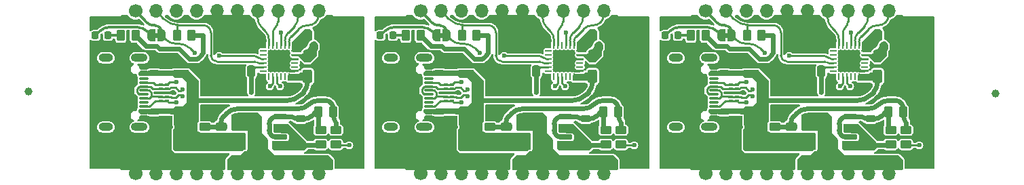
<source format=gbr>
%TF.GenerationSoftware,KiCad,Pcbnew,8.0.2*%
%TF.CreationDate,2025-03-04T10:53:31+01:00*%
%TF.ProjectId,USB-C_PD_Module_PANELIZED,5553422d-435f-4504-945f-4d6f64756c65,rev?*%
%TF.SameCoordinates,Original*%
%TF.FileFunction,Copper,L1,Top*%
%TF.FilePolarity,Positive*%
%FSLAX46Y46*%
G04 Gerber Fmt 4.6, Leading zero omitted, Abs format (unit mm)*
G04 Created by KiCad (PCBNEW 8.0.2) date 2025-03-04 10:53:31*
%MOMM*%
%LPD*%
G01*
G04 APERTURE LIST*
G04 Aperture macros list*
%AMRoundRect*
0 Rectangle with rounded corners*
0 $1 Rounding radius*
0 $2 $3 $4 $5 $6 $7 $8 $9 X,Y pos of 4 corners*
0 Add a 4 corners polygon primitive as box body*
4,1,4,$2,$3,$4,$5,$6,$7,$8,$9,$2,$3,0*
0 Add four circle primitives for the rounded corners*
1,1,$1+$1,$2,$3*
1,1,$1+$1,$4,$5*
1,1,$1+$1,$6,$7*
1,1,$1+$1,$8,$9*
0 Add four rect primitives between the rounded corners*
20,1,$1+$1,$2,$3,$4,$5,0*
20,1,$1+$1,$4,$5,$6,$7,0*
20,1,$1+$1,$6,$7,$8,$9,0*
20,1,$1+$1,$8,$9,$2,$3,0*%
%AMFreePoly0*
4,1,19,0.500000,-0.750000,0.000000,-0.750000,0.000000,-0.744911,-0.071157,-0.744911,-0.207708,-0.704816,-0.327430,-0.627875,-0.420627,-0.520320,-0.479746,-0.390866,-0.500000,-0.250000,-0.500000,0.250000,-0.479746,0.390866,-0.420627,0.520320,-0.327430,0.627875,-0.207708,0.704816,-0.071157,0.744911,0.000000,0.744911,0.000000,0.750000,0.500000,0.750000,0.500000,-0.750000,0.500000,-0.750000,
$1*%
%AMFreePoly1*
4,1,19,0.000000,0.744911,0.071157,0.744911,0.207708,0.704816,0.327430,0.627875,0.420627,0.520320,0.479746,0.390866,0.500000,0.250000,0.500000,-0.250000,0.479746,-0.390866,0.420627,-0.520320,0.327430,-0.627875,0.207708,-0.704816,0.071157,-0.744911,0.000000,-0.744911,0.000000,-0.750000,-0.500000,-0.750000,-0.500000,0.750000,0.000000,0.750000,0.000000,0.744911,0.000000,0.744911,
$1*%
G04 Aperture macros list end*
%TA.AperFunction,EtchedComponent*%
%ADD10C,0.000000*%
%TD*%
%TA.AperFunction,ComponentPad*%
%ADD11C,1.700000*%
%TD*%
%TA.AperFunction,ComponentPad*%
%ADD12O,1.700000X1.700000*%
%TD*%
%TA.AperFunction,SMDPad,CuDef*%
%ADD13RoundRect,0.250000X0.262500X0.450000X-0.262500X0.450000X-0.262500X-0.450000X0.262500X-0.450000X0*%
%TD*%
%TA.AperFunction,SMDPad,CuDef*%
%ADD14RoundRect,0.075000X-0.200000X0.075000X-0.200000X-0.075000X0.200000X-0.075000X0.200000X0.075000X0*%
%TD*%
%TA.AperFunction,SMDPad,CuDef*%
%ADD15RoundRect,0.250000X-0.250000X-0.475000X0.250000X-0.475000X0.250000X0.475000X-0.250000X0.475000X0*%
%TD*%
%TA.AperFunction,SMDPad,CuDef*%
%ADD16RoundRect,0.218750X-0.218750X-0.256250X0.218750X-0.256250X0.218750X0.256250X-0.218750X0.256250X0*%
%TD*%
%TA.AperFunction,SMDPad,CuDef*%
%ADD17RoundRect,0.250000X0.475000X-0.250000X0.475000X0.250000X-0.475000X0.250000X-0.475000X-0.250000X0*%
%TD*%
%TA.AperFunction,SMDPad,CuDef*%
%ADD18RoundRect,0.250000X0.450000X-0.262500X0.450000X0.262500X-0.450000X0.262500X-0.450000X-0.262500X0*%
%TD*%
%TA.AperFunction,SMDPad,CuDef*%
%ADD19RoundRect,0.250000X-0.262500X-0.450000X0.262500X-0.450000X0.262500X0.450000X-0.262500X0.450000X0*%
%TD*%
%TA.AperFunction,SMDPad,CuDef*%
%ADD20FreePoly0,0.000000*%
%TD*%
%TA.AperFunction,SMDPad,CuDef*%
%ADD21FreePoly1,0.000000*%
%TD*%
%TA.AperFunction,SMDPad,CuDef*%
%ADD22RoundRect,0.250000X-0.450000X0.262500X-0.450000X-0.262500X0.450000X-0.262500X0.450000X0.262500X0*%
%TD*%
%TA.AperFunction,SMDPad,CuDef*%
%ADD23RoundRect,0.150000X-0.425000X0.150000X-0.425000X-0.150000X0.425000X-0.150000X0.425000X0.150000X0*%
%TD*%
%TA.AperFunction,SMDPad,CuDef*%
%ADD24RoundRect,0.075000X-0.500000X0.075000X-0.500000X-0.075000X0.500000X-0.075000X0.500000X0.075000X0*%
%TD*%
%TA.AperFunction,ComponentPad*%
%ADD25O,2.100000X1.000000*%
%TD*%
%TA.AperFunction,ComponentPad*%
%ADD26O,1.800000X1.000000*%
%TD*%
%TA.AperFunction,SMDPad,CuDef*%
%ADD27RoundRect,0.250000X0.250000X0.475000X-0.250000X0.475000X-0.250000X-0.475000X0.250000X-0.475000X0*%
%TD*%
%TA.AperFunction,SMDPad,CuDef*%
%ADD28RoundRect,0.225000X0.375000X-0.225000X0.375000X0.225000X-0.375000X0.225000X-0.375000X-0.225000X0*%
%TD*%
%TA.AperFunction,SMDPad,CuDef*%
%ADD29RoundRect,0.093750X-0.106250X0.093750X-0.106250X-0.093750X0.106250X-0.093750X0.106250X0.093750X0*%
%TD*%
%TA.AperFunction,HeatsinkPad*%
%ADD30R,1.600000X1.000000*%
%TD*%
%TA.AperFunction,SMDPad,CuDef*%
%ADD31RoundRect,0.093750X0.106250X-0.093750X0.106250X0.093750X-0.106250X0.093750X-0.106250X-0.093750X0*%
%TD*%
%TA.AperFunction,SMDPad,CuDef*%
%ADD32RoundRect,0.062500X-0.062500X0.337500X-0.062500X-0.337500X0.062500X-0.337500X0.062500X0.337500X0*%
%TD*%
%TA.AperFunction,SMDPad,CuDef*%
%ADD33RoundRect,0.062500X-0.337500X0.062500X-0.337500X-0.062500X0.337500X-0.062500X0.337500X0.062500X0*%
%TD*%
%TA.AperFunction,HeatsinkPad*%
%ADD34R,2.750000X2.750000*%
%TD*%
%TA.AperFunction,SMDPad,CuDef*%
%ADD35C,1.000000*%
%TD*%
%TA.AperFunction,SMDPad,CuDef*%
%ADD36RoundRect,0.150000X0.725000X0.150000X-0.725000X0.150000X-0.725000X-0.150000X0.725000X-0.150000X0*%
%TD*%
%TA.AperFunction,ViaPad*%
%ADD37C,0.600000*%
%TD*%
%TA.AperFunction,ViaPad*%
%ADD38C,1.000000*%
%TD*%
%TA.AperFunction,Conductor*%
%ADD39C,0.609600*%
%TD*%
%TA.AperFunction,Conductor*%
%ADD40C,0.304800*%
%TD*%
%TA.AperFunction,Conductor*%
%ADD41C,0.228600*%
%TD*%
G04 APERTURE END LIST*
D10*
%TA.AperFunction,EtchedComponent*%
%TO.C,JP1*%
G36*
X139963500Y-23348000D02*
G01*
X139463500Y-23348000D01*
X139463500Y-22748000D01*
X139963500Y-22748000D01*
X139963500Y-23348000D01*
G37*
%TD.AperFunction*%
%TA.AperFunction,EtchedComponent*%
G36*
X104403500Y-23348000D02*
G01*
X103903500Y-23348000D01*
X103903500Y-22748000D01*
X104403500Y-22748000D01*
X104403500Y-23348000D01*
G37*
%TD.AperFunction*%
%TA.AperFunction,EtchedComponent*%
G36*
X175523500Y-23348000D02*
G01*
X175023500Y-23348000D01*
X175023500Y-22748000D01*
X175523500Y-22748000D01*
X175523500Y-23348000D01*
G37*
%TD.AperFunction*%
%TD*%
D11*
%TO.P,J3,1,Pin_1*%
%TO.N,Board_0-/Connector/FAULT*%
X101510000Y-20000000D03*
D12*
%TO.P,J3,2,Pin_2*%
%TO.N,Board_0-/Connector/FLIP*%
X104050000Y-20000000D03*
%TO.P,J3,3,Pin_3*%
%TO.N,Board_0-/D-*%
X106590000Y-20000000D03*
%TO.P,J3,4,Pin_4*%
%TO.N,Board_0-/D+*%
X109130000Y-20000000D03*
%TO.P,J3,5,Pin_5*%
%TO.N,Board_0-GND*%
X111670000Y-20000000D03*
%TO.P,J3,6,Pin_6*%
X114210000Y-20000000D03*
%TO.P,J3,7,Pin_7*%
%TO.N,Board_0-/Connector/ISNK_FINE*%
X116750000Y-20000000D03*
%TO.P,J3,8,Pin_8*%
%TO.N,Board_0-/Connector/ISNK_COARSE*%
X119290000Y-20000000D03*
%TO.P,J3,9,Pin_9*%
%TO.N,Board_0-/Connector/VBUS_MAX*%
X121830000Y-20000000D03*
%TO.P,J3,10,Pin_10*%
%TO.N,Board_0-/Connector/VBUS_MIN*%
X124370000Y-20000000D03*
%TD*%
D13*
%TO.P,R1,1*%
%TO.N,Board_0-+3V3*%
X108518500Y-23048000D03*
%TO.P,R1,2*%
%TO.N,Board_0-/Connector/FLIP*%
X106693500Y-23048000D03*
%TD*%
D14*
%TO.P,U1,1,IO1*%
%TO.N,Board_2-/USB-C Connector and Protection/CC1*%
X175805000Y-29190000D03*
%TO.P,U1,2,IO2*%
%TO.N,Board_2-/D-*%
X175805000Y-29690000D03*
%TO.P,U1,3,G*%
%TO.N,Board_2-GND*%
X175805000Y-30190000D03*
%TO.P,U1,4,IO3*%
%TO.N,Board_2-/D+*%
X175805000Y-30690000D03*
%TO.P,U1,5,IO4*%
%TO.N,Board_2-/USB-C Connector and Protection/CC2*%
X175805000Y-31190000D03*
%TO.P,U1,6,NC*%
X176575000Y-31190000D03*
%TO.P,U1,7,NC*%
%TO.N,Board_2-/D+*%
X176575000Y-30690000D03*
%TO.P,U1,8,G*%
%TO.N,Board_2-GND*%
X176575000Y-30190000D03*
%TO.P,U1,9,NC*%
%TO.N,Board_2-/D-*%
X176575000Y-29690000D03*
%TO.P,U1,10,NC*%
%TO.N,Board_2-/USB-C Connector and Protection/CC1*%
X176575000Y-29190000D03*
%TD*%
D15*
%TO.P,C2,1*%
%TO.N,Board_2-VCCD*%
X194092500Y-23048000D03*
%TO.P,C2,2*%
%TO.N,Board_2-GND*%
X195992500Y-23048000D03*
%TD*%
D16*
%TO.P,D2,1,K*%
%TO.N,Board_1-Net-(D2-K)*%
X132068000Y-23048000D03*
%TO.P,D2,2,A*%
%TO.N,Board_1-Net-(D2-A)*%
X133643000Y-23048000D03*
%TD*%
D11*
%TO.P,J3,1,Pin_1*%
%TO.N,Board_1-/Connector/FAULT*%
X137070000Y-20000000D03*
D12*
%TO.P,J3,2,Pin_2*%
%TO.N,Board_1-/Connector/FLIP*%
X139610000Y-20000000D03*
%TO.P,J3,3,Pin_3*%
%TO.N,Board_1-/D-*%
X142150000Y-20000000D03*
%TO.P,J3,4,Pin_4*%
%TO.N,Board_1-/D+*%
X144690000Y-20000000D03*
%TO.P,J3,5,Pin_5*%
%TO.N,Board_1-GND*%
X147230000Y-20000000D03*
%TO.P,J3,6,Pin_6*%
X149770000Y-20000000D03*
%TO.P,J3,7,Pin_7*%
%TO.N,Board_1-/Connector/ISNK_FINE*%
X152310000Y-20000000D03*
%TO.P,J3,8,Pin_8*%
%TO.N,Board_1-/Connector/ISNK_COARSE*%
X154850000Y-20000000D03*
%TO.P,J3,9,Pin_9*%
%TO.N,Board_1-/Connector/VBUS_MAX*%
X157390000Y-20000000D03*
%TO.P,J3,10,Pin_10*%
%TO.N,Board_1-/Connector/VBUS_MIN*%
X159930000Y-20000000D03*
%TD*%
D17*
%TO.P,C5,1*%
%TO.N,Board_1-VBUS*%
X147738000Y-36317000D03*
%TO.P,C5,2*%
%TO.N,Board_1-Net-(C5-Pad2)*%
X147738000Y-34417000D03*
%TD*%
D13*
%TO.P,R1,1*%
%TO.N,Board_1-+3V3*%
X144078500Y-23048000D03*
%TO.P,R1,2*%
%TO.N,Board_1-/Connector/FLIP*%
X142253500Y-23048000D03*
%TD*%
D11*
%TO.P,J2,1,Pin_1*%
%TO.N,Board_0-GND*%
X101515000Y-40320000D03*
D12*
%TO.P,J2,2,Pin_2*%
X104055000Y-40320000D03*
%TO.P,J2,3,Pin_3*%
X106595000Y-40320000D03*
%TO.P,J2,4,Pin_4*%
X109135000Y-40320000D03*
%TO.P,J2,5,Pin_5*%
X111675000Y-40320000D03*
%TO.P,J2,6,Pin_6*%
%TO.N,Board_0-VBUSOUT*%
X114215000Y-40320000D03*
%TO.P,J2,7,Pin_7*%
X116755000Y-40320000D03*
%TO.P,J2,8,Pin_8*%
X119295000Y-40320000D03*
%TO.P,J2,9,Pin_9*%
X121835000Y-40320000D03*
%TO.P,J2,10,Pin_10*%
X124375000Y-40320000D03*
%TD*%
D17*
%TO.P,C5,1*%
%TO.N,Board_2-VBUS*%
X183298000Y-36317000D03*
%TO.P,C5,2*%
%TO.N,Board_2-Net-(C5-Pad2)*%
X183298000Y-34417000D03*
%TD*%
D18*
%TO.P,R3,1*%
%TO.N,Board_1-VBUS*%
X145706000Y-36279500D03*
%TO.P,R3,2*%
%TO.N,Board_1-Net-(C5-Pad2)*%
X145706000Y-34454500D03*
%TD*%
D19*
%TO.P,R2,1*%
%TO.N,Board_1-Net-(D2-A)*%
X135245000Y-23048000D03*
%TO.P,R2,2*%
%TO.N,Board_1-+3V3*%
X137070000Y-23048000D03*
%TD*%
D16*
%TO.P,D2,1,K*%
%TO.N,Board_0-Net-(D2-K)*%
X96508000Y-23048000D03*
%TO.P,D2,2,A*%
%TO.N,Board_0-Net-(D2-A)*%
X98083000Y-23048000D03*
%TD*%
D20*
%TO.P,JP1,1,A*%
%TO.N,Board_1-Net-(D2-K)*%
X139063500Y-23048000D03*
D21*
%TO.P,JP1,2,B*%
%TO.N,Board_1-/Connector/FAULT*%
X140363500Y-23048000D03*
%TD*%
D19*
%TO.P,R5,1*%
%TO.N,Board_2-Net-(D1-A)*%
X195466500Y-32573000D03*
%TO.P,R5,2*%
%TO.N,Board_2-Net-(C5-Pad2)*%
X197291500Y-32573000D03*
%TD*%
D22*
%TO.P,R6,1*%
%TO.N,Board_0-Net-(C5-Pad2)*%
X126529000Y-34835500D03*
%TO.P,R6,2*%
%TO.N,Board_0-/Main Sheet/VBUS_FET_EN*%
X126529000Y-36660500D03*
%TD*%
D15*
%TO.P,C3,1*%
%TO.N,Board_0-+3V3*%
X122972500Y-25588000D03*
%TO.P,C3,2*%
%TO.N,Board_0-GND*%
X124872500Y-25588000D03*
%TD*%
D19*
%TO.P,R5,1*%
%TO.N,Board_1-Net-(D1-A)*%
X159906500Y-32573000D03*
%TO.P,R5,2*%
%TO.N,Board_1-Net-(C5-Pad2)*%
X161731500Y-32573000D03*
%TD*%
D18*
%TO.P,R4,1*%
%TO.N,Board_1-Net-(D1-K)*%
X160184000Y-36660500D03*
%TO.P,R4,2*%
%TO.N,Board_1-Net-(D1-A)*%
X160184000Y-34835500D03*
%TD*%
D23*
%TO.P,J1,A1,GND*%
%TO.N,Board_0-GND*%
X102585000Y-26960000D03*
%TO.P,J1,A4,VBUS*%
%TO.N,Board_0-VBUS*%
X102585000Y-27760000D03*
D24*
%TO.P,J1,A5,CC1*%
%TO.N,Board_0-/USB-C Connector and Protection/CC1*%
X102585000Y-28910000D03*
%TO.P,J1,A6,D+*%
%TO.N,Board_0-/D+*%
X102585000Y-29910000D03*
%TO.P,J1,A7,D-*%
%TO.N,Board_0-/D-*%
X102585000Y-30410000D03*
%TO.P,J1,A8,SBU1*%
%TO.N,Board_0-unconnected-(J1-SBU1-PadA8)*%
X102585000Y-31410000D03*
D23*
%TO.P,J1,A9,VBUS*%
%TO.N,Board_0-VBUS*%
X102585000Y-32560000D03*
%TO.P,J1,A12,GND*%
%TO.N,Board_0-GND*%
X102585000Y-33360000D03*
%TO.P,J1,B1,GND*%
X102585000Y-33360000D03*
%TO.P,J1,B4,VBUS*%
%TO.N,Board_0-VBUS*%
X102585000Y-32560000D03*
D24*
%TO.P,J1,B5,CC2*%
%TO.N,Board_0-/USB-C Connector and Protection/CC2*%
X102585000Y-31910000D03*
%TO.P,J1,B6,D+*%
%TO.N,Board_0-/D+*%
X102585000Y-30910000D03*
%TO.P,J1,B7,D-*%
%TO.N,Board_0-/D-*%
X102585000Y-29410000D03*
%TO.P,J1,B8,SBU2*%
%TO.N,Board_0-unconnected-(J1-SBU2-PadB8)*%
X102585000Y-28410000D03*
D23*
%TO.P,J1,B9,VBUS*%
%TO.N,Board_0-VBUS*%
X102585000Y-27760000D03*
%TO.P,J1,B12,GND*%
%TO.N,Board_0-GND*%
X102585000Y-26960000D03*
D25*
%TO.P,J1,S1,SHIELD*%
%TO.N,Board_0-unconnected-(J1-SHIELD-PadS1)_0*%
X102010000Y-25840000D03*
D26*
%TO.N,Board_0-unconnected-(J1-SHIELD-PadS1)*%
X97830000Y-25840000D03*
D25*
%TO.N,Board_0-unconnected-(J1-SHIELD-PadS1)_2*%
X102010000Y-34480000D03*
D26*
%TO.N,Board_0-unconnected-(J1-SHIELD-PadS1)_1*%
X97830000Y-34480000D03*
%TD*%
D27*
%TO.P,C4,1*%
%TO.N,Board_0-VBUSOUT*%
X115982500Y-27493000D03*
%TO.P,C4,2*%
%TO.N,Board_0-GND*%
X114082500Y-27493000D03*
%TD*%
D14*
%TO.P,U1,1,IO1*%
%TO.N,Board_0-/USB-C Connector and Protection/CC1*%
X104685000Y-29190000D03*
%TO.P,U1,2,IO2*%
%TO.N,Board_0-/D-*%
X104685000Y-29690000D03*
%TO.P,U1,3,G*%
%TO.N,Board_0-GND*%
X104685000Y-30190000D03*
%TO.P,U1,4,IO3*%
%TO.N,Board_0-/D+*%
X104685000Y-30690000D03*
%TO.P,U1,5,IO4*%
%TO.N,Board_0-/USB-C Connector and Protection/CC2*%
X104685000Y-31190000D03*
%TO.P,U1,6,NC*%
X105455000Y-31190000D03*
%TO.P,U1,7,NC*%
%TO.N,Board_0-/D+*%
X105455000Y-30690000D03*
%TO.P,U1,8,G*%
%TO.N,Board_0-GND*%
X105455000Y-30190000D03*
%TO.P,U1,9,NC*%
%TO.N,Board_0-/D-*%
X105455000Y-29690000D03*
%TO.P,U1,10,NC*%
%TO.N,Board_0-/USB-C Connector and Protection/CC1*%
X105455000Y-29190000D03*
%TD*%
D15*
%TO.P,C1,1*%
%TO.N,Board_1-VBUS*%
X158532500Y-28128000D03*
%TO.P,C1,2*%
%TO.N,Board_1-GND*%
X160432500Y-28128000D03*
%TD*%
D18*
%TO.P,R4,1*%
%TO.N,Board_0-Net-(D1-K)*%
X124624000Y-36660500D03*
%TO.P,R4,2*%
%TO.N,Board_0-Net-(D1-A)*%
X124624000Y-34835500D03*
%TD*%
D23*
%TO.P,J1,A1,GND*%
%TO.N,Board_1-GND*%
X138145000Y-26960000D03*
%TO.P,J1,A4,VBUS*%
%TO.N,Board_1-VBUS*%
X138145000Y-27760000D03*
D24*
%TO.P,J1,A5,CC1*%
%TO.N,Board_1-/USB-C Connector and Protection/CC1*%
X138145000Y-28910000D03*
%TO.P,J1,A6,D+*%
%TO.N,Board_1-/D+*%
X138145000Y-29910000D03*
%TO.P,J1,A7,D-*%
%TO.N,Board_1-/D-*%
X138145000Y-30410000D03*
%TO.P,J1,A8,SBU1*%
%TO.N,Board_1-unconnected-(J1-SBU1-PadA8)*%
X138145000Y-31410000D03*
D23*
%TO.P,J1,A9,VBUS*%
%TO.N,Board_1-VBUS*%
X138145000Y-32560000D03*
%TO.P,J1,A12,GND*%
%TO.N,Board_1-GND*%
X138145000Y-33360000D03*
%TO.P,J1,B1,GND*%
X138145000Y-33360000D03*
%TO.P,J1,B4,VBUS*%
%TO.N,Board_1-VBUS*%
X138145000Y-32560000D03*
D24*
%TO.P,J1,B5,CC2*%
%TO.N,Board_1-/USB-C Connector and Protection/CC2*%
X138145000Y-31910000D03*
%TO.P,J1,B6,D+*%
%TO.N,Board_1-/D+*%
X138145000Y-30910000D03*
%TO.P,J1,B7,D-*%
%TO.N,Board_1-/D-*%
X138145000Y-29410000D03*
%TO.P,J1,B8,SBU2*%
%TO.N,Board_1-unconnected-(J1-SBU2-PadB8)*%
X138145000Y-28410000D03*
D23*
%TO.P,J1,B9,VBUS*%
%TO.N,Board_1-VBUS*%
X138145000Y-27760000D03*
%TO.P,J1,B12,GND*%
%TO.N,Board_1-GND*%
X138145000Y-26960000D03*
D25*
%TO.P,J1,S1,SHIELD*%
%TO.N,Board_1-unconnected-(J1-SHIELD-PadS1)_0*%
X137570000Y-25840000D03*
D26*
%TO.N,Board_1-unconnected-(J1-SHIELD-PadS1)*%
X133390000Y-25840000D03*
D25*
%TO.N,Board_1-unconnected-(J1-SHIELD-PadS1)_2*%
X137570000Y-34480000D03*
D26*
%TO.N,Board_1-unconnected-(J1-SHIELD-PadS1)_1*%
X133390000Y-34480000D03*
%TD*%
D22*
%TO.P,R6,1*%
%TO.N,Board_1-Net-(C5-Pad2)*%
X162089000Y-34835500D03*
%TO.P,R6,2*%
%TO.N,Board_1-/Main Sheet/VBUS_FET_EN*%
X162089000Y-36660500D03*
%TD*%
D11*
%TO.P,J2,1,Pin_1*%
%TO.N,Board_2-GND*%
X172635000Y-40320000D03*
D12*
%TO.P,J2,2,Pin_2*%
X175175000Y-40320000D03*
%TO.P,J2,3,Pin_3*%
X177715000Y-40320000D03*
%TO.P,J2,4,Pin_4*%
X180255000Y-40320000D03*
%TO.P,J2,5,Pin_5*%
X182795000Y-40320000D03*
%TO.P,J2,6,Pin_6*%
%TO.N,Board_2-VBUSOUT*%
X185335000Y-40320000D03*
%TO.P,J2,7,Pin_7*%
X187875000Y-40320000D03*
%TO.P,J2,8,Pin_8*%
X190415000Y-40320000D03*
%TO.P,J2,9,Pin_9*%
X192955000Y-40320000D03*
%TO.P,J2,10,Pin_10*%
X195495000Y-40320000D03*
%TD*%
D20*
%TO.P,JP1,1,A*%
%TO.N,Board_0-Net-(D2-K)*%
X103503500Y-23048000D03*
D21*
%TO.P,JP1,2,B*%
%TO.N,Board_0-/Connector/FAULT*%
X104803500Y-23048000D03*
%TD*%
D27*
%TO.P,C4,1*%
%TO.N,Board_1-VBUSOUT*%
X151542500Y-27493000D03*
%TO.P,C4,2*%
%TO.N,Board_1-GND*%
X149642500Y-27493000D03*
%TD*%
D18*
%TO.P,R3,1*%
%TO.N,Board_2-VBUS*%
X181266000Y-36279500D03*
%TO.P,R3,2*%
%TO.N,Board_2-Net-(C5-Pad2)*%
X181266000Y-34454500D03*
%TD*%
D28*
%TO.P,D1,1,K*%
%TO.N,Board_1-Net-(D1-K)*%
X157644000Y-36763000D03*
%TO.P,D1,2,A*%
%TO.N,Board_1-Net-(D1-A)*%
X157644000Y-33463000D03*
%TD*%
D18*
%TO.P,R3,1*%
%TO.N,Board_0-VBUS*%
X110146000Y-36279500D03*
%TO.P,R3,2*%
%TO.N,Board_0-Net-(C5-Pad2)*%
X110146000Y-34454500D03*
%TD*%
D29*
%TO.P,U3,1,GND*%
%TO.N,Board_1-GND*%
X141530000Y-25843500D03*
%TO.P,U3,2,GND*%
X140880000Y-25843500D03*
%TO.P,U3,3,GND*%
X140230000Y-25843500D03*
%TO.P,U3,4,IN*%
%TO.N,Board_1-VBUS*%
X140230000Y-27618500D03*
%TO.P,U3,5,IN*%
X140880000Y-27618500D03*
%TO.P,U3,6,IN*%
X141530000Y-27618500D03*
D30*
%TO.P,U3,7,GND*%
%TO.N,Board_1-GND*%
X140880000Y-26731000D03*
%TD*%
D15*
%TO.P,C2,1*%
%TO.N,Board_1-VCCD*%
X158532500Y-23048000D03*
%TO.P,C2,2*%
%TO.N,Board_1-GND*%
X160432500Y-23048000D03*
%TD*%
D22*
%TO.P,R6,1*%
%TO.N,Board_2-Net-(C5-Pad2)*%
X197649000Y-34835500D03*
%TO.P,R6,2*%
%TO.N,Board_2-/Main Sheet/VBUS_FET_EN*%
X197649000Y-36660500D03*
%TD*%
D19*
%TO.P,R5,1*%
%TO.N,Board_0-Net-(D1-A)*%
X124346500Y-32573000D03*
%TO.P,R5,2*%
%TO.N,Board_0-Net-(C5-Pad2)*%
X126171500Y-32573000D03*
%TD*%
D31*
%TO.P,U2,1,GND*%
%TO.N,Board_1-GND*%
X140230000Y-34445500D03*
%TO.P,U2,2,GND*%
X140880000Y-34445500D03*
%TO.P,U2,3,GND*%
X141530000Y-34445500D03*
%TO.P,U2,4,IN*%
%TO.N,Board_1-VBUS*%
X141530000Y-32670500D03*
%TO.P,U2,5,IN*%
X140880000Y-32670500D03*
%TO.P,U2,6,IN*%
X140230000Y-32670500D03*
D30*
%TO.P,U2,7,GND*%
%TO.N,Board_1-GND*%
X140880000Y-33558000D03*
%TD*%
D28*
%TO.P,D1,1,K*%
%TO.N,Board_2-Net-(D1-K)*%
X193204000Y-36763000D03*
%TO.P,D1,2,A*%
%TO.N,Board_2-Net-(D1-A)*%
X193204000Y-33463000D03*
%TD*%
D29*
%TO.P,U3,1,GND*%
%TO.N,Board_0-GND*%
X105970000Y-25843500D03*
%TO.P,U3,2,GND*%
X105320000Y-25843500D03*
%TO.P,U3,3,GND*%
X104670000Y-25843500D03*
%TO.P,U3,4,IN*%
%TO.N,Board_0-VBUS*%
X104670000Y-27618500D03*
%TO.P,U3,5,IN*%
X105320000Y-27618500D03*
%TO.P,U3,6,IN*%
X105970000Y-27618500D03*
D30*
%TO.P,U3,7,GND*%
%TO.N,Board_0-GND*%
X105320000Y-26731000D03*
%TD*%
D14*
%TO.P,U1,1,IO1*%
%TO.N,Board_1-/USB-C Connector and Protection/CC1*%
X140245000Y-29190000D03*
%TO.P,U1,2,IO2*%
%TO.N,Board_1-/D-*%
X140245000Y-29690000D03*
%TO.P,U1,3,G*%
%TO.N,Board_1-GND*%
X140245000Y-30190000D03*
%TO.P,U1,4,IO3*%
%TO.N,Board_1-/D+*%
X140245000Y-30690000D03*
%TO.P,U1,5,IO4*%
%TO.N,Board_1-/USB-C Connector and Protection/CC2*%
X140245000Y-31190000D03*
%TO.P,U1,6,NC*%
X141015000Y-31190000D03*
%TO.P,U1,7,NC*%
%TO.N,Board_1-/D+*%
X141015000Y-30690000D03*
%TO.P,U1,8,G*%
%TO.N,Board_1-GND*%
X141015000Y-30190000D03*
%TO.P,U1,9,NC*%
%TO.N,Board_1-/D-*%
X141015000Y-29690000D03*
%TO.P,U1,10,NC*%
%TO.N,Board_1-/USB-C Connector and Protection/CC1*%
X141015000Y-29190000D03*
%TD*%
D13*
%TO.P,R1,1*%
%TO.N,Board_2-+3V3*%
X179638500Y-23048000D03*
%TO.P,R1,2*%
%TO.N,Board_2-/Connector/FLIP*%
X177813500Y-23048000D03*
%TD*%
D23*
%TO.P,J1,A1,GND*%
%TO.N,Board_2-GND*%
X173705000Y-26960000D03*
%TO.P,J1,A4,VBUS*%
%TO.N,Board_2-VBUS*%
X173705000Y-27760000D03*
D24*
%TO.P,J1,A5,CC1*%
%TO.N,Board_2-/USB-C Connector and Protection/CC1*%
X173705000Y-28910000D03*
%TO.P,J1,A6,D+*%
%TO.N,Board_2-/D+*%
X173705000Y-29910000D03*
%TO.P,J1,A7,D-*%
%TO.N,Board_2-/D-*%
X173705000Y-30410000D03*
%TO.P,J1,A8,SBU1*%
%TO.N,Board_2-unconnected-(J1-SBU1-PadA8)*%
X173705000Y-31410000D03*
D23*
%TO.P,J1,A9,VBUS*%
%TO.N,Board_2-VBUS*%
X173705000Y-32560000D03*
%TO.P,J1,A12,GND*%
%TO.N,Board_2-GND*%
X173705000Y-33360000D03*
%TO.P,J1,B1,GND*%
X173705000Y-33360000D03*
%TO.P,J1,B4,VBUS*%
%TO.N,Board_2-VBUS*%
X173705000Y-32560000D03*
D24*
%TO.P,J1,B5,CC2*%
%TO.N,Board_2-/USB-C Connector and Protection/CC2*%
X173705000Y-31910000D03*
%TO.P,J1,B6,D+*%
%TO.N,Board_2-/D+*%
X173705000Y-30910000D03*
%TO.P,J1,B7,D-*%
%TO.N,Board_2-/D-*%
X173705000Y-29410000D03*
%TO.P,J1,B8,SBU2*%
%TO.N,Board_2-unconnected-(J1-SBU2-PadB8)*%
X173705000Y-28410000D03*
D23*
%TO.P,J1,B9,VBUS*%
%TO.N,Board_2-VBUS*%
X173705000Y-27760000D03*
%TO.P,J1,B12,GND*%
%TO.N,Board_2-GND*%
X173705000Y-26960000D03*
D25*
%TO.P,J1,S1,SHIELD*%
%TO.N,Board_2-unconnected-(J1-SHIELD-PadS1)_0*%
X173130000Y-25840000D03*
D26*
%TO.N,Board_2-unconnected-(J1-SHIELD-PadS1)*%
X168950000Y-25840000D03*
D25*
%TO.N,Board_2-unconnected-(J1-SHIELD-PadS1)_2*%
X173130000Y-34480000D03*
D26*
%TO.N,Board_2-unconnected-(J1-SHIELD-PadS1)_1*%
X168950000Y-34480000D03*
%TD*%
D15*
%TO.P,C3,1*%
%TO.N,Board_2-+3V3*%
X194092500Y-25588000D03*
%TO.P,C3,2*%
%TO.N,Board_2-GND*%
X195992500Y-25588000D03*
%TD*%
%TO.P,C2,1*%
%TO.N,Board_0-VCCD*%
X122972500Y-23048000D03*
%TO.P,C2,2*%
%TO.N,Board_0-GND*%
X124872500Y-23048000D03*
%TD*%
D32*
%TO.P,U4,1,VBUS_MIN*%
%TO.N,Board_0-/Connector/VBUS_MIN*%
X120672500Y-24248000D03*
%TO.P,U4,2,VBUS_MAX*%
%TO.N,Board_0-/Connector/VBUS_MAX*%
X120172500Y-24248000D03*
%TO.P,U4,3,VBUS_FET_EN*%
%TO.N,Board_0-/Main Sheet/VBUS_FET_EN*%
X119672500Y-24248000D03*
%TO.P,U4,4,SAFE_PWR_EN*%
%TO.N,Board_0-unconnected-(U4-SAFE_PWR_EN-Pad4)*%
X119172500Y-24248000D03*
%TO.P,U4,5,ISNK_COARSE*%
%TO.N,Board_0-/Connector/ISNK_COARSE*%
X118672500Y-24248000D03*
%TO.P,U4,6,ISNK_FINE*%
%TO.N,Board_0-/Connector/ISNK_FINE*%
X118172500Y-24248000D03*
D33*
%TO.P,U4,7,~{HPI_INT}*%
%TO.N,Board_0-unconnected-(U4-~{HPI_INT}-Pad7)*%
X117447500Y-24973000D03*
%TO.P,U4,8,GPIO_1*%
%TO.N,Board_0-unconnected-(U4-GPIO_1-Pad8)*%
X117447500Y-25473000D03*
%TO.P,U4,9,FAULT*%
%TO.N,Board_0-/Connector/FAULT*%
X117447500Y-25973000D03*
%TO.P,U4,10,FLIP*%
%TO.N,Board_0-/Connector/FLIP*%
X117447500Y-26473000D03*
%TO.P,U4,11,VDC_OUT*%
%TO.N,Board_0-VBUSOUT*%
X117447500Y-26973000D03*
%TO.P,U4,12,HPI_SDA*%
%TO.N,Board_0-unconnected-(U4-HPI_SDA-Pad12)*%
X117447500Y-27473000D03*
D32*
%TO.P,U4,13,HPI_SCL*%
%TO.N,Board_0-unconnected-(U4-HPI_SCL-Pad13)*%
X118172500Y-28198000D03*
%TO.P,U4,14,CC2*%
%TO.N,Board_0-/USB-C Connector and Protection/CC2*%
X118672500Y-28198000D03*
%TO.P,U4,15,CC1*%
%TO.N,Board_0-/USB-C Connector and Protection/CC1*%
X119172500Y-28198000D03*
%TO.P,U4,16,NC*%
%TO.N,Board_0-unconnected-(U4-NC-Pad16)*%
X119672500Y-28198000D03*
%TO.P,U4,17,NC*%
%TO.N,Board_0-unconnected-(U4-NC-Pad17)*%
X120172500Y-28198000D03*
%TO.P,U4,18,VBUS_IN*%
%TO.N,Board_0-VBUS*%
X120672500Y-28198000D03*
D33*
%TO.P,U4,19,GND*%
%TO.N,Board_0-GND*%
X121397500Y-27473000D03*
%TO.P,U4,20,NC*%
%TO.N,Board_0-unconnected-(U4-NC-Pad20)*%
X121397500Y-26973000D03*
%TO.P,U4,21,NC*%
%TO.N,Board_0-unconnected-(U4-NC-Pad21)*%
X121397500Y-26473000D03*
%TO.P,U4,22,GND*%
%TO.N,Board_0-GND*%
X121397500Y-25973000D03*
%TO.P,U4,23,VDDD*%
%TO.N,Board_0-+3V3*%
X121397500Y-25473000D03*
%TO.P,U4,24,VCCD*%
%TO.N,Board_0-VCCD*%
X121397500Y-24973000D03*
D34*
%TO.P,U4,25,GND*%
%TO.N,Board_0-GND*%
X119422500Y-26223000D03*
%TD*%
D31*
%TO.P,U2,1,GND*%
%TO.N,Board_0-GND*%
X104670000Y-34445500D03*
%TO.P,U2,2,GND*%
X105320000Y-34445500D03*
%TO.P,U2,3,GND*%
X105970000Y-34445500D03*
%TO.P,U2,4,IN*%
%TO.N,Board_0-VBUS*%
X105970000Y-32670500D03*
%TO.P,U2,5,IN*%
X105320000Y-32670500D03*
%TO.P,U2,6,IN*%
X104670000Y-32670500D03*
D30*
%TO.P,U2,7,GND*%
%TO.N,Board_0-GND*%
X105320000Y-33558000D03*
%TD*%
D19*
%TO.P,R2,1*%
%TO.N,Board_0-Net-(D2-A)*%
X99685000Y-23048000D03*
%TO.P,R2,2*%
%TO.N,Board_0-+3V3*%
X101510000Y-23048000D03*
%TD*%
D11*
%TO.P,J2,1,Pin_1*%
%TO.N,Board_1-GND*%
X137075000Y-40320000D03*
D12*
%TO.P,J2,2,Pin_2*%
X139615000Y-40320000D03*
%TO.P,J2,3,Pin_3*%
X142155000Y-40320000D03*
%TO.P,J2,4,Pin_4*%
X144695000Y-40320000D03*
%TO.P,J2,5,Pin_5*%
X147235000Y-40320000D03*
%TO.P,J2,6,Pin_6*%
%TO.N,Board_1-VBUSOUT*%
X149775000Y-40320000D03*
%TO.P,J2,7,Pin_7*%
X152315000Y-40320000D03*
%TO.P,J2,8,Pin_8*%
X154855000Y-40320000D03*
%TO.P,J2,9,Pin_9*%
X157395000Y-40320000D03*
%TO.P,J2,10,Pin_10*%
X159935000Y-40320000D03*
%TD*%
D31*
%TO.P,U2,1,GND*%
%TO.N,Board_2-GND*%
X175790000Y-34445500D03*
%TO.P,U2,2,GND*%
X176440000Y-34445500D03*
%TO.P,U2,3,GND*%
X177090000Y-34445500D03*
%TO.P,U2,4,IN*%
%TO.N,Board_2-VBUS*%
X177090000Y-32670500D03*
%TO.P,U2,5,IN*%
X176440000Y-32670500D03*
%TO.P,U2,6,IN*%
X175790000Y-32670500D03*
D30*
%TO.P,U2,7,GND*%
%TO.N,Board_2-GND*%
X176440000Y-33558000D03*
%TD*%
D27*
%TO.P,C4,1*%
%TO.N,Board_2-VBUSOUT*%
X187102500Y-27493000D03*
%TO.P,C4,2*%
%TO.N,Board_2-GND*%
X185202500Y-27493000D03*
%TD*%
D16*
%TO.P,D2,1,K*%
%TO.N,Board_2-Net-(D2-K)*%
X167628000Y-23048000D03*
%TO.P,D2,2,A*%
%TO.N,Board_2-Net-(D2-A)*%
X169203000Y-23048000D03*
%TD*%
D35*
%TO.P,KiKit_FID_T_4,*%
%TO.N,*%
X208841000Y-30320000D03*
%TD*%
D32*
%TO.P,U4,1,VBUS_MIN*%
%TO.N,Board_2-/Connector/VBUS_MIN*%
X191792500Y-24248000D03*
%TO.P,U4,2,VBUS_MAX*%
%TO.N,Board_2-/Connector/VBUS_MAX*%
X191292500Y-24248000D03*
%TO.P,U4,3,VBUS_FET_EN*%
%TO.N,Board_2-/Main Sheet/VBUS_FET_EN*%
X190792500Y-24248000D03*
%TO.P,U4,4,SAFE_PWR_EN*%
%TO.N,Board_2-unconnected-(U4-SAFE_PWR_EN-Pad4)*%
X190292500Y-24248000D03*
%TO.P,U4,5,ISNK_COARSE*%
%TO.N,Board_2-/Connector/ISNK_COARSE*%
X189792500Y-24248000D03*
%TO.P,U4,6,ISNK_FINE*%
%TO.N,Board_2-/Connector/ISNK_FINE*%
X189292500Y-24248000D03*
D33*
%TO.P,U4,7,~{HPI_INT}*%
%TO.N,Board_2-unconnected-(U4-~{HPI_INT}-Pad7)*%
X188567500Y-24973000D03*
%TO.P,U4,8,GPIO_1*%
%TO.N,Board_2-unconnected-(U4-GPIO_1-Pad8)*%
X188567500Y-25473000D03*
%TO.P,U4,9,FAULT*%
%TO.N,Board_2-/Connector/FAULT*%
X188567500Y-25973000D03*
%TO.P,U4,10,FLIP*%
%TO.N,Board_2-/Connector/FLIP*%
X188567500Y-26473000D03*
%TO.P,U4,11,VDC_OUT*%
%TO.N,Board_2-VBUSOUT*%
X188567500Y-26973000D03*
%TO.P,U4,12,HPI_SDA*%
%TO.N,Board_2-unconnected-(U4-HPI_SDA-Pad12)*%
X188567500Y-27473000D03*
D32*
%TO.P,U4,13,HPI_SCL*%
%TO.N,Board_2-unconnected-(U4-HPI_SCL-Pad13)*%
X189292500Y-28198000D03*
%TO.P,U4,14,CC2*%
%TO.N,Board_2-/USB-C Connector and Protection/CC2*%
X189792500Y-28198000D03*
%TO.P,U4,15,CC1*%
%TO.N,Board_2-/USB-C Connector and Protection/CC1*%
X190292500Y-28198000D03*
%TO.P,U4,16,NC*%
%TO.N,Board_2-unconnected-(U4-NC-Pad16)*%
X190792500Y-28198000D03*
%TO.P,U4,17,NC*%
%TO.N,Board_2-unconnected-(U4-NC-Pad17)*%
X191292500Y-28198000D03*
%TO.P,U4,18,VBUS_IN*%
%TO.N,Board_2-VBUS*%
X191792500Y-28198000D03*
D33*
%TO.P,U4,19,GND*%
%TO.N,Board_2-GND*%
X192517500Y-27473000D03*
%TO.P,U4,20,NC*%
%TO.N,Board_2-unconnected-(U4-NC-Pad20)*%
X192517500Y-26973000D03*
%TO.P,U4,21,NC*%
%TO.N,Board_2-unconnected-(U4-NC-Pad21)*%
X192517500Y-26473000D03*
%TO.P,U4,22,GND*%
%TO.N,Board_2-GND*%
X192517500Y-25973000D03*
%TO.P,U4,23,VDDD*%
%TO.N,Board_2-+3V3*%
X192517500Y-25473000D03*
%TO.P,U4,24,VCCD*%
%TO.N,Board_2-VCCD*%
X192517500Y-24973000D03*
D34*
%TO.P,U4,25,GND*%
%TO.N,Board_2-GND*%
X190542500Y-26223000D03*
%TD*%
D17*
%TO.P,C5,1*%
%TO.N,Board_0-VBUS*%
X112178000Y-36317000D03*
%TO.P,C5,2*%
%TO.N,Board_0-Net-(C5-Pad2)*%
X112178000Y-34417000D03*
%TD*%
D32*
%TO.P,U4,1,VBUS_MIN*%
%TO.N,Board_1-/Connector/VBUS_MIN*%
X156232500Y-24248000D03*
%TO.P,U4,2,VBUS_MAX*%
%TO.N,Board_1-/Connector/VBUS_MAX*%
X155732500Y-24248000D03*
%TO.P,U4,3,VBUS_FET_EN*%
%TO.N,Board_1-/Main Sheet/VBUS_FET_EN*%
X155232500Y-24248000D03*
%TO.P,U4,4,SAFE_PWR_EN*%
%TO.N,Board_1-unconnected-(U4-SAFE_PWR_EN-Pad4)*%
X154732500Y-24248000D03*
%TO.P,U4,5,ISNK_COARSE*%
%TO.N,Board_1-/Connector/ISNK_COARSE*%
X154232500Y-24248000D03*
%TO.P,U4,6,ISNK_FINE*%
%TO.N,Board_1-/Connector/ISNK_FINE*%
X153732500Y-24248000D03*
D33*
%TO.P,U4,7,~{HPI_INT}*%
%TO.N,Board_1-unconnected-(U4-~{HPI_INT}-Pad7)*%
X153007500Y-24973000D03*
%TO.P,U4,8,GPIO_1*%
%TO.N,Board_1-unconnected-(U4-GPIO_1-Pad8)*%
X153007500Y-25473000D03*
%TO.P,U4,9,FAULT*%
%TO.N,Board_1-/Connector/FAULT*%
X153007500Y-25973000D03*
%TO.P,U4,10,FLIP*%
%TO.N,Board_1-/Connector/FLIP*%
X153007500Y-26473000D03*
%TO.P,U4,11,VDC_OUT*%
%TO.N,Board_1-VBUSOUT*%
X153007500Y-26973000D03*
%TO.P,U4,12,HPI_SDA*%
%TO.N,Board_1-unconnected-(U4-HPI_SDA-Pad12)*%
X153007500Y-27473000D03*
D32*
%TO.P,U4,13,HPI_SCL*%
%TO.N,Board_1-unconnected-(U4-HPI_SCL-Pad13)*%
X153732500Y-28198000D03*
%TO.P,U4,14,CC2*%
%TO.N,Board_1-/USB-C Connector and Protection/CC2*%
X154232500Y-28198000D03*
%TO.P,U4,15,CC1*%
%TO.N,Board_1-/USB-C Connector and Protection/CC1*%
X154732500Y-28198000D03*
%TO.P,U4,16,NC*%
%TO.N,Board_1-unconnected-(U4-NC-Pad16)*%
X155232500Y-28198000D03*
%TO.P,U4,17,NC*%
%TO.N,Board_1-unconnected-(U4-NC-Pad17)*%
X155732500Y-28198000D03*
%TO.P,U4,18,VBUS_IN*%
%TO.N,Board_1-VBUS*%
X156232500Y-28198000D03*
D33*
%TO.P,U4,19,GND*%
%TO.N,Board_1-GND*%
X156957500Y-27473000D03*
%TO.P,U4,20,NC*%
%TO.N,Board_1-unconnected-(U4-NC-Pad20)*%
X156957500Y-26973000D03*
%TO.P,U4,21,NC*%
%TO.N,Board_1-unconnected-(U4-NC-Pad21)*%
X156957500Y-26473000D03*
%TO.P,U4,22,GND*%
%TO.N,Board_1-GND*%
X156957500Y-25973000D03*
%TO.P,U4,23,VDDD*%
%TO.N,Board_1-+3V3*%
X156957500Y-25473000D03*
%TO.P,U4,24,VCCD*%
%TO.N,Board_1-VCCD*%
X156957500Y-24973000D03*
D34*
%TO.P,U4,25,GND*%
%TO.N,Board_1-GND*%
X154982500Y-26223000D03*
%TD*%
D15*
%TO.P,C3,1*%
%TO.N,Board_1-+3V3*%
X158532500Y-25588000D03*
%TO.P,C3,2*%
%TO.N,Board_1-GND*%
X160432500Y-25588000D03*
%TD*%
D36*
%TO.P,Q1,1,S*%
%TO.N,Board_0-Net-(D1-K)*%
X119579000Y-37018000D03*
%TO.P,Q1,2,G*%
%TO.N,Board_0-Net-(D1-A)*%
X119579000Y-35748000D03*
%TO.P,Q1,3,S*%
%TO.N,Board_0-Net-(D1-K)*%
X119579000Y-34478000D03*
%TO.P,Q1,4,G*%
%TO.N,Board_0-Net-(D1-A)*%
X119579000Y-33208000D03*
%TO.P,Q1,5,D*%
%TO.N,Board_0-VBUSOUT*%
X114429000Y-33208000D03*
%TO.P,Q1,6,D*%
X114429000Y-34478000D03*
%TO.P,Q1,7,D*%
%TO.N,Board_0-VBUS*%
X114429000Y-35748000D03*
%TO.P,Q1,8,D*%
X114429000Y-37018000D03*
%TD*%
D19*
%TO.P,R2,1*%
%TO.N,Board_2-Net-(D2-A)*%
X170805000Y-23048000D03*
%TO.P,R2,2*%
%TO.N,Board_2-+3V3*%
X172630000Y-23048000D03*
%TD*%
D36*
%TO.P,Q1,1,S*%
%TO.N,Board_2-Net-(D1-K)*%
X190699000Y-37018000D03*
%TO.P,Q1,2,G*%
%TO.N,Board_2-Net-(D1-A)*%
X190699000Y-35748000D03*
%TO.P,Q1,3,S*%
%TO.N,Board_2-Net-(D1-K)*%
X190699000Y-34478000D03*
%TO.P,Q1,4,G*%
%TO.N,Board_2-Net-(D1-A)*%
X190699000Y-33208000D03*
%TO.P,Q1,5,D*%
%TO.N,Board_2-VBUSOUT*%
X185549000Y-33208000D03*
%TO.P,Q1,6,D*%
X185549000Y-34478000D03*
%TO.P,Q1,7,D*%
%TO.N,Board_2-VBUS*%
X185549000Y-35748000D03*
%TO.P,Q1,8,D*%
X185549000Y-37018000D03*
%TD*%
D29*
%TO.P,U3,1,GND*%
%TO.N,Board_2-GND*%
X177090000Y-25843500D03*
%TO.P,U3,2,GND*%
X176440000Y-25843500D03*
%TO.P,U3,3,GND*%
X175790000Y-25843500D03*
%TO.P,U3,4,IN*%
%TO.N,Board_2-VBUS*%
X175790000Y-27618500D03*
%TO.P,U3,5,IN*%
X176440000Y-27618500D03*
%TO.P,U3,6,IN*%
X177090000Y-27618500D03*
D30*
%TO.P,U3,7,GND*%
%TO.N,Board_2-GND*%
X176440000Y-26731000D03*
%TD*%
D18*
%TO.P,R4,1*%
%TO.N,Board_2-Net-(D1-K)*%
X195744000Y-36660500D03*
%TO.P,R4,2*%
%TO.N,Board_2-Net-(D1-A)*%
X195744000Y-34835500D03*
%TD*%
D36*
%TO.P,Q1,1,S*%
%TO.N,Board_1-Net-(D1-K)*%
X155139000Y-37018000D03*
%TO.P,Q1,2,G*%
%TO.N,Board_1-Net-(D1-A)*%
X155139000Y-35748000D03*
%TO.P,Q1,3,S*%
%TO.N,Board_1-Net-(D1-K)*%
X155139000Y-34478000D03*
%TO.P,Q1,4,G*%
%TO.N,Board_1-Net-(D1-A)*%
X155139000Y-33208000D03*
%TO.P,Q1,5,D*%
%TO.N,Board_1-VBUSOUT*%
X149989000Y-33208000D03*
%TO.P,Q1,6,D*%
X149989000Y-34478000D03*
%TO.P,Q1,7,D*%
%TO.N,Board_1-VBUS*%
X149989000Y-35748000D03*
%TO.P,Q1,8,D*%
X149989000Y-37018000D03*
%TD*%
D28*
%TO.P,D1,1,K*%
%TO.N,Board_0-Net-(D1-K)*%
X122084000Y-36763000D03*
%TO.P,D1,2,A*%
%TO.N,Board_0-Net-(D1-A)*%
X122084000Y-33463000D03*
%TD*%
D15*
%TO.P,C1,1*%
%TO.N,Board_2-VBUS*%
X194092500Y-28128000D03*
%TO.P,C1,2*%
%TO.N,Board_2-GND*%
X195992500Y-28128000D03*
%TD*%
D11*
%TO.P,J3,1,Pin_1*%
%TO.N,Board_2-/Connector/FAULT*%
X172630000Y-20000000D03*
D12*
%TO.P,J3,2,Pin_2*%
%TO.N,Board_2-/Connector/FLIP*%
X175170000Y-20000000D03*
%TO.P,J3,3,Pin_3*%
%TO.N,Board_2-/D-*%
X177710000Y-20000000D03*
%TO.P,J3,4,Pin_4*%
%TO.N,Board_2-/D+*%
X180250000Y-20000000D03*
%TO.P,J3,5,Pin_5*%
%TO.N,Board_2-GND*%
X182790000Y-20000000D03*
%TO.P,J3,6,Pin_6*%
X185330000Y-20000000D03*
%TO.P,J3,7,Pin_7*%
%TO.N,Board_2-/Connector/ISNK_FINE*%
X187870000Y-20000000D03*
%TO.P,J3,8,Pin_8*%
%TO.N,Board_2-/Connector/ISNK_COARSE*%
X190410000Y-20000000D03*
%TO.P,J3,9,Pin_9*%
%TO.N,Board_2-/Connector/VBUS_MAX*%
X192950000Y-20000000D03*
%TO.P,J3,10,Pin_10*%
%TO.N,Board_2-/Connector/VBUS_MIN*%
X195490000Y-20000000D03*
%TD*%
D15*
%TO.P,C1,1*%
%TO.N,Board_0-VBUS*%
X122972500Y-28128000D03*
%TO.P,C1,2*%
%TO.N,Board_0-GND*%
X124872500Y-28128000D03*
%TD*%
D35*
%TO.P,KiKit_FID_T_1,*%
%TO.N,*%
X88159000Y-30000000D03*
%TD*%
D20*
%TO.P,JP1,1,A*%
%TO.N,Board_2-Net-(D2-K)*%
X174623500Y-23048000D03*
D21*
%TO.P,JP1,2,B*%
%TO.N,Board_2-/Connector/FAULT*%
X175923500Y-23048000D03*
%TD*%
D37*
%TO.N,Board_0-+3V3*%
X109892000Y-23048000D03*
D38*
X123704321Y-24343587D03*
D37*
%TO.N,Board_0-/Connector/FAULT*%
X111923980Y-25588000D03*
X108876000Y-25207000D03*
%TO.N,Board_0-/D+*%
X107352000Y-30615997D03*
%TO.N,Board_0-/D-*%
X107352000Y-29765997D03*
%TO.N,Board_0-/Main Sheet/VBUS_FET_EN*%
X128180000Y-36764000D03*
X119672500Y-22632800D03*
%TO.N,Board_0-/USB-C Connector and Protection/CC1*%
X119544000Y-29398000D03*
X106590000Y-28890000D03*
%TO.N,Board_0-/USB-C Connector and Protection/CC2*%
X106590000Y-31430000D03*
X118274000Y-29397988D03*
%TO.N,Board_0-GND*%
X128180000Y-25080000D03*
X96430000Y-27620000D03*
X126148000Y-23048000D03*
X105320000Y-37780000D03*
X103796000Y-33462000D03*
X96430000Y-30160000D03*
X126910000Y-39050000D03*
X98905000Y-30160000D03*
X103796000Y-34224000D03*
X111670000Y-28890000D03*
X110400000Y-27620000D03*
X128180000Y-30160000D03*
X121068000Y-29652000D03*
X97700000Y-37780000D03*
X103796000Y-26096000D03*
X98970000Y-27620000D03*
X112940000Y-23810000D03*
X101510000Y-36510000D03*
X129450000Y-36510000D03*
X129450000Y-26350000D03*
X96430000Y-39050000D03*
X98970000Y-36510000D03*
X103796000Y-34986000D03*
X96430000Y-36510000D03*
X96430000Y-32700000D03*
X103796000Y-26858000D03*
X115480000Y-23810000D03*
X122592000Y-34732000D03*
X129450000Y-33970000D03*
X103796000Y-25334000D03*
X128180000Y-27620000D03*
X111416000Y-32827000D03*
X100240000Y-28890000D03*
X113448000Y-29652000D03*
X106285200Y-30190917D03*
X102780000Y-37780000D03*
X104050000Y-36510000D03*
X129450000Y-28890000D03*
X129450000Y-31430000D03*
X98970000Y-39050000D03*
X97700000Y-28890000D03*
X98970000Y-32700000D03*
X100240000Y-31430000D03*
X129450000Y-39050000D03*
X126910000Y-26350000D03*
X100240000Y-37780000D03*
X97700000Y-31430000D03*
X126910000Y-28890000D03*
X124116000Y-29652000D03*
X112547542Y-27493000D03*
X126148000Y-25588000D03*
D38*
X119477500Y-26168000D03*
D37*
X126148000Y-28128000D03*
X109892000Y-33208000D03*
X100748000Y-21270000D03*
%TO.N,Board_0-VBUSOUT*%
X115988000Y-37079997D03*
X116750000Y-36256000D03*
X115988000Y-36256000D03*
X116750000Y-37841997D03*
X116750000Y-37079997D03*
X116750000Y-35494000D03*
X115982500Y-30159994D03*
X117512000Y-37841997D03*
X116750000Y-34732000D03*
X116750000Y-33908003D03*
X115988000Y-37841997D03*
X115988000Y-34732000D03*
X115988000Y-33908003D03*
X117512000Y-37079997D03*
X116750000Y-33208000D03*
X115988000Y-33208000D03*
X115988000Y-35494000D03*
X117512000Y-36256000D03*
D38*
%TO.N,Board_1-+3V3*%
X159264321Y-24343587D03*
D37*
X145452000Y-23048000D03*
%TO.N,Board_1-/Connector/FAULT*%
X144436000Y-25207000D03*
X147483980Y-25588000D03*
%TO.N,Board_1-/D+*%
X142912000Y-30615997D03*
%TO.N,Board_1-/D-*%
X142912000Y-29765997D03*
%TO.N,Board_1-/Main Sheet/VBUS_FET_EN*%
X155232500Y-22632800D03*
X163740000Y-36764000D03*
%TO.N,Board_1-/USB-C Connector and Protection/CC1*%
X155104000Y-29398000D03*
X142150000Y-28890000D03*
%TO.N,Board_1-/USB-C Connector and Protection/CC2*%
X153834000Y-29397988D03*
X142150000Y-31430000D03*
%TO.N,Board_1-GND*%
X162470000Y-26350000D03*
X135800000Y-31430000D03*
X147230000Y-28890000D03*
X139356000Y-33462000D03*
X139356000Y-26858000D03*
X136308000Y-21270000D03*
X145452000Y-33208000D03*
X165010000Y-31430000D03*
X134530000Y-36510000D03*
X139356000Y-34224000D03*
X134465000Y-30160000D03*
X159676000Y-29652000D03*
X138340000Y-37780000D03*
X162470000Y-39050000D03*
X165010000Y-36510000D03*
X135800000Y-37780000D03*
X131990000Y-27620000D03*
X163740000Y-27620000D03*
X151040000Y-23810000D03*
X165010000Y-39050000D03*
X131990000Y-32700000D03*
X163740000Y-25080000D03*
X139356000Y-34986000D03*
X133260000Y-37780000D03*
X165010000Y-33970000D03*
X161708000Y-28128000D03*
X131990000Y-39050000D03*
X135800000Y-28890000D03*
X161708000Y-25588000D03*
X133260000Y-28890000D03*
X163740000Y-30160000D03*
X158152000Y-34732000D03*
X161708000Y-23048000D03*
D38*
X155037500Y-26168000D03*
D37*
X133260000Y-31430000D03*
X149008000Y-29652000D03*
X156628000Y-29652000D03*
X148500000Y-23810000D03*
X165010000Y-26350000D03*
X134530000Y-27620000D03*
X139610000Y-36510000D03*
X139356000Y-25334000D03*
X162470000Y-28890000D03*
X165010000Y-28890000D03*
X145960000Y-27620000D03*
X139356000Y-26096000D03*
X131990000Y-30160000D03*
X131990000Y-36510000D03*
X137070000Y-36510000D03*
X140880000Y-37780000D03*
X134530000Y-32700000D03*
X141845200Y-30190917D03*
X134530000Y-39050000D03*
X146976000Y-32827000D03*
X148107542Y-27493000D03*
%TO.N,Board_1-VBUSOUT*%
X153072000Y-37841997D03*
X151548000Y-33908003D03*
X152310000Y-35494000D03*
X152310000Y-37079997D03*
X152310000Y-33908003D03*
X151548000Y-34732000D03*
X152310000Y-37841997D03*
X151542500Y-30159994D03*
X152310000Y-36256000D03*
X151548000Y-33208000D03*
X151548000Y-35494000D03*
X151548000Y-37841997D03*
X151548000Y-36256000D03*
X152310000Y-33208000D03*
X151548000Y-37079997D03*
X153072000Y-36256000D03*
X152310000Y-34732000D03*
X153072000Y-37079997D03*
%TO.N,Board_2-+3V3*%
X181012000Y-23048000D03*
D38*
X194824321Y-24343587D03*
D37*
%TO.N,Board_2-/Connector/FAULT*%
X183043980Y-25588000D03*
X179996000Y-25207000D03*
%TO.N,Board_2-/D+*%
X178472000Y-30615997D03*
%TO.N,Board_2-/D-*%
X178472000Y-29765997D03*
%TO.N,Board_2-/Main Sheet/VBUS_FET_EN*%
X190792500Y-22632800D03*
X199300000Y-36764000D03*
%TO.N,Board_2-/USB-C Connector and Protection/CC1*%
X190664000Y-29398000D03*
X177710000Y-28890000D03*
%TO.N,Board_2-/USB-C Connector and Protection/CC2*%
X189394000Y-29397988D03*
X177710000Y-31430000D03*
%TO.N,Board_2-GND*%
X181012000Y-33208000D03*
X167550000Y-27620000D03*
X174916000Y-34224000D03*
X167550000Y-30160000D03*
X200570000Y-39050000D03*
X200570000Y-28890000D03*
X200570000Y-26350000D03*
X167550000Y-32700000D03*
X183667542Y-27493000D03*
X199300000Y-30160000D03*
X168820000Y-37780000D03*
X171360000Y-28890000D03*
X168820000Y-28890000D03*
X193712000Y-34732000D03*
X174916000Y-34986000D03*
X182536000Y-32827000D03*
X167550000Y-36510000D03*
X171868000Y-21270000D03*
X174916000Y-33462000D03*
X182790000Y-28890000D03*
X200570000Y-36510000D03*
D38*
X190597500Y-26168000D03*
D37*
X170090000Y-39050000D03*
X199300000Y-27620000D03*
X184060000Y-23810000D03*
X173900000Y-37780000D03*
X186600000Y-23810000D03*
X184568000Y-29652000D03*
X170025000Y-30160000D03*
X200570000Y-31430000D03*
X170090000Y-27620000D03*
X177405200Y-30190917D03*
X170090000Y-36510000D03*
X171360000Y-37780000D03*
X168820000Y-31430000D03*
X181520000Y-27620000D03*
X198030000Y-28890000D03*
X197268000Y-25588000D03*
X198030000Y-39050000D03*
X192188000Y-29652000D03*
X197268000Y-23048000D03*
X200570000Y-33970000D03*
X195236000Y-29652000D03*
X167550000Y-39050000D03*
X174916000Y-26858000D03*
X172630000Y-36510000D03*
X174916000Y-25334000D03*
X176440000Y-37780000D03*
X199300000Y-25080000D03*
X198030000Y-26350000D03*
X175170000Y-36510000D03*
X171360000Y-31430000D03*
X174916000Y-26096000D03*
X197268000Y-28128000D03*
X170090000Y-32700000D03*
%TO.N,Board_2-VBUSOUT*%
X187870000Y-37079997D03*
X187870000Y-35494000D03*
X188632000Y-37079997D03*
X187870000Y-37841997D03*
X187108000Y-37079997D03*
X187108000Y-36256000D03*
X187102500Y-30159994D03*
X187870000Y-34732000D03*
X187870000Y-33208000D03*
X187108000Y-37841997D03*
X187870000Y-36256000D03*
X188632000Y-37841997D03*
X187108000Y-35494000D03*
X188632000Y-36256000D03*
X187108000Y-33908003D03*
X187108000Y-34732000D03*
X187870000Y-33908003D03*
X187108000Y-33208000D03*
%TD*%
D39*
%TO.N,Board_0-+3V3*%
X109089040Y-26011560D02*
X109033054Y-26011811D01*
X109891717Y-25205477D02*
X109861907Y-25316736D01*
D40*
X122017500Y-25533000D02*
X122072500Y-25588000D01*
D39*
X104479270Y-24681400D02*
X104150070Y-24352200D01*
X109033054Y-26011811D02*
X108726660Y-26011800D01*
X102814200Y-24352200D02*
X101510000Y-23048000D01*
X109892000Y-23048000D02*
X109892000Y-25147885D01*
X108596437Y-26011800D02*
X108480110Y-26010135D01*
X109892000Y-25147885D02*
X109891717Y-25205477D01*
X108518500Y-23048000D02*
X109892000Y-23048000D01*
X104150070Y-24352200D02*
X102814200Y-24352200D01*
X108480110Y-26010135D02*
X108250320Y-25973745D01*
X106957975Y-24681400D02*
X104479270Y-24681400D01*
X108250320Y-25973745D02*
X106957975Y-24681400D01*
D41*
X121957500Y-25473000D02*
X122017500Y-25533000D01*
D40*
X122972500Y-25588000D02*
X122972500Y-25075408D01*
D39*
X109804314Y-25416487D02*
X109763783Y-25457403D01*
D40*
X122972500Y-25075408D02*
X123704321Y-24343587D01*
D39*
X109197199Y-25982591D02*
X109089040Y-26011560D01*
D40*
X122072500Y-25588000D02*
X122972500Y-25588000D01*
D39*
X109763783Y-25457403D02*
X109333935Y-25887199D01*
X109333935Y-25887199D02*
X109294176Y-25926615D01*
X109861907Y-25316736D02*
X109804314Y-25416487D01*
D41*
X121397500Y-25473000D02*
X121957500Y-25473000D01*
D39*
X109294176Y-25926615D02*
X109197199Y-25982591D01*
X108726660Y-26011800D02*
X108596437Y-26011800D01*
D40*
%TO.N,Board_0-/Connector/FAULT*%
X103788250Y-21778000D02*
X103924340Y-21778000D01*
D41*
X108303650Y-24634650D02*
X108876000Y-25207000D01*
D40*
X102934269Y-21424269D02*
X101510000Y-20000000D01*
D41*
X117222000Y-25973000D02*
X117447500Y-25973000D01*
X106535018Y-24062300D02*
X106921874Y-24062300D01*
X116837047Y-25813547D02*
X116804000Y-25780500D01*
X116339263Y-25588000D02*
X111923980Y-25588000D01*
X105310650Y-23555150D02*
X104803500Y-23048000D01*
D40*
X104803500Y-22657159D02*
X104803500Y-23048000D01*
X102934269Y-21424269D02*
G75*
G03*
X103788250Y-21778038I854031J853969D01*
G01*
D41*
X116837047Y-25813547D02*
G75*
G03*
X117222000Y-25973002I384953J384947D01*
G01*
X105310650Y-23555150D02*
G75*
G03*
X106535018Y-24062292I1224350J1224350D01*
G01*
D40*
X104546000Y-22035500D02*
G75*
G03*
X103924340Y-21777983I-621700J-621700D01*
G01*
D41*
X108303650Y-24634650D02*
G75*
G03*
X106921874Y-24062310I-1381750J-1381750D01*
G01*
X116804000Y-25780500D02*
G75*
G03*
X116339263Y-25588015I-464700J-464700D01*
G01*
D40*
X104546000Y-22035500D02*
G75*
G02*
X104803517Y-22657159I-621700J-621700D01*
G01*
D41*
%TO.N,Board_0-/Connector/FLIP*%
X116860365Y-26473000D02*
X117447500Y-26473000D01*
X106693500Y-21778000D02*
X106844000Y-21778000D01*
X106693500Y-23048000D02*
X106693500Y-21778000D01*
X110908000Y-25521680D02*
X110908000Y-22645210D01*
X104939000Y-20889000D02*
X104050000Y-20000000D01*
X111681319Y-26295000D02*
X116430634Y-26295000D01*
X107085235Y-21778000D02*
X110040789Y-21778000D01*
X110654000Y-22032000D02*
G75*
G02*
X110907996Y-22645210I-613200J-613200D01*
G01*
X116645500Y-26384000D02*
G75*
G03*
X116860365Y-26473014I214900J214900D01*
G01*
X104939000Y-20889000D02*
G75*
G03*
X107085235Y-21777985I2146200J2146200D01*
G01*
X110908000Y-25521680D02*
G75*
G03*
X111134494Y-26068506I773300J-20D01*
G01*
X110654000Y-22032000D02*
G75*
G03*
X110040789Y-21778004I-613200J-613200D01*
G01*
X111134500Y-26068500D02*
G75*
G03*
X111681319Y-26294992I546800J546800D01*
G01*
X116645500Y-26384000D02*
G75*
G03*
X116430634Y-26294986I-214900J-214900D01*
G01*
%TO.N,Board_0-/Connector/ISNK_COARSE*%
X119290000Y-21286611D02*
X119290000Y-20000000D01*
X118672500Y-22777388D02*
X118672500Y-24248000D01*
X119290000Y-21286611D02*
G75*
G02*
X118981236Y-22031986I-1054100J11D01*
G01*
X118981250Y-22032000D02*
G75*
G03*
X118672481Y-22777388I745350J-745400D01*
G01*
%TO.N,Board_0-/Connector/ISNK_FINE*%
X118172500Y-23597250D02*
X118172500Y-24248000D01*
X116750000Y-20762000D02*
X116750000Y-20000000D01*
X117712350Y-22486350D02*
X117288815Y-22062815D01*
X116750000Y-20762000D02*
G75*
G03*
X117288821Y-22062809I1839600J0D01*
G01*
X117712350Y-22486350D02*
G75*
G02*
X118172521Y-23597250I-1110950J-1110950D01*
G01*
%TO.N,Board_0-/Connector/VBUS_MAX*%
X121830000Y-20707381D02*
X121830000Y-20000000D01*
X120172500Y-23660131D02*
X120172500Y-24248000D01*
X120588185Y-22656577D02*
X121329805Y-21914957D01*
X121830000Y-20707381D02*
G75*
G02*
X121329821Y-21914973I-1707800J-19D01*
G01*
X120588185Y-22656577D02*
G75*
G03*
X120172510Y-23660131I1003515J-1003523D01*
G01*
%TO.N,Board_0-/Connector/VBUS_MIN*%
X120672500Y-23845750D02*
X120672500Y-24248000D01*
X124010789Y-21375210D02*
X123989000Y-21397000D01*
X123069184Y-21778000D02*
X122973000Y-21778000D01*
X124370000Y-20508000D02*
X124370000Y-20000000D01*
X120956933Y-23159066D02*
X121888987Y-22227012D01*
X122973000Y-21778000D02*
G75*
G03*
X121888993Y-22227018I0J-1533000D01*
G01*
X123989000Y-21397000D02*
G75*
G02*
X123069184Y-21777994I-919800J919800D01*
G01*
X120956933Y-23159066D02*
G75*
G03*
X120672530Y-23845750I686667J-686634D01*
G01*
X124370000Y-20508000D02*
G75*
G02*
X124010785Y-21375206I-1226400J0D01*
G01*
%TO.N,Board_0-/D+*%
X106040331Y-30814800D02*
X106539200Y-30814800D01*
X102585000Y-29910000D02*
X103212632Y-29910000D01*
X107166300Y-30430297D02*
X107352000Y-30615997D01*
X104357368Y-30690000D02*
X104685000Y-30690000D01*
X103212632Y-29910000D02*
X103474300Y-30171668D01*
X106923703Y-30430297D02*
X107166300Y-30430297D01*
X103474300Y-30648332D02*
X104315700Y-30648332D01*
X105455000Y-30690000D02*
X105915531Y-30690000D01*
X105455000Y-30690000D02*
X104685000Y-30690000D01*
X103474300Y-30648332D02*
X103212632Y-30910000D01*
X105915531Y-30690000D02*
X106040331Y-30814800D01*
X103474300Y-30171668D02*
X103474300Y-30648332D01*
X106539200Y-30814800D02*
X106923703Y-30430297D01*
X103212632Y-30910000D02*
X102585000Y-30910000D01*
X104315700Y-30648332D02*
X104357368Y-30690000D01*
%TO.N,Board_0-/D-*%
X105782632Y-29690000D02*
X105905439Y-29567193D01*
X102585000Y-30410000D02*
X101957368Y-30410000D01*
X101957368Y-30410000D02*
X101695700Y-30148332D01*
X106530228Y-29567193D02*
X106914732Y-29951697D01*
X106914732Y-29951697D02*
X107166300Y-29951697D01*
X105455000Y-29690000D02*
X105782632Y-29690000D01*
X102585000Y-29410000D02*
X103415000Y-29410000D01*
X107166300Y-29951697D02*
X107352000Y-29765997D01*
X101695700Y-30148332D02*
X101695700Y-29671668D01*
X101957368Y-29410000D02*
X102585000Y-29410000D01*
X101695700Y-29671668D02*
X101957368Y-29410000D01*
X104685000Y-29690000D02*
X105455000Y-29690000D01*
X105905439Y-29567193D02*
X106530228Y-29567193D01*
X103695000Y-29690000D02*
X104685000Y-29690000D01*
X103415000Y-29410000D02*
X103695000Y-29690000D01*
%TO.N,Board_0-/Main Sheet/VBUS_FET_EN*%
X126705685Y-36764000D02*
X128180000Y-36764000D01*
X119672500Y-24248000D02*
X119672500Y-22632800D01*
X126580750Y-36712250D02*
X126529000Y-36660500D01*
X126580750Y-36712250D02*
G75*
G03*
X126705685Y-36764006I124950J124950D01*
G01*
%TO.N,Board_0-/USB-C Connector and Protection/CC1*%
X105455000Y-29190000D02*
X105755000Y-28890000D01*
X104015968Y-29190000D02*
X103735968Y-28910000D01*
X103735968Y-28910000D02*
X102585000Y-28910000D01*
X104685000Y-29190000D02*
X104015968Y-29190000D01*
X119172500Y-28198000D02*
X119172500Y-29026500D01*
X105755000Y-28890000D02*
X106590000Y-28890000D01*
X105455000Y-29190000D02*
X104685000Y-29190000D01*
X119172500Y-29026500D02*
X119544000Y-29398000D01*
%TO.N,Board_0-/USB-C Connector and Protection/CC2*%
X104005000Y-31190000D02*
X104685000Y-31190000D01*
X118672500Y-28198000D02*
X118672500Y-28999488D01*
X105455000Y-31190000D02*
X105695000Y-31430000D01*
X103285000Y-31910000D02*
X104005000Y-31190000D01*
X105695000Y-31430000D02*
X106590000Y-31430000D01*
X118672500Y-28999488D02*
X118274000Y-29397988D01*
X102585000Y-31910000D02*
X103285000Y-31910000D01*
X104685000Y-31190000D02*
X105455000Y-31190000D01*
D39*
%TO.N,Board_0-GND*%
X126148000Y-23048000D02*
X124872500Y-23048000D01*
X126148000Y-25588000D02*
X124872500Y-25588000D01*
D41*
X104685000Y-30190000D02*
X105455000Y-30190000D01*
X119477500Y-26168000D02*
X119422500Y-26223000D01*
D39*
X114082500Y-27493000D02*
X112547542Y-27493000D01*
D41*
X105455000Y-30190000D02*
X106284283Y-30190000D01*
X121397500Y-25973000D02*
X119672500Y-25973000D01*
X106284283Y-30190000D02*
X106285200Y-30190917D01*
X119672500Y-25973000D02*
X119477500Y-26168000D01*
X120672500Y-27473000D02*
X119422500Y-26223000D01*
X121397500Y-27473000D02*
X120672500Y-27473000D01*
D39*
X126148000Y-28128000D02*
X124872500Y-28128000D01*
%TO.N,Board_0-Net-(C5-Pad2)*%
X112178000Y-34417000D02*
X110183500Y-34417000D01*
X110183500Y-34417000D02*
X110146000Y-34454500D01*
X126171500Y-32965750D02*
X126171500Y-33105709D01*
X126529000Y-33968790D02*
X126529000Y-34835500D01*
X126171500Y-32083327D02*
X126171500Y-32180250D01*
X112812999Y-32826999D02*
X112515643Y-33124356D01*
X112178000Y-33939500D02*
X112178000Y-34417000D01*
X114346025Y-32192000D02*
X121873579Y-32192000D01*
X124326420Y-31176000D02*
X125264172Y-31176000D01*
X126171500Y-32180250D02*
X126171500Y-32965750D01*
X125905750Y-31441750D02*
G75*
G03*
X125264172Y-31176011I-641550J-641550D01*
G01*
X114346025Y-32192000D02*
G75*
G03*
X112812992Y-32826992I-25J-2168000D01*
G01*
X126171500Y-33105709D02*
G75*
G03*
X126350253Y-33537247I610300J9D01*
G01*
X123100000Y-31684000D02*
G75*
G02*
X121873579Y-32191992I-1226400J1226400D01*
G01*
X125905750Y-31441750D02*
G75*
G02*
X126171489Y-32083327I-641550J-641550D01*
G01*
X126350250Y-33537250D02*
G75*
G02*
X126529004Y-33968790I-431550J-431550D01*
G01*
X112515643Y-33124356D02*
G75*
G03*
X112178003Y-33939500I815157J-815144D01*
G01*
X124326420Y-31176000D02*
G75*
G03*
X123099994Y-31683994I-20J-1734400D01*
G01*
%TO.N,Board_0-Net-(D1-A)*%
X118199200Y-34886250D02*
X118199200Y-34069749D01*
X120016499Y-33208000D02*
X119141500Y-33208000D01*
X119060949Y-35748000D02*
X119579000Y-35748000D01*
X124485250Y-34696750D02*
X124624000Y-34835500D01*
X124346500Y-33461292D02*
X124346500Y-32751750D01*
X123862604Y-32699395D02*
X123457856Y-33104143D01*
X121014687Y-33208000D02*
X120016499Y-33208000D01*
X124346000Y-33462500D02*
X124345500Y-33463000D01*
X124346500Y-33461292D02*
X124346500Y-33462707D01*
X121767000Y-33463000D02*
X121630312Y-33463000D01*
X119141500Y-33208000D02*
X119060949Y-33208000D01*
X124346500Y-33462707D02*
X124346500Y-34361777D01*
X122401000Y-33463000D02*
X122591500Y-33463000D01*
X122401000Y-33463000D02*
X121767000Y-33463000D01*
X124346500Y-32751750D02*
G75*
G03*
X124167750Y-32573000I-178700J50D01*
G01*
X124167750Y-32573000D02*
G75*
G03*
X123862588Y-32699379I-50J-431500D01*
G01*
X118451600Y-33460400D02*
G75*
G03*
X118199220Y-34069749I609300J-609300D01*
G01*
X124346500Y-34361777D02*
G75*
G03*
X124485244Y-34696756I473700J-23D01*
G01*
X124346000Y-33462500D02*
G75*
G03*
X124346497Y-33461292I-1200J1200D01*
G01*
X118199200Y-34886250D02*
G75*
G03*
X118451586Y-35495613I861700J-50D01*
G01*
X124346500Y-33462707D02*
G75*
G03*
X124345988Y-33462488I-300J7D01*
G01*
X123457856Y-33104143D02*
G75*
G02*
X122591500Y-33463003I-866356J866343D01*
G01*
X118451600Y-35495599D02*
G75*
G03*
X119060949Y-35747980I609300J609299D01*
G01*
X121322500Y-33335500D02*
G75*
G03*
X121630312Y-33462995I307800J307800D01*
G01*
X119060949Y-33208000D02*
G75*
G03*
X118451586Y-33460386I-49J-861700D01*
G01*
X121322500Y-33335500D02*
G75*
G03*
X121014687Y-33208005I-307800J-307800D01*
G01*
%TO.N,Board_0-Net-(D1-K)*%
X121648687Y-37018000D02*
X119579000Y-37018000D01*
X120763357Y-34787358D02*
X121852422Y-35876423D01*
X124572750Y-36711750D02*
X124624000Y-36660500D01*
X124449021Y-36763000D02*
X122264312Y-36763000D01*
X122084000Y-36582687D02*
X122084000Y-36435500D01*
X120016499Y-34478000D02*
X119579000Y-34478000D01*
X121956500Y-36890500D02*
G75*
G03*
X122083995Y-36582687I-307800J307800D01*
G01*
X121852422Y-35876423D02*
G75*
G02*
X122083986Y-36435500I-559122J-559077D01*
G01*
X124572750Y-36711750D02*
G75*
G02*
X124449021Y-36763009I-123750J123750D01*
G01*
X121956500Y-36890500D02*
G75*
G02*
X121648687Y-37017995I-307800J307800D01*
G01*
X122084000Y-36582687D02*
G75*
G03*
X122264312Y-36763000I180300J-13D01*
G01*
X122264312Y-36763000D02*
G75*
G03*
X121956496Y-36890496I-12J-435300D01*
G01*
X120763357Y-34787358D02*
G75*
G03*
X120016499Y-34477995I-746857J-746842D01*
G01*
D40*
%TO.N,Board_0-Net-(D2-A)*%
X98083000Y-23048000D02*
X99685000Y-23048000D01*
%TO.N,Board_0-Net-(D2-K)*%
X102977300Y-22521800D02*
X103503500Y-23048000D01*
X101706940Y-21995600D02*
X98304559Y-21995600D01*
X97034200Y-22521800D02*
X96508000Y-23048000D01*
X102977300Y-22521800D02*
G75*
G03*
X101706940Y-21995554I-1270400J-1270300D01*
G01*
X98304559Y-21995600D02*
G75*
G03*
X97034233Y-22521833I41J-1796500D01*
G01*
D39*
%TO.N,Board_0-VBUS*%
X109002998Y-31176000D02*
X108314399Y-31864599D01*
D41*
X120672500Y-28198000D02*
X122902500Y-28198000D01*
D39*
X108314399Y-31864599D02*
X108211213Y-31967786D01*
X106797900Y-32553200D02*
X105970000Y-32553200D01*
X122433507Y-30191492D02*
X122210750Y-30414250D01*
X122972500Y-28128000D02*
X122972500Y-28890250D01*
D41*
X122902500Y-28198000D02*
X122972500Y-28128000D01*
D39*
X120371722Y-31176000D02*
X109002998Y-31176000D01*
X108211213Y-31967786D02*
G75*
G02*
X106797900Y-32553207I-1413313J1413286D01*
G01*
X122972500Y-28890250D02*
G75*
G02*
X122433475Y-30191460I-1840200J50D01*
G01*
X122210750Y-30414250D02*
G75*
G02*
X120371722Y-31176009I-1839050J1839050D01*
G01*
D41*
%TO.N,Board_0-VBUSOUT*%
X116502500Y-26973000D02*
X115982500Y-27493000D01*
X117447500Y-26973000D02*
X116502500Y-26973000D01*
D39*
X115982500Y-27493000D02*
X115982500Y-30159994D01*
D41*
%TO.N,Board_0-VCCD*%
X121942500Y-24973000D02*
X122972500Y-23943000D01*
X121397500Y-24973000D02*
X121942500Y-24973000D01*
X122972500Y-23943000D02*
X122972500Y-23048000D01*
D40*
%TO.N,Board_1-+3V3*%
X158532500Y-25075408D02*
X159264321Y-24343587D01*
D39*
X139710070Y-24352200D02*
X138374200Y-24352200D01*
X145451717Y-25205477D02*
X145421907Y-25316736D01*
X144757199Y-25982591D02*
X144649040Y-26011560D01*
X138374200Y-24352200D02*
X137070000Y-23048000D01*
X144893935Y-25887199D02*
X144854176Y-25926615D01*
X144286660Y-26011800D02*
X144156437Y-26011800D01*
X143810320Y-25973745D02*
X142517975Y-24681400D01*
X144156437Y-26011800D02*
X144040110Y-26010135D01*
D40*
X157577500Y-25533000D02*
X157632500Y-25588000D01*
D39*
X145452000Y-23048000D02*
X145452000Y-25147885D01*
D40*
X158532500Y-25588000D02*
X158532500Y-25075408D01*
D39*
X145364314Y-25416487D02*
X145323783Y-25457403D01*
X140039270Y-24681400D02*
X139710070Y-24352200D01*
X144854176Y-25926615D02*
X144757199Y-25982591D01*
X145421907Y-25316736D02*
X145364314Y-25416487D01*
D41*
X157517500Y-25473000D02*
X157577500Y-25533000D01*
D39*
X145323783Y-25457403D02*
X144893935Y-25887199D01*
X142517975Y-24681400D02*
X140039270Y-24681400D01*
X144649040Y-26011560D02*
X144593054Y-26011811D01*
X144593054Y-26011811D02*
X144286660Y-26011800D01*
X144040110Y-26010135D02*
X143810320Y-25973745D01*
D41*
X156957500Y-25473000D02*
X157517500Y-25473000D01*
D39*
X145452000Y-25147885D02*
X145451717Y-25205477D01*
D40*
X157632500Y-25588000D02*
X158532500Y-25588000D01*
D39*
X144078500Y-23048000D02*
X145452000Y-23048000D01*
D40*
%TO.N,Board_1-/Connector/FAULT*%
X139348250Y-21778000D02*
X139484340Y-21778000D01*
D41*
X142095018Y-24062300D02*
X142481874Y-24062300D01*
X152397047Y-25813547D02*
X152364000Y-25780500D01*
X140870650Y-23555150D02*
X140363500Y-23048000D01*
D40*
X138494269Y-21424269D02*
X137070000Y-20000000D01*
D41*
X152782000Y-25973000D02*
X153007500Y-25973000D01*
X151899263Y-25588000D02*
X147483980Y-25588000D01*
X143863650Y-24634650D02*
X144436000Y-25207000D01*
D40*
X140363500Y-22657159D02*
X140363500Y-23048000D01*
D41*
X143863650Y-24634650D02*
G75*
G03*
X142481874Y-24062310I-1381750J-1381750D01*
G01*
X152364000Y-25780500D02*
G75*
G03*
X151899263Y-25588015I-464700J-464700D01*
G01*
D40*
X140106000Y-22035500D02*
G75*
G02*
X140363517Y-22657159I-621700J-621700D01*
G01*
X138494269Y-21424269D02*
G75*
G03*
X139348250Y-21778038I854031J853969D01*
G01*
X140106000Y-22035500D02*
G75*
G03*
X139484340Y-21777983I-621700J-621700D01*
G01*
D41*
X140870650Y-23555150D02*
G75*
G03*
X142095018Y-24062292I1224350J1224350D01*
G01*
X152397047Y-25813547D02*
G75*
G03*
X152782000Y-25973002I384953J384947D01*
G01*
%TO.N,Board_1-/Connector/FLIP*%
X146468000Y-25521680D02*
X146468000Y-22645210D01*
X140499000Y-20889000D02*
X139610000Y-20000000D01*
X152420365Y-26473000D02*
X153007500Y-26473000D01*
X142645235Y-21778000D02*
X145600789Y-21778000D01*
X147241319Y-26295000D02*
X151990634Y-26295000D01*
X142253500Y-23048000D02*
X142253500Y-21778000D01*
X142253500Y-21778000D02*
X142404000Y-21778000D01*
X146214000Y-22032000D02*
G75*
G02*
X146467996Y-22645210I-613200J-613200D01*
G01*
X146214000Y-22032000D02*
G75*
G03*
X145600789Y-21778004I-613200J-613200D01*
G01*
X152205500Y-26384000D02*
G75*
G03*
X151990634Y-26294986I-214900J-214900D01*
G01*
X146468000Y-25521680D02*
G75*
G03*
X146694494Y-26068506I773300J-20D01*
G01*
X140499000Y-20889000D02*
G75*
G03*
X142645235Y-21777985I2146200J2146200D01*
G01*
X146694500Y-26068500D02*
G75*
G03*
X147241319Y-26294992I546800J546800D01*
G01*
X152205500Y-26384000D02*
G75*
G03*
X152420365Y-26473014I214900J214900D01*
G01*
%TO.N,Board_1-/Connector/ISNK_COARSE*%
X154850000Y-21286611D02*
X154850000Y-20000000D01*
X154232500Y-22777388D02*
X154232500Y-24248000D01*
X154850000Y-21286611D02*
G75*
G02*
X154541236Y-22031986I-1054100J11D01*
G01*
X154541250Y-22032000D02*
G75*
G03*
X154232481Y-22777388I745350J-745400D01*
G01*
%TO.N,Board_1-/Connector/ISNK_FINE*%
X153732500Y-23597250D02*
X153732500Y-24248000D01*
X153272350Y-22486350D02*
X152848815Y-22062815D01*
X152310000Y-20762000D02*
X152310000Y-20000000D01*
X152310000Y-20762000D02*
G75*
G03*
X152848821Y-22062809I1839600J0D01*
G01*
X153272350Y-22486350D02*
G75*
G02*
X153732521Y-23597250I-1110950J-1110950D01*
G01*
%TO.N,Board_1-/Connector/VBUS_MAX*%
X156148185Y-22656577D02*
X156889805Y-21914957D01*
X155732500Y-23660131D02*
X155732500Y-24248000D01*
X157390000Y-20707381D02*
X157390000Y-20000000D01*
X156148185Y-22656577D02*
G75*
G03*
X155732510Y-23660131I1003515J-1003523D01*
G01*
X157390000Y-20707381D02*
G75*
G02*
X156889821Y-21914973I-1707800J-19D01*
G01*
%TO.N,Board_1-/Connector/VBUS_MIN*%
X156232500Y-23845750D02*
X156232500Y-24248000D01*
X159570789Y-21375210D02*
X159549000Y-21397000D01*
X156516933Y-23159066D02*
X157448987Y-22227012D01*
X159930000Y-20508000D02*
X159930000Y-20000000D01*
X158629184Y-21778000D02*
X158533000Y-21778000D01*
X159930000Y-20508000D02*
G75*
G02*
X159570785Y-21375206I-1226400J0D01*
G01*
X158533000Y-21778000D02*
G75*
G03*
X157448993Y-22227018I0J-1533000D01*
G01*
X156516933Y-23159066D02*
G75*
G03*
X156232530Y-23845750I686667J-686634D01*
G01*
X159549000Y-21397000D02*
G75*
G02*
X158629184Y-21777994I-919800J919800D01*
G01*
%TO.N,Board_1-/D+*%
X138772632Y-29910000D02*
X139034300Y-30171668D01*
X141015000Y-30690000D02*
X140245000Y-30690000D01*
X142099200Y-30814800D02*
X142483703Y-30430297D01*
X139917368Y-30690000D02*
X140245000Y-30690000D01*
X139034300Y-30648332D02*
X138772632Y-30910000D01*
X139034300Y-30648332D02*
X139875700Y-30648332D01*
X141475531Y-30690000D02*
X141600331Y-30814800D01*
X139034300Y-30171668D02*
X139034300Y-30648332D01*
X141015000Y-30690000D02*
X141475531Y-30690000D01*
X142483703Y-30430297D02*
X142726300Y-30430297D01*
X139875700Y-30648332D02*
X139917368Y-30690000D01*
X138772632Y-30910000D02*
X138145000Y-30910000D01*
X141600331Y-30814800D02*
X142099200Y-30814800D01*
X142726300Y-30430297D02*
X142912000Y-30615997D01*
X138145000Y-29910000D02*
X138772632Y-29910000D01*
%TO.N,Board_1-/D-*%
X138975000Y-29410000D02*
X139255000Y-29690000D01*
X140245000Y-29690000D02*
X141015000Y-29690000D01*
X137255700Y-30148332D02*
X137255700Y-29671668D01*
X138145000Y-29410000D02*
X138975000Y-29410000D01*
X138145000Y-30410000D02*
X137517368Y-30410000D01*
X137517368Y-29410000D02*
X138145000Y-29410000D01*
X142474732Y-29951697D02*
X142726300Y-29951697D01*
X141465439Y-29567193D02*
X142090228Y-29567193D01*
X142726300Y-29951697D02*
X142912000Y-29765997D01*
X141015000Y-29690000D02*
X141342632Y-29690000D01*
X137517368Y-30410000D02*
X137255700Y-30148332D01*
X141342632Y-29690000D02*
X141465439Y-29567193D01*
X139255000Y-29690000D02*
X140245000Y-29690000D01*
X137255700Y-29671668D02*
X137517368Y-29410000D01*
X142090228Y-29567193D02*
X142474732Y-29951697D01*
%TO.N,Board_1-/Main Sheet/VBUS_FET_EN*%
X155232500Y-24248000D02*
X155232500Y-22632800D01*
X162140750Y-36712250D02*
X162089000Y-36660500D01*
X162265685Y-36764000D02*
X163740000Y-36764000D01*
X162140750Y-36712250D02*
G75*
G03*
X162265685Y-36764006I124950J124950D01*
G01*
%TO.N,Board_1-/USB-C Connector and Protection/CC1*%
X140245000Y-29190000D02*
X139575968Y-29190000D01*
X139575968Y-29190000D02*
X139295968Y-28910000D01*
X141015000Y-29190000D02*
X141315000Y-28890000D01*
X154732500Y-29026500D02*
X155104000Y-29398000D01*
X141315000Y-28890000D02*
X142150000Y-28890000D01*
X141015000Y-29190000D02*
X140245000Y-29190000D01*
X154732500Y-28198000D02*
X154732500Y-29026500D01*
X139295968Y-28910000D02*
X138145000Y-28910000D01*
%TO.N,Board_1-/USB-C Connector and Protection/CC2*%
X138145000Y-31910000D02*
X138845000Y-31910000D01*
X140245000Y-31190000D02*
X141015000Y-31190000D01*
X141255000Y-31430000D02*
X142150000Y-31430000D01*
X141015000Y-31190000D02*
X141255000Y-31430000D01*
X154232500Y-28198000D02*
X154232500Y-28999488D01*
X154232500Y-28999488D02*
X153834000Y-29397988D01*
X138845000Y-31910000D02*
X139565000Y-31190000D01*
X139565000Y-31190000D02*
X140245000Y-31190000D01*
%TO.N,Board_1-GND*%
X141844283Y-30190000D02*
X141845200Y-30190917D01*
X155037500Y-26168000D02*
X154982500Y-26223000D01*
X140245000Y-30190000D02*
X141015000Y-30190000D01*
D39*
X149642500Y-27493000D02*
X148107542Y-27493000D01*
X161708000Y-28128000D02*
X160432500Y-28128000D01*
D41*
X156232500Y-27473000D02*
X154982500Y-26223000D01*
D39*
X161708000Y-23048000D02*
X160432500Y-23048000D01*
D41*
X155232500Y-25973000D02*
X155037500Y-26168000D01*
X141015000Y-30190000D02*
X141844283Y-30190000D01*
X156957500Y-27473000D02*
X156232500Y-27473000D01*
D39*
X161708000Y-25588000D02*
X160432500Y-25588000D01*
D41*
X156957500Y-25973000D02*
X155232500Y-25973000D01*
D39*
%TO.N,Board_1-Net-(C5-Pad2)*%
X149906025Y-32192000D02*
X157433579Y-32192000D01*
X147738000Y-34417000D02*
X145743500Y-34417000D01*
X145743500Y-34417000D02*
X145706000Y-34454500D01*
X161731500Y-32965750D02*
X161731500Y-33105709D01*
X161731500Y-32180250D02*
X161731500Y-32965750D01*
X148372999Y-32826999D02*
X148075643Y-33124356D01*
X147738000Y-33939500D02*
X147738000Y-34417000D01*
X159886420Y-31176000D02*
X160824172Y-31176000D01*
X162089000Y-33968790D02*
X162089000Y-34835500D01*
X161731500Y-32083327D02*
X161731500Y-32180250D01*
X159886420Y-31176000D02*
G75*
G03*
X158659994Y-31683994I-20J-1734400D01*
G01*
X161465750Y-31441750D02*
G75*
G03*
X160824172Y-31176011I-641550J-641550D01*
G01*
X158660000Y-31684000D02*
G75*
G02*
X157433579Y-32191992I-1226400J1226400D01*
G01*
X161465750Y-31441750D02*
G75*
G02*
X161731489Y-32083327I-641550J-641550D01*
G01*
X161731500Y-33105709D02*
G75*
G03*
X161910253Y-33537247I610300J9D01*
G01*
X161910250Y-33537250D02*
G75*
G02*
X162089004Y-33968790I-431550J-431550D01*
G01*
X148075643Y-33124356D02*
G75*
G03*
X147738003Y-33939500I815157J-815144D01*
G01*
X149906025Y-32192000D02*
G75*
G03*
X148372992Y-32826992I-25J-2168000D01*
G01*
%TO.N,Board_1-Net-(D1-A)*%
X159906500Y-33461292D02*
X159906500Y-32751750D01*
X155576499Y-33208000D02*
X154701500Y-33208000D01*
X159906500Y-33462707D02*
X159906500Y-34361777D01*
X154620949Y-35748000D02*
X155139000Y-35748000D01*
X156574687Y-33208000D02*
X155576499Y-33208000D01*
X154701500Y-33208000D02*
X154620949Y-33208000D01*
X157961000Y-33463000D02*
X157327000Y-33463000D01*
X159906000Y-33462500D02*
X159905500Y-33463000D01*
X153759200Y-34886250D02*
X153759200Y-34069749D01*
X157327000Y-33463000D02*
X157190312Y-33463000D01*
X157961000Y-33463000D02*
X158151500Y-33463000D01*
X159906500Y-33461292D02*
X159906500Y-33462707D01*
X159422604Y-32699395D02*
X159017856Y-33104143D01*
X160045250Y-34696750D02*
X160184000Y-34835500D01*
X156882500Y-33335500D02*
G75*
G03*
X156574687Y-33208005I-307800J-307800D01*
G01*
X153759200Y-34886250D02*
G75*
G03*
X154011586Y-35495613I861700J-50D01*
G01*
X159906500Y-34361777D02*
G75*
G03*
X160045244Y-34696756I473700J-23D01*
G01*
X159906500Y-32751750D02*
G75*
G03*
X159727750Y-32573000I-178700J50D01*
G01*
X156882500Y-33335500D02*
G75*
G03*
X157190312Y-33462995I307800J307800D01*
G01*
X159906000Y-33462500D02*
G75*
G03*
X159906497Y-33461292I-1200J1200D01*
G01*
X159727750Y-32573000D02*
G75*
G03*
X159422588Y-32699379I-50J-431500D01*
G01*
X154620949Y-33208000D02*
G75*
G03*
X154011586Y-33460386I-49J-861700D01*
G01*
X159906500Y-33462707D02*
G75*
G03*
X159905988Y-33462488I-300J7D01*
G01*
X154011600Y-35495599D02*
G75*
G03*
X154620949Y-35747980I609300J609299D01*
G01*
X154011600Y-33460400D02*
G75*
G03*
X153759220Y-34069749I609300J-609300D01*
G01*
X159017856Y-33104143D02*
G75*
G02*
X158151500Y-33463003I-866356J866343D01*
G01*
%TO.N,Board_1-Net-(D1-K)*%
X157644000Y-36582687D02*
X157644000Y-36435500D01*
X155576499Y-34478000D02*
X155139000Y-34478000D01*
X156323357Y-34787358D02*
X157412422Y-35876423D01*
X157208687Y-37018000D02*
X155139000Y-37018000D01*
X160132750Y-36711750D02*
X160184000Y-36660500D01*
X160009021Y-36763000D02*
X157824312Y-36763000D01*
X157412422Y-35876423D02*
G75*
G02*
X157643986Y-36435500I-559122J-559077D01*
G01*
X160132750Y-36711750D02*
G75*
G02*
X160009021Y-36763009I-123750J123750D01*
G01*
X157516500Y-36890500D02*
G75*
G03*
X157643995Y-36582687I-307800J307800D01*
G01*
X156323357Y-34787358D02*
G75*
G03*
X155576499Y-34477995I-746857J-746842D01*
G01*
X157824312Y-36763000D02*
G75*
G03*
X157516496Y-36890496I-12J-435300D01*
G01*
X157644000Y-36582687D02*
G75*
G03*
X157824312Y-36763000I180300J-13D01*
G01*
X157516500Y-36890500D02*
G75*
G02*
X157208687Y-37017995I-307800J307800D01*
G01*
D40*
%TO.N,Board_1-Net-(D2-A)*%
X133643000Y-23048000D02*
X135245000Y-23048000D01*
%TO.N,Board_1-Net-(D2-K)*%
X137266940Y-21995600D02*
X133864559Y-21995600D01*
X138537300Y-22521800D02*
X139063500Y-23048000D01*
X132594200Y-22521800D02*
X132068000Y-23048000D01*
X133864559Y-21995600D02*
G75*
G03*
X132594233Y-22521833I41J-1796500D01*
G01*
X138537300Y-22521800D02*
G75*
G03*
X137266940Y-21995554I-1270400J-1270300D01*
G01*
D41*
%TO.N,Board_1-VBUS*%
X156232500Y-28198000D02*
X158462500Y-28198000D01*
D39*
X155931722Y-31176000D02*
X144562998Y-31176000D01*
X142357900Y-32553200D02*
X141530000Y-32553200D01*
X143874399Y-31864599D02*
X143771213Y-31967786D01*
X157993507Y-30191492D02*
X157770750Y-30414250D01*
X158532500Y-28128000D02*
X158532500Y-28890250D01*
D41*
X158462500Y-28198000D02*
X158532500Y-28128000D01*
D39*
X144562998Y-31176000D02*
X143874399Y-31864599D01*
X143771213Y-31967786D02*
G75*
G02*
X142357900Y-32553207I-1413313J1413286D01*
G01*
X158532500Y-28890250D02*
G75*
G02*
X157993475Y-30191460I-1840200J50D01*
G01*
X157770750Y-30414250D02*
G75*
G02*
X155931722Y-31176009I-1839050J1839050D01*
G01*
%TO.N,Board_1-VBUSOUT*%
X151542500Y-27493000D02*
X151542500Y-30159994D01*
D41*
X153007500Y-26973000D02*
X152062500Y-26973000D01*
X152062500Y-26973000D02*
X151542500Y-27493000D01*
%TO.N,Board_1-VCCD*%
X157502500Y-24973000D02*
X158532500Y-23943000D01*
X158532500Y-23943000D02*
X158532500Y-23048000D01*
X156957500Y-24973000D02*
X157502500Y-24973000D01*
D39*
%TO.N,Board_2-+3V3*%
X175270070Y-24352200D02*
X173934200Y-24352200D01*
D40*
X193137500Y-25533000D02*
X193192500Y-25588000D01*
D39*
X180924314Y-25416487D02*
X180883783Y-25457403D01*
X180981907Y-25316736D02*
X180924314Y-25416487D01*
D41*
X193077500Y-25473000D02*
X193137500Y-25533000D01*
D40*
X194092500Y-25588000D02*
X194092500Y-25075408D01*
D39*
X180153054Y-26011811D02*
X179846660Y-26011800D01*
D41*
X192517500Y-25473000D02*
X193077500Y-25473000D01*
D39*
X181011717Y-25205477D02*
X180981907Y-25316736D01*
X180209040Y-26011560D02*
X180153054Y-26011811D01*
X179370320Y-25973745D02*
X178077975Y-24681400D01*
X173934200Y-24352200D02*
X172630000Y-23048000D01*
X180414176Y-25926615D02*
X180317199Y-25982591D01*
X175599270Y-24681400D02*
X175270070Y-24352200D01*
X178077975Y-24681400D02*
X175599270Y-24681400D01*
X181012000Y-23048000D02*
X181012000Y-25147885D01*
X179846660Y-26011800D02*
X179716437Y-26011800D01*
X181012000Y-25147885D02*
X181011717Y-25205477D01*
X179716437Y-26011800D02*
X179600110Y-26010135D01*
X180883783Y-25457403D02*
X180453935Y-25887199D01*
D40*
X194092500Y-25075408D02*
X194824321Y-24343587D01*
D39*
X179638500Y-23048000D02*
X181012000Y-23048000D01*
D40*
X193192500Y-25588000D02*
X194092500Y-25588000D01*
D39*
X179600110Y-26010135D02*
X179370320Y-25973745D01*
X180317199Y-25982591D02*
X180209040Y-26011560D01*
X180453935Y-25887199D02*
X180414176Y-25926615D01*
D40*
%TO.N,Board_2-/Connector/FAULT*%
X174054269Y-21424269D02*
X172630000Y-20000000D01*
D41*
X177655018Y-24062300D02*
X178041874Y-24062300D01*
X187459263Y-25588000D02*
X183043980Y-25588000D01*
D40*
X175923500Y-22657159D02*
X175923500Y-23048000D01*
D41*
X187957047Y-25813547D02*
X187924000Y-25780500D01*
X179423650Y-24634650D02*
X179996000Y-25207000D01*
X176430650Y-23555150D02*
X175923500Y-23048000D01*
X188342000Y-25973000D02*
X188567500Y-25973000D01*
D40*
X174908250Y-21778000D02*
X175044340Y-21778000D01*
D41*
X187957047Y-25813547D02*
G75*
G03*
X188342000Y-25973002I384953J384947D01*
G01*
X187924000Y-25780500D02*
G75*
G03*
X187459263Y-25588015I-464700J-464700D01*
G01*
D40*
X175666000Y-22035500D02*
G75*
G02*
X175923517Y-22657159I-621700J-621700D01*
G01*
X174054269Y-21424269D02*
G75*
G03*
X174908250Y-21778038I854031J853969D01*
G01*
D41*
X176430650Y-23555150D02*
G75*
G03*
X177655018Y-24062292I1224350J1224350D01*
G01*
D40*
X175666000Y-22035500D02*
G75*
G03*
X175044340Y-21777983I-621700J-621700D01*
G01*
D41*
X179423650Y-24634650D02*
G75*
G03*
X178041874Y-24062310I-1381750J-1381750D01*
G01*
%TO.N,Board_2-/Connector/FLIP*%
X176059000Y-20889000D02*
X175170000Y-20000000D01*
X187980365Y-26473000D02*
X188567500Y-26473000D01*
X177813500Y-21778000D02*
X177964000Y-21778000D01*
X182028000Y-25521680D02*
X182028000Y-22645210D01*
X177813500Y-23048000D02*
X177813500Y-21778000D01*
X178205235Y-21778000D02*
X181160789Y-21778000D01*
X182801319Y-26295000D02*
X187550634Y-26295000D01*
X176059000Y-20889000D02*
G75*
G03*
X178205235Y-21777985I2146200J2146200D01*
G01*
X187765500Y-26384000D02*
G75*
G03*
X187550634Y-26294986I-214900J-214900D01*
G01*
X182028000Y-25521680D02*
G75*
G03*
X182254494Y-26068506I773300J-20D01*
G01*
X181774000Y-22032000D02*
G75*
G03*
X181160789Y-21778004I-613200J-613200D01*
G01*
X182254500Y-26068500D02*
G75*
G03*
X182801319Y-26294992I546800J546800D01*
G01*
X187765500Y-26384000D02*
G75*
G03*
X187980365Y-26473014I214900J214900D01*
G01*
X181774000Y-22032000D02*
G75*
G02*
X182027996Y-22645210I-613200J-613200D01*
G01*
%TO.N,Board_2-/Connector/ISNK_COARSE*%
X190410000Y-21286611D02*
X190410000Y-20000000D01*
X189792500Y-22777388D02*
X189792500Y-24248000D01*
X190101250Y-22032000D02*
G75*
G03*
X189792481Y-22777388I745350J-745400D01*
G01*
X190410000Y-21286611D02*
G75*
G02*
X190101236Y-22031986I-1054100J11D01*
G01*
%TO.N,Board_2-/Connector/ISNK_FINE*%
X189292500Y-23597250D02*
X189292500Y-24248000D01*
X188832350Y-22486350D02*
X188408815Y-22062815D01*
X187870000Y-20762000D02*
X187870000Y-20000000D01*
X188832350Y-22486350D02*
G75*
G02*
X189292521Y-23597250I-1110950J-1110950D01*
G01*
X187870000Y-20762000D02*
G75*
G03*
X188408821Y-22062809I1839600J0D01*
G01*
%TO.N,Board_2-/Connector/VBUS_MAX*%
X192950000Y-20707381D02*
X192950000Y-20000000D01*
X191292500Y-23660131D02*
X191292500Y-24248000D01*
X191708185Y-22656577D02*
X192449805Y-21914957D01*
X191708185Y-22656577D02*
G75*
G03*
X191292510Y-23660131I1003515J-1003523D01*
G01*
X192950000Y-20707381D02*
G75*
G02*
X192449821Y-21914973I-1707800J-19D01*
G01*
%TO.N,Board_2-/Connector/VBUS_MIN*%
X192076933Y-23159066D02*
X193008987Y-22227012D01*
X195130789Y-21375210D02*
X195109000Y-21397000D01*
X191792500Y-23845750D02*
X191792500Y-24248000D01*
X195490000Y-20508000D02*
X195490000Y-20000000D01*
X194189184Y-21778000D02*
X194093000Y-21778000D01*
X195109000Y-21397000D02*
G75*
G02*
X194189184Y-21777994I-919800J919800D01*
G01*
X195490000Y-20508000D02*
G75*
G02*
X195130785Y-21375206I-1226400J0D01*
G01*
X192076933Y-23159066D02*
G75*
G03*
X191792530Y-23845750I686667J-686634D01*
G01*
X194093000Y-21778000D02*
G75*
G03*
X193008993Y-22227018I0J-1533000D01*
G01*
%TO.N,Board_2-/D+*%
X178286300Y-30430297D02*
X178472000Y-30615997D01*
X174594300Y-30648332D02*
X175435700Y-30648332D01*
X174594300Y-30648332D02*
X174332632Y-30910000D01*
X177035531Y-30690000D02*
X177160331Y-30814800D01*
X177160331Y-30814800D02*
X177659200Y-30814800D01*
X175477368Y-30690000D02*
X175805000Y-30690000D01*
X178043703Y-30430297D02*
X178286300Y-30430297D01*
X176575000Y-30690000D02*
X175805000Y-30690000D01*
X176575000Y-30690000D02*
X177035531Y-30690000D01*
X173705000Y-29910000D02*
X174332632Y-29910000D01*
X177659200Y-30814800D02*
X178043703Y-30430297D01*
X174594300Y-30171668D02*
X174594300Y-30648332D01*
X175435700Y-30648332D02*
X175477368Y-30690000D01*
X174332632Y-30910000D02*
X173705000Y-30910000D01*
X174332632Y-29910000D02*
X174594300Y-30171668D01*
%TO.N,Board_2-/D-*%
X173077368Y-30410000D02*
X172815700Y-30148332D01*
X176575000Y-29690000D02*
X176902632Y-29690000D01*
X174815000Y-29690000D02*
X175805000Y-29690000D01*
X174535000Y-29410000D02*
X174815000Y-29690000D01*
X172815700Y-29671668D02*
X173077368Y-29410000D01*
X173705000Y-29410000D02*
X174535000Y-29410000D01*
X178286300Y-29951697D02*
X178472000Y-29765997D01*
X176902632Y-29690000D02*
X177025439Y-29567193D01*
X177650228Y-29567193D02*
X178034732Y-29951697D01*
X172815700Y-30148332D02*
X172815700Y-29671668D01*
X177025439Y-29567193D02*
X177650228Y-29567193D01*
X173077368Y-29410000D02*
X173705000Y-29410000D01*
X173705000Y-30410000D02*
X173077368Y-30410000D01*
X175805000Y-29690000D02*
X176575000Y-29690000D01*
X178034732Y-29951697D02*
X178286300Y-29951697D01*
%TO.N,Board_2-/Main Sheet/VBUS_FET_EN*%
X190792500Y-24248000D02*
X190792500Y-22632800D01*
X197825685Y-36764000D02*
X199300000Y-36764000D01*
X197700750Y-36712250D02*
X197649000Y-36660500D01*
X197700750Y-36712250D02*
G75*
G03*
X197825685Y-36764006I124950J124950D01*
G01*
%TO.N,Board_2-/USB-C Connector and Protection/CC1*%
X176875000Y-28890000D02*
X177710000Y-28890000D01*
X174855968Y-28910000D02*
X173705000Y-28910000D01*
X176575000Y-29190000D02*
X176875000Y-28890000D01*
X175135968Y-29190000D02*
X174855968Y-28910000D01*
X190292500Y-29026500D02*
X190664000Y-29398000D01*
X190292500Y-28198000D02*
X190292500Y-29026500D01*
X175805000Y-29190000D02*
X175135968Y-29190000D01*
X176575000Y-29190000D02*
X175805000Y-29190000D01*
%TO.N,Board_2-/USB-C Connector and Protection/CC2*%
X174405000Y-31910000D02*
X175125000Y-31190000D01*
X189792500Y-28999488D02*
X189394000Y-29397988D01*
X175805000Y-31190000D02*
X176575000Y-31190000D01*
X189792500Y-28198000D02*
X189792500Y-28999488D01*
X176575000Y-31190000D02*
X176815000Y-31430000D01*
X175125000Y-31190000D02*
X175805000Y-31190000D01*
X173705000Y-31910000D02*
X174405000Y-31910000D01*
X176815000Y-31430000D02*
X177710000Y-31430000D01*
%TO.N,Board_2-GND*%
X192517500Y-25973000D02*
X190792500Y-25973000D01*
X176575000Y-30190000D02*
X177404283Y-30190000D01*
X192517500Y-27473000D02*
X191792500Y-27473000D01*
D39*
X197268000Y-25588000D02*
X195992500Y-25588000D01*
X197268000Y-28128000D02*
X195992500Y-28128000D01*
D41*
X190597500Y-26168000D02*
X190542500Y-26223000D01*
X190792500Y-25973000D02*
X190597500Y-26168000D01*
D39*
X185202500Y-27493000D02*
X183667542Y-27493000D01*
D41*
X177404283Y-30190000D02*
X177405200Y-30190917D01*
X175805000Y-30190000D02*
X176575000Y-30190000D01*
X191792500Y-27473000D02*
X190542500Y-26223000D01*
D39*
X197268000Y-23048000D02*
X195992500Y-23048000D01*
%TO.N,Board_2-Net-(C5-Pad2)*%
X197649000Y-33968790D02*
X197649000Y-34835500D01*
X183932999Y-32826999D02*
X183635643Y-33124356D01*
X181303500Y-34417000D02*
X181266000Y-34454500D01*
X197291500Y-32180250D02*
X197291500Y-32965750D01*
X183298000Y-33939500D02*
X183298000Y-34417000D01*
X183298000Y-34417000D02*
X181303500Y-34417000D01*
X197291500Y-32965750D02*
X197291500Y-33105709D01*
X185466025Y-32192000D02*
X192993579Y-32192000D01*
X195446420Y-31176000D02*
X196384172Y-31176000D01*
X197291500Y-32083327D02*
X197291500Y-32180250D01*
X197291500Y-33105709D02*
G75*
G03*
X197470253Y-33537247I610300J9D01*
G01*
X197025750Y-31441750D02*
G75*
G02*
X197291489Y-32083327I-641550J-641550D01*
G01*
X194220000Y-31684000D02*
G75*
G02*
X192993579Y-32191992I-1226400J1226400D01*
G01*
X197470250Y-33537250D02*
G75*
G02*
X197649004Y-33968790I-431550J-431550D01*
G01*
X183635643Y-33124356D02*
G75*
G03*
X183298003Y-33939500I815157J-815144D01*
G01*
X197025750Y-31441750D02*
G75*
G03*
X196384172Y-31176011I-641550J-641550D01*
G01*
X185466025Y-32192000D02*
G75*
G03*
X183932992Y-32826992I-25J-2168000D01*
G01*
X195446420Y-31176000D02*
G75*
G03*
X194219994Y-31683994I-20J-1734400D01*
G01*
%TO.N,Board_2-Net-(D1-A)*%
X191136499Y-33208000D02*
X190261500Y-33208000D01*
X195466500Y-33461292D02*
X195466500Y-32751750D01*
X193521000Y-33463000D02*
X192887000Y-33463000D01*
X189319200Y-34886250D02*
X189319200Y-34069749D01*
X193521000Y-33463000D02*
X193711500Y-33463000D01*
X195466500Y-33461292D02*
X195466500Y-33462707D01*
X192134687Y-33208000D02*
X191136499Y-33208000D01*
X195605250Y-34696750D02*
X195744000Y-34835500D01*
X190261500Y-33208000D02*
X190180949Y-33208000D01*
X190180949Y-35748000D02*
X190699000Y-35748000D01*
X194982604Y-32699395D02*
X194577856Y-33104143D01*
X192887000Y-33463000D02*
X192750312Y-33463000D01*
X195466500Y-33462707D02*
X195466500Y-34361777D01*
X195466000Y-33462500D02*
X195465500Y-33463000D01*
X195466500Y-33462707D02*
G75*
G03*
X195465988Y-33462488I-300J7D01*
G01*
X195466000Y-33462500D02*
G75*
G03*
X195466497Y-33461292I-1200J1200D01*
G01*
X194577856Y-33104143D02*
G75*
G02*
X193711500Y-33463003I-866356J866343D01*
G01*
X190180949Y-33208000D02*
G75*
G03*
X189571586Y-33460386I-49J-861700D01*
G01*
X189319200Y-34886250D02*
G75*
G03*
X189571586Y-35495613I861700J-50D01*
G01*
X189571600Y-35495599D02*
G75*
G03*
X190180949Y-35747980I609300J609299D01*
G01*
X195466500Y-32751750D02*
G75*
G03*
X195287750Y-32573000I-178700J50D01*
G01*
X195466500Y-34361777D02*
G75*
G03*
X195605244Y-34696756I473700J-23D01*
G01*
X189571600Y-33460400D02*
G75*
G03*
X189319220Y-34069749I609300J-609300D01*
G01*
X195287750Y-32573000D02*
G75*
G03*
X194982588Y-32699379I-50J-431500D01*
G01*
X192442500Y-33335500D02*
G75*
G03*
X192750312Y-33462995I307800J307800D01*
G01*
X192442500Y-33335500D02*
G75*
G03*
X192134687Y-33208005I-307800J-307800D01*
G01*
%TO.N,Board_2-Net-(D1-K)*%
X191136499Y-34478000D02*
X190699000Y-34478000D01*
X195569021Y-36763000D02*
X193384312Y-36763000D01*
X192768687Y-37018000D02*
X190699000Y-37018000D01*
X193204000Y-36582687D02*
X193204000Y-36435500D01*
X191883357Y-34787358D02*
X192972422Y-35876423D01*
X195692750Y-36711750D02*
X195744000Y-36660500D01*
X193384312Y-36763000D02*
G75*
G03*
X193076496Y-36890496I-12J-435300D01*
G01*
X195692750Y-36711750D02*
G75*
G02*
X195569021Y-36763009I-123750J123750D01*
G01*
X193076500Y-36890500D02*
G75*
G02*
X192768687Y-37017995I-307800J307800D01*
G01*
X192972422Y-35876423D02*
G75*
G02*
X193203986Y-36435500I-559122J-559077D01*
G01*
X193204000Y-36582687D02*
G75*
G03*
X193384312Y-36763000I180300J-13D01*
G01*
X191883357Y-34787358D02*
G75*
G03*
X191136499Y-34477995I-746857J-746842D01*
G01*
X193076500Y-36890500D02*
G75*
G03*
X193203995Y-36582687I-307800J307800D01*
G01*
D40*
%TO.N,Board_2-Net-(D2-A)*%
X169203000Y-23048000D02*
X170805000Y-23048000D01*
%TO.N,Board_2-Net-(D2-K)*%
X172826940Y-21995600D02*
X169424559Y-21995600D01*
X168154200Y-22521800D02*
X167628000Y-23048000D01*
X174097300Y-22521800D02*
X174623500Y-23048000D01*
X169424559Y-21995600D02*
G75*
G03*
X168154233Y-22521833I41J-1796500D01*
G01*
X174097300Y-22521800D02*
G75*
G03*
X172826940Y-21995554I-1270400J-1270300D01*
G01*
D39*
%TO.N,Board_2-VBUS*%
X193553507Y-30191492D02*
X193330750Y-30414250D01*
X179434399Y-31864599D02*
X179331213Y-31967786D01*
X191491722Y-31176000D02*
X180122998Y-31176000D01*
D41*
X191792500Y-28198000D02*
X194022500Y-28198000D01*
X194022500Y-28198000D02*
X194092500Y-28128000D01*
D39*
X177917900Y-32553200D02*
X177090000Y-32553200D01*
X180122998Y-31176000D02*
X179434399Y-31864599D01*
X194092500Y-28128000D02*
X194092500Y-28890250D01*
X179331213Y-31967786D02*
G75*
G02*
X177917900Y-32553207I-1413313J1413286D01*
G01*
X194092500Y-28890250D02*
G75*
G02*
X193553475Y-30191460I-1840200J50D01*
G01*
X193330750Y-30414250D02*
G75*
G02*
X191491722Y-31176009I-1839050J1839050D01*
G01*
%TO.N,Board_2-VBUSOUT*%
X187102500Y-27493000D02*
X187102500Y-30159994D01*
D41*
X187622500Y-26973000D02*
X187102500Y-27493000D01*
X188567500Y-26973000D02*
X187622500Y-26973000D01*
%TO.N,Board_2-VCCD*%
X194092500Y-23943000D02*
X194092500Y-23048000D01*
X192517500Y-24973000D02*
X193062500Y-24973000D01*
X193062500Y-24973000D02*
X194092500Y-23943000D01*
%TD*%
%TA.AperFunction,Conductor*%
%TO.N,Board_1-VBUS*%
G36*
X158990177Y-27330685D02*
G01*
X159010819Y-27347319D01*
X159065181Y-27401681D01*
X159098666Y-27463004D01*
X159101500Y-27489362D01*
X159101500Y-28783638D01*
X159081815Y-28850677D01*
X159065181Y-28871319D01*
X159010819Y-28925681D01*
X158949496Y-28959166D01*
X158923138Y-28962000D01*
X158136862Y-28962000D01*
X158069823Y-28942315D01*
X158049181Y-28925681D01*
X157994819Y-28871319D01*
X157961334Y-28809996D01*
X157958500Y-28783638D01*
X157958500Y-28708000D01*
X156434500Y-28708000D01*
X156231862Y-28708000D01*
X156164823Y-28688315D01*
X156144181Y-28671681D01*
X156143833Y-28671333D01*
X156110348Y-28610010D01*
X156107780Y-28575541D01*
X156107999Y-28572184D01*
X156108000Y-28572179D01*
X156107999Y-27972499D01*
X156127683Y-27905461D01*
X156180487Y-27859706D01*
X156231999Y-27848500D01*
X156382175Y-27848500D01*
X156403413Y-27844275D01*
X156423986Y-27840182D01*
X156448178Y-27837800D01*
X156503916Y-27837800D01*
X156528330Y-27841286D01*
X156528334Y-27841261D01*
X156547087Y-27843729D01*
X156583321Y-27848500D01*
X157331678Y-27848499D01*
X157331680Y-27848499D01*
X157346872Y-27846499D01*
X157377260Y-27842499D01*
X157477299Y-27795850D01*
X157544831Y-27728318D01*
X157606155Y-27694834D01*
X157632512Y-27692000D01*
X157958500Y-27692000D01*
X157958500Y-27489362D01*
X157978185Y-27422323D01*
X157994819Y-27401681D01*
X158049181Y-27347319D01*
X158110504Y-27313834D01*
X158136862Y-27311000D01*
X158923138Y-27311000D01*
X158990177Y-27330685D01*
G37*
%TD.AperFunction*%
%TD*%
%TA.AperFunction,Conductor*%
%TO.N,Board_0-VBUS*%
G36*
X106209000Y-32876328D02*
G01*
X106198230Y-32869132D01*
X106198229Y-32869131D01*
X106139752Y-32857500D01*
X106139748Y-32857500D01*
X104500252Y-32857500D01*
X104500247Y-32857500D01*
X104441771Y-32869131D01*
X104414268Y-32887508D01*
X104392427Y-32902102D01*
X104325751Y-32922980D01*
X104323537Y-32923000D01*
X104177000Y-32923000D01*
X103249667Y-32923000D01*
X103195207Y-32910401D01*
X103111391Y-32869426D01*
X103043261Y-32859500D01*
X103043260Y-32859500D01*
X102136137Y-32859500D01*
X102069098Y-32839815D01*
X102028750Y-32797500D01*
X101970517Y-32696638D01*
X101970512Y-32696632D01*
X101927319Y-32653439D01*
X101893834Y-32592116D01*
X101891000Y-32565758D01*
X101891000Y-32378402D01*
X101910685Y-32311363D01*
X101963489Y-32265608D01*
X102032647Y-32255664D01*
X102039168Y-32256780D01*
X102057867Y-32260500D01*
X103112132Y-32260499D01*
X103192495Y-32244515D01*
X103192498Y-32244512D01*
X103203778Y-32239841D01*
X103204426Y-32241407D01*
X103257402Y-32224820D01*
X103259615Y-32224800D01*
X103326443Y-32224800D01*
X103326444Y-32224800D01*
X103376245Y-32211455D01*
X103389590Y-32207880D01*
X103389592Y-32207879D01*
X103406509Y-32203347D01*
X103451081Y-32177612D01*
X103513081Y-32161000D01*
X106209000Y-32161000D01*
X106209000Y-32876328D01*
G37*
%TD.AperFunction*%
%TD*%
%TA.AperFunction,Conductor*%
%TO.N,Board_0-Net-(D1-K)*%
G36*
X120575677Y-34116685D02*
G01*
X120596319Y-34133319D01*
X122809681Y-36346681D01*
X122843166Y-36408004D01*
X122846000Y-36434362D01*
X122846000Y-37093638D01*
X122826315Y-37160677D01*
X122809681Y-37181319D01*
X122628319Y-37362681D01*
X122566996Y-37396166D01*
X122540638Y-37399000D01*
X118833362Y-37399000D01*
X118766323Y-37379315D01*
X118745681Y-37362681D01*
X118564319Y-37181319D01*
X118530834Y-37119996D01*
X118528000Y-37093638D01*
X118528000Y-36327414D01*
X118547685Y-36260375D01*
X118600489Y-36214620D01*
X118669647Y-36204676D01*
X118706458Y-36216012D01*
X118752607Y-36238573D01*
X118786673Y-36243536D01*
X118820739Y-36248500D01*
X118820740Y-36248500D01*
X118926738Y-36248500D01*
X118942917Y-36249559D01*
X118971373Y-36253305D01*
X119060978Y-36253300D01*
X119645524Y-36253300D01*
X119646932Y-36252922D01*
X119647667Y-36252726D01*
X119679762Y-36248500D01*
X120337261Y-36248500D01*
X120359971Y-36245191D01*
X120405393Y-36238573D01*
X120510483Y-36187198D01*
X120593198Y-36104483D01*
X120644573Y-35999393D01*
X120654500Y-35931260D01*
X120654500Y-35564740D01*
X120644573Y-35496607D01*
X120593198Y-35391517D01*
X120593196Y-35391515D01*
X120593196Y-35391514D01*
X120510485Y-35308803D01*
X120405391Y-35257426D01*
X120337261Y-35247500D01*
X120337260Y-35247500D01*
X119679762Y-35247500D01*
X119647667Y-35243274D01*
X119645526Y-35242700D01*
X119645524Y-35242700D01*
X119135560Y-35242700D01*
X119135497Y-35242696D01*
X119127445Y-35242696D01*
X119127444Y-35242696D01*
X119103175Y-35242697D01*
X119069048Y-35242699D01*
X119052862Y-35241639D01*
X118984856Y-35232689D01*
X118953586Y-35224311D01*
X118897787Y-35201200D01*
X118869752Y-35185015D01*
X118821903Y-35148300D01*
X118799011Y-35125408D01*
X118790367Y-35114143D01*
X118762202Y-35077436D01*
X118746017Y-35049401D01*
X118722908Y-34993607D01*
X118714531Y-34962340D01*
X118705559Y-34894170D01*
X118704500Y-34877991D01*
X118704504Y-34819755D01*
X118704502Y-34819749D01*
X118704503Y-34811701D01*
X118704500Y-34811639D01*
X118704500Y-34225862D01*
X118724185Y-34158823D01*
X118740819Y-34138181D01*
X118745681Y-34133319D01*
X118807004Y-34099834D01*
X118833362Y-34097000D01*
X120508638Y-34097000D01*
X120575677Y-34116685D01*
G37*
%TD.AperFunction*%
%TD*%
%TA.AperFunction,Conductor*%
%TO.N,Board_0-VBUSOUT*%
G36*
X115861000Y-34859000D02*
G01*
X115734000Y-34986000D01*
X113753362Y-34986000D01*
X113686323Y-34966315D01*
X113665681Y-34949681D01*
X113484319Y-34768319D01*
X113450834Y-34706996D01*
X113448000Y-34680638D01*
X113448000Y-33030885D01*
X113467685Y-32963846D01*
X113503094Y-32927793D01*
X113507912Y-32924574D01*
X113521927Y-32916481D01*
X113702446Y-32827460D01*
X113717408Y-32821262D01*
X113907986Y-32756571D01*
X113923644Y-32752376D01*
X114121028Y-32713115D01*
X114137092Y-32711001D01*
X114300926Y-32700265D01*
X114309034Y-32700000D01*
X115861000Y-32700000D01*
X115861000Y-34859000D01*
G37*
%TD.AperFunction*%
%TD*%
%TA.AperFunction,Conductor*%
%TO.N,Board_1-VCCD*%
G36*
X158863177Y-22250685D02*
G01*
X158883819Y-22267319D01*
X159065181Y-22448681D01*
X159098666Y-22510004D01*
X159101500Y-22536362D01*
X159101500Y-23517458D01*
X159081815Y-23584497D01*
X159029011Y-23630252D01*
X159018454Y-23634500D01*
X158936629Y-23663131D01*
X158936623Y-23663134D01*
X158793436Y-23753105D01*
X158793430Y-23753110D01*
X158673844Y-23872696D01*
X158673839Y-23872702D01*
X158583868Y-24015889D01*
X158583866Y-24015892D01*
X158528006Y-24175530D01*
X158513442Y-24304798D01*
X158486375Y-24369212D01*
X158477903Y-24378595D01*
X158276059Y-24580439D01*
X158214736Y-24613924D01*
X158201631Y-24616048D01*
X158175016Y-24618908D01*
X158040171Y-24669202D01*
X158040164Y-24669206D01*
X157924955Y-24755452D01*
X157924952Y-24755455D01*
X157838706Y-24870664D01*
X157838702Y-24870671D01*
X157788409Y-25005516D01*
X157786919Y-25019371D01*
X157760179Y-25083921D01*
X157702785Y-25123767D01*
X157632959Y-25126258D01*
X157631538Y-25125886D01*
X157565529Y-25108199D01*
X157565527Y-25108199D01*
X157469473Y-25108199D01*
X157461877Y-25108199D01*
X157461861Y-25108200D01*
X157411084Y-25108200D01*
X157386669Y-25104713D01*
X157386666Y-25104739D01*
X157331688Y-25097501D01*
X157331685Y-25097500D01*
X157331679Y-25097500D01*
X157331672Y-25097500D01*
X156732000Y-25097500D01*
X156664961Y-25077815D01*
X156619206Y-25025011D01*
X156608000Y-24973500D01*
X156608000Y-24823323D01*
X156592433Y-24745065D01*
X156598660Y-24675473D01*
X156601654Y-24668498D01*
X156601999Y-24667760D01*
X156608000Y-24622179D01*
X156607999Y-23886861D01*
X156627683Y-23819823D01*
X156644313Y-23799186D01*
X157958500Y-22485000D01*
X158176181Y-22267319D01*
X158237504Y-22233834D01*
X158263862Y-22231000D01*
X158796138Y-22231000D01*
X158863177Y-22250685D01*
G37*
%TD.AperFunction*%
%TD*%
%TA.AperFunction,Conductor*%
%TO.N,Board_2-VBUSOUT*%
G36*
X186981000Y-34859000D02*
G01*
X186854000Y-34986000D01*
X184873362Y-34986000D01*
X184806323Y-34966315D01*
X184785681Y-34949681D01*
X184604319Y-34768319D01*
X184570834Y-34706996D01*
X184568000Y-34680638D01*
X184568000Y-33030885D01*
X184587685Y-32963846D01*
X184623094Y-32927793D01*
X184627912Y-32924574D01*
X184641927Y-32916481D01*
X184822446Y-32827460D01*
X184837408Y-32821262D01*
X185027986Y-32756571D01*
X185043644Y-32752376D01*
X185241028Y-32713115D01*
X185257092Y-32711001D01*
X185420926Y-32700265D01*
X185429034Y-32700000D01*
X186981000Y-32700000D01*
X186981000Y-34859000D01*
G37*
%TD.AperFunction*%
%TD*%
%TA.AperFunction,Conductor*%
%TO.N,Board_0-VBUS*%
G36*
X123430177Y-27330685D02*
G01*
X123450819Y-27347319D01*
X123505181Y-27401681D01*
X123538666Y-27463004D01*
X123541500Y-27489362D01*
X123541500Y-28783638D01*
X123521815Y-28850677D01*
X123505181Y-28871319D01*
X123450819Y-28925681D01*
X123389496Y-28959166D01*
X123363138Y-28962000D01*
X122576862Y-28962000D01*
X122509823Y-28942315D01*
X122489181Y-28925681D01*
X122434819Y-28871319D01*
X122401334Y-28809996D01*
X122398500Y-28783638D01*
X122398500Y-28708000D01*
X120874500Y-28708000D01*
X120671862Y-28708000D01*
X120604823Y-28688315D01*
X120584181Y-28671681D01*
X120583833Y-28671333D01*
X120550348Y-28610010D01*
X120547780Y-28575541D01*
X120547999Y-28572184D01*
X120548000Y-28572179D01*
X120547999Y-27972499D01*
X120567683Y-27905461D01*
X120620487Y-27859706D01*
X120671999Y-27848500D01*
X120822175Y-27848500D01*
X120843413Y-27844275D01*
X120863986Y-27840182D01*
X120888178Y-27837800D01*
X120943916Y-27837800D01*
X120968330Y-27841286D01*
X120968334Y-27841261D01*
X120987087Y-27843729D01*
X121023321Y-27848500D01*
X121771678Y-27848499D01*
X121771680Y-27848499D01*
X121786872Y-27846499D01*
X121817260Y-27842499D01*
X121917299Y-27795850D01*
X121984831Y-27728318D01*
X122046155Y-27694834D01*
X122072512Y-27692000D01*
X122398500Y-27692000D01*
X122398500Y-27489362D01*
X122418185Y-27422323D01*
X122434819Y-27401681D01*
X122489181Y-27347319D01*
X122550504Y-27313834D01*
X122576862Y-27311000D01*
X123363138Y-27311000D01*
X123430177Y-27330685D01*
G37*
%TD.AperFunction*%
%TD*%
%TA.AperFunction,Conductor*%
%TO.N,Board_2-+3V3*%
G36*
X195058177Y-23774685D02*
G01*
X195078819Y-23791319D01*
X195387181Y-24099681D01*
X195420666Y-24161004D01*
X195423500Y-24187362D01*
X195423500Y-24745778D01*
X195403815Y-24812817D01*
X195399271Y-24819411D01*
X195339707Y-24900118D01*
X195339706Y-24900119D01*
X195294853Y-25028298D01*
X195294853Y-25028300D01*
X195292000Y-25058730D01*
X195292000Y-25486138D01*
X195272315Y-25553177D01*
X195255681Y-25573819D01*
X194443819Y-26385681D01*
X194382496Y-26419166D01*
X194356138Y-26422000D01*
X193823862Y-26422000D01*
X193756823Y-26402315D01*
X193736181Y-26385681D01*
X193137500Y-25787000D01*
X193114712Y-25777561D01*
X193115602Y-25775412D01*
X193088027Y-25767315D01*
X193051965Y-25731892D01*
X193044612Y-25720888D01*
X192957617Y-25662760D01*
X192957615Y-25662759D01*
X192957612Y-25662758D01*
X192880904Y-25647500D01*
X192242000Y-25647500D01*
X192174961Y-25627815D01*
X192129206Y-25575011D01*
X192118000Y-25523500D01*
X192118000Y-25471086D01*
X192137685Y-25404047D01*
X192190489Y-25358292D01*
X192259646Y-25348348D01*
X192292000Y-25353000D01*
X192866810Y-25353000D01*
X192882993Y-25354061D01*
X192897057Y-25355912D01*
X192913317Y-25358053D01*
X192913354Y-25358057D01*
X192913646Y-25358096D01*
X192914837Y-25358259D01*
X192934960Y-25361133D01*
X192971084Y-25363700D01*
X192971085Y-25363700D01*
X193023767Y-25363700D01*
X193023830Y-25363699D01*
X193075568Y-25363699D01*
X193107659Y-25367923D01*
X193125410Y-25372680D01*
X193126370Y-25372934D01*
X193126808Y-25373051D01*
X193128245Y-25373427D01*
X193128253Y-25373429D01*
X193202068Y-25381596D01*
X193271894Y-25379105D01*
X193317086Y-25373430D01*
X193408494Y-25333646D01*
X193465888Y-25293800D01*
X193500839Y-25264593D01*
X193556227Y-25181704D01*
X193582967Y-25117154D01*
X193588923Y-25093816D01*
X193592881Y-25081179D01*
X193619029Y-25011071D01*
X193635936Y-24980107D01*
X193656797Y-24952240D01*
X193681739Y-24927298D01*
X193709609Y-24906434D01*
X193740573Y-24889527D01*
X193782395Y-24873928D01*
X193805879Y-24867711D01*
X193811189Y-24866850D01*
X193815613Y-24866133D01*
X193897184Y-24838171D01*
X193958507Y-24804686D01*
X194016725Y-24761105D01*
X194218569Y-24559261D01*
X194227540Y-24549820D01*
X194236012Y-24540437D01*
X194281924Y-24468191D01*
X194308991Y-24403777D01*
X194327336Y-24333403D01*
X194337112Y-24246617D01*
X194343288Y-24219560D01*
X194370907Y-24140632D01*
X194382948Y-24115628D01*
X194427433Y-24044831D01*
X194444738Y-24023132D01*
X194503866Y-23964004D01*
X194525565Y-23946699D01*
X194596358Y-23902217D01*
X194621374Y-23890171D01*
X194637066Y-23884680D01*
X194662838Y-23875663D01*
X194673832Y-23871530D01*
X194684389Y-23867282D01*
X194756328Y-23823346D01*
X194800250Y-23785286D01*
X194863806Y-23756262D01*
X194881453Y-23755000D01*
X194991138Y-23755000D01*
X195058177Y-23774685D01*
G37*
%TD.AperFunction*%
%TD*%
%TA.AperFunction,Conductor*%
%TO.N,Board_1-VBUS*%
G36*
X139221110Y-27340022D02*
G01*
X139245002Y-27347037D01*
X139284038Y-27358500D01*
X139284039Y-27358500D01*
X139427961Y-27358500D01*
X139490889Y-27340022D01*
X139525823Y-27335000D01*
X139843534Y-27335000D01*
X139910573Y-27354685D01*
X139931219Y-27371322D01*
X139935445Y-27375548D01*
X139935448Y-27375552D01*
X139935451Y-27375554D01*
X140001769Y-27419867D01*
X140001770Y-27419868D01*
X140060247Y-27431499D01*
X140060250Y-27431500D01*
X140060252Y-27431500D01*
X141699750Y-27431500D01*
X141699751Y-27431499D01*
X141714568Y-27428552D01*
X141758229Y-27419868D01*
X141758229Y-27419867D01*
X141758231Y-27419867D01*
X141769000Y-27412671D01*
X141769000Y-28097000D01*
X139737000Y-28097000D01*
X138822310Y-28097000D01*
X138763904Y-28079850D01*
X138763777Y-28080158D01*
X138760913Y-28078971D01*
X138755271Y-28077315D01*
X138753420Y-28076103D01*
X138753258Y-28075995D01*
X138752495Y-28075485D01*
X138752494Y-28075484D01*
X138752493Y-28075484D01*
X138752493Y-28075483D01*
X138672135Y-28059500D01*
X137617868Y-28059500D01*
X137611806Y-28060098D01*
X137611679Y-28058812D01*
X137548742Y-28053175D01*
X137506470Y-28025470D01*
X137487319Y-28006319D01*
X137453834Y-27944996D01*
X137451000Y-27918638D01*
X137451000Y-27754242D01*
X137470685Y-27687203D01*
X137487319Y-27666561D01*
X137530515Y-27623365D01*
X137588750Y-27522500D01*
X137639317Y-27474284D01*
X137696137Y-27460500D01*
X138603261Y-27460500D01*
X138625971Y-27457191D01*
X138671393Y-27450573D01*
X138776483Y-27399198D01*
X138776485Y-27399196D01*
X138804363Y-27371319D01*
X138865686Y-27337834D01*
X138892044Y-27335000D01*
X139186177Y-27335000D01*
X139221110Y-27340022D01*
G37*
%TD.AperFunction*%
%TD*%
%TA.AperFunction,Conductor*%
%TO.N,Board_1-VBUSOUT*%
G36*
X151421000Y-34859000D02*
G01*
X151294000Y-34986000D01*
X149313362Y-34986000D01*
X149246323Y-34966315D01*
X149225681Y-34949681D01*
X149044319Y-34768319D01*
X149010834Y-34706996D01*
X149008000Y-34680638D01*
X149008000Y-33030885D01*
X149027685Y-32963846D01*
X149063094Y-32927793D01*
X149067912Y-32924574D01*
X149081927Y-32916481D01*
X149262446Y-32827460D01*
X149277408Y-32821262D01*
X149467986Y-32756571D01*
X149483644Y-32752376D01*
X149681028Y-32713115D01*
X149697092Y-32711001D01*
X149860926Y-32700265D01*
X149869034Y-32700000D01*
X151421000Y-32700000D01*
X151421000Y-34859000D01*
G37*
%TD.AperFunction*%
%TD*%
%TA.AperFunction,Conductor*%
%TO.N,Board_2-VBUS*%
G36*
X194550177Y-27330685D02*
G01*
X194570819Y-27347319D01*
X194625181Y-27401681D01*
X194658666Y-27463004D01*
X194661500Y-27489362D01*
X194661500Y-28783638D01*
X194641815Y-28850677D01*
X194625181Y-28871319D01*
X194570819Y-28925681D01*
X194509496Y-28959166D01*
X194483138Y-28962000D01*
X193696862Y-28962000D01*
X193629823Y-28942315D01*
X193609181Y-28925681D01*
X193554819Y-28871319D01*
X193521334Y-28809996D01*
X193518500Y-28783638D01*
X193518500Y-28708000D01*
X191994500Y-28708000D01*
X191791862Y-28708000D01*
X191724823Y-28688315D01*
X191704181Y-28671681D01*
X191703833Y-28671333D01*
X191670348Y-28610010D01*
X191667780Y-28575541D01*
X191667999Y-28572184D01*
X191668000Y-28572179D01*
X191667999Y-27972499D01*
X191687683Y-27905461D01*
X191740487Y-27859706D01*
X191791999Y-27848500D01*
X191942175Y-27848500D01*
X191963413Y-27844275D01*
X191983986Y-27840182D01*
X192008178Y-27837800D01*
X192063916Y-27837800D01*
X192088330Y-27841286D01*
X192088334Y-27841261D01*
X192107087Y-27843729D01*
X192143321Y-27848500D01*
X192891678Y-27848499D01*
X192891680Y-27848499D01*
X192906872Y-27846499D01*
X192937260Y-27842499D01*
X193037299Y-27795850D01*
X193104831Y-27728318D01*
X193166155Y-27694834D01*
X193192512Y-27692000D01*
X193518500Y-27692000D01*
X193518500Y-27489362D01*
X193538185Y-27422323D01*
X193554819Y-27401681D01*
X193609181Y-27347319D01*
X193670504Y-27313834D01*
X193696862Y-27311000D01*
X194483138Y-27311000D01*
X194550177Y-27330685D01*
G37*
%TD.AperFunction*%
%TD*%
%TA.AperFunction,Conductor*%
%TO.N,Board_2-VCCD*%
G36*
X194423177Y-22250685D02*
G01*
X194443819Y-22267319D01*
X194625181Y-22448681D01*
X194658666Y-22510004D01*
X194661500Y-22536362D01*
X194661500Y-23517458D01*
X194641815Y-23584497D01*
X194589011Y-23630252D01*
X194578454Y-23634500D01*
X194496629Y-23663131D01*
X194496623Y-23663134D01*
X194353436Y-23753105D01*
X194353430Y-23753110D01*
X194233844Y-23872696D01*
X194233839Y-23872702D01*
X194143868Y-24015889D01*
X194143866Y-24015892D01*
X194088006Y-24175530D01*
X194073442Y-24304798D01*
X194046375Y-24369212D01*
X194037903Y-24378595D01*
X193836059Y-24580439D01*
X193774736Y-24613924D01*
X193761631Y-24616048D01*
X193735016Y-24618908D01*
X193600171Y-24669202D01*
X193600164Y-24669206D01*
X193484955Y-24755452D01*
X193484952Y-24755455D01*
X193398706Y-24870664D01*
X193398702Y-24870671D01*
X193348409Y-25005516D01*
X193346919Y-25019371D01*
X193320179Y-25083921D01*
X193262785Y-25123767D01*
X193192959Y-25126258D01*
X193191538Y-25125886D01*
X193125529Y-25108199D01*
X193125527Y-25108199D01*
X193029473Y-25108199D01*
X193021877Y-25108199D01*
X193021861Y-25108200D01*
X192971084Y-25108200D01*
X192946669Y-25104713D01*
X192946666Y-25104739D01*
X192891688Y-25097501D01*
X192891685Y-25097500D01*
X192891679Y-25097500D01*
X192891672Y-25097500D01*
X192292000Y-25097500D01*
X192224961Y-25077815D01*
X192179206Y-25025011D01*
X192168000Y-24973500D01*
X192168000Y-24823323D01*
X192152433Y-24745065D01*
X192158660Y-24675473D01*
X192161654Y-24668498D01*
X192161999Y-24667760D01*
X192168000Y-24622179D01*
X192167999Y-23886861D01*
X192187683Y-23819823D01*
X192204313Y-23799186D01*
X193518500Y-22485000D01*
X193736181Y-22267319D01*
X193797504Y-22233834D01*
X193823862Y-22231000D01*
X194356138Y-22231000D01*
X194423177Y-22250685D01*
G37*
%TD.AperFunction*%
%TD*%
%TA.AperFunction,Conductor*%
%TO.N,Board_2-VBUS*%
G36*
X174781110Y-27340022D02*
G01*
X174805002Y-27347037D01*
X174844038Y-27358500D01*
X174844039Y-27358500D01*
X174987961Y-27358500D01*
X175050889Y-27340022D01*
X175085823Y-27335000D01*
X175403534Y-27335000D01*
X175470573Y-27354685D01*
X175491219Y-27371322D01*
X175495445Y-27375548D01*
X175495448Y-27375552D01*
X175495451Y-27375554D01*
X175561769Y-27419867D01*
X175561770Y-27419868D01*
X175620247Y-27431499D01*
X175620250Y-27431500D01*
X175620252Y-27431500D01*
X177259750Y-27431500D01*
X177259751Y-27431499D01*
X177274568Y-27428552D01*
X177318229Y-27419868D01*
X177318229Y-27419867D01*
X177318231Y-27419867D01*
X177329000Y-27412671D01*
X177329000Y-28097000D01*
X175297000Y-28097000D01*
X174382310Y-28097000D01*
X174323904Y-28079850D01*
X174323777Y-28080158D01*
X174320913Y-28078971D01*
X174315271Y-28077315D01*
X174313420Y-28076103D01*
X174313258Y-28075995D01*
X174312495Y-28075485D01*
X174312494Y-28075484D01*
X174312493Y-28075484D01*
X174312493Y-28075483D01*
X174232135Y-28059500D01*
X173177868Y-28059500D01*
X173171806Y-28060098D01*
X173171679Y-28058812D01*
X173108742Y-28053175D01*
X173066470Y-28025470D01*
X173047319Y-28006319D01*
X173013834Y-27944996D01*
X173011000Y-27918638D01*
X173011000Y-27754242D01*
X173030685Y-27687203D01*
X173047319Y-27666561D01*
X173090515Y-27623365D01*
X173148750Y-27522500D01*
X173199317Y-27474284D01*
X173256137Y-27460500D01*
X174163261Y-27460500D01*
X174185971Y-27457191D01*
X174231393Y-27450573D01*
X174336483Y-27399198D01*
X174336485Y-27399196D01*
X174364363Y-27371319D01*
X174425686Y-27337834D01*
X174452044Y-27335000D01*
X174746177Y-27335000D01*
X174781110Y-27340022D01*
G37*
%TD.AperFunction*%
%TD*%
%TA.AperFunction,Conductor*%
%TO.N,Board_1-VBUS*%
G36*
X141769000Y-32876328D02*
G01*
X141758230Y-32869132D01*
X141758229Y-32869131D01*
X141699752Y-32857500D01*
X141699748Y-32857500D01*
X140060252Y-32857500D01*
X140060247Y-32857500D01*
X140001771Y-32869131D01*
X139974268Y-32887508D01*
X139952427Y-32902102D01*
X139885751Y-32922980D01*
X139883537Y-32923000D01*
X139737000Y-32923000D01*
X138809667Y-32923000D01*
X138755207Y-32910401D01*
X138671391Y-32869426D01*
X138603261Y-32859500D01*
X138603260Y-32859500D01*
X137696137Y-32859500D01*
X137629098Y-32839815D01*
X137588750Y-32797500D01*
X137530517Y-32696638D01*
X137530512Y-32696632D01*
X137487319Y-32653439D01*
X137453834Y-32592116D01*
X137451000Y-32565758D01*
X137451000Y-32378402D01*
X137470685Y-32311363D01*
X137523489Y-32265608D01*
X137592647Y-32255664D01*
X137599168Y-32256780D01*
X137617867Y-32260500D01*
X138672132Y-32260499D01*
X138752495Y-32244515D01*
X138752498Y-32244512D01*
X138763778Y-32239841D01*
X138764426Y-32241407D01*
X138817402Y-32224820D01*
X138819615Y-32224800D01*
X138886443Y-32224800D01*
X138886444Y-32224800D01*
X138936245Y-32211455D01*
X138949590Y-32207880D01*
X138949592Y-32207879D01*
X138966509Y-32203347D01*
X139011081Y-32177612D01*
X139073081Y-32161000D01*
X141769000Y-32161000D01*
X141769000Y-32876328D01*
G37*
%TD.AperFunction*%
%TD*%
%TA.AperFunction,Conductor*%
%TO.N,Board_2-Net-(D1-K)*%
G36*
X191695677Y-34116685D02*
G01*
X191716319Y-34133319D01*
X193929681Y-36346681D01*
X193963166Y-36408004D01*
X193966000Y-36434362D01*
X193966000Y-37093638D01*
X193946315Y-37160677D01*
X193929681Y-37181319D01*
X193748319Y-37362681D01*
X193686996Y-37396166D01*
X193660638Y-37399000D01*
X189953362Y-37399000D01*
X189886323Y-37379315D01*
X189865681Y-37362681D01*
X189684319Y-37181319D01*
X189650834Y-37119996D01*
X189648000Y-37093638D01*
X189648000Y-36327414D01*
X189667685Y-36260375D01*
X189720489Y-36214620D01*
X189789647Y-36204676D01*
X189826458Y-36216012D01*
X189872607Y-36238573D01*
X189906673Y-36243536D01*
X189940739Y-36248500D01*
X189940740Y-36248500D01*
X190046738Y-36248500D01*
X190062917Y-36249559D01*
X190091373Y-36253305D01*
X190180978Y-36253300D01*
X190765524Y-36253300D01*
X190766932Y-36252922D01*
X190767667Y-36252726D01*
X190799762Y-36248500D01*
X191457261Y-36248500D01*
X191479971Y-36245191D01*
X191525393Y-36238573D01*
X191630483Y-36187198D01*
X191713198Y-36104483D01*
X191764573Y-35999393D01*
X191774500Y-35931260D01*
X191774500Y-35564740D01*
X191764573Y-35496607D01*
X191713198Y-35391517D01*
X191713196Y-35391515D01*
X191713196Y-35391514D01*
X191630485Y-35308803D01*
X191525391Y-35257426D01*
X191457261Y-35247500D01*
X191457260Y-35247500D01*
X190799762Y-35247500D01*
X190767667Y-35243274D01*
X190765526Y-35242700D01*
X190765524Y-35242700D01*
X190255560Y-35242700D01*
X190255497Y-35242696D01*
X190247445Y-35242696D01*
X190247444Y-35242696D01*
X190223175Y-35242697D01*
X190189048Y-35242699D01*
X190172862Y-35241639D01*
X190104856Y-35232689D01*
X190073586Y-35224311D01*
X190017787Y-35201200D01*
X189989752Y-35185015D01*
X189941903Y-35148300D01*
X189919011Y-35125408D01*
X189910367Y-35114143D01*
X189882202Y-35077436D01*
X189866017Y-35049401D01*
X189842908Y-34993607D01*
X189834531Y-34962340D01*
X189825559Y-34894170D01*
X189824500Y-34877991D01*
X189824504Y-34819755D01*
X189824502Y-34819749D01*
X189824503Y-34811701D01*
X189824500Y-34811639D01*
X189824500Y-34225862D01*
X189844185Y-34158823D01*
X189860819Y-34138181D01*
X189865681Y-34133319D01*
X189927004Y-34099834D01*
X189953362Y-34097000D01*
X191628638Y-34097000D01*
X191695677Y-34116685D01*
G37*
%TD.AperFunction*%
%TD*%
%TA.AperFunction,Conductor*%
%TO.N,Board_2-VBUS*%
G36*
X179249677Y-27354685D02*
G01*
X179270319Y-27371319D01*
X180467681Y-28568681D01*
X180501166Y-28630004D01*
X180504000Y-28656362D01*
X180504000Y-33815294D01*
X180484315Y-33882333D01*
X180479770Y-33888927D01*
X180413209Y-33979113D01*
X180413206Y-33979119D01*
X180368353Y-34107298D01*
X180368353Y-34107300D01*
X180365500Y-34137730D01*
X180365500Y-34771269D01*
X180368353Y-34801699D01*
X180368353Y-34801701D01*
X180410554Y-34922300D01*
X180413207Y-34929882D01*
X180493850Y-35039150D01*
X180589433Y-35109693D01*
X180603118Y-35119793D01*
X180603120Y-35119794D01*
X180629742Y-35129109D01*
X180676470Y-35158470D01*
X180758000Y-35240000D01*
X186270500Y-35240000D01*
X186337539Y-35259685D01*
X186383294Y-35312489D01*
X186394500Y-35364000D01*
X186394500Y-35438109D01*
X186399787Y-35484425D01*
X186413063Y-35541815D01*
X186414957Y-35551882D01*
X186417704Y-35570735D01*
X186419000Y-35588614D01*
X186419000Y-35907381D01*
X186417704Y-35925256D01*
X186414975Y-35943989D01*
X186414950Y-35944161D01*
X186413055Y-35954229D01*
X186399788Y-36011569D01*
X186394500Y-36057894D01*
X186394500Y-36708109D01*
X186399787Y-36754425D01*
X186413062Y-36811811D01*
X186414956Y-36821876D01*
X186416879Y-36835071D01*
X186417704Y-36840732D01*
X186419000Y-36858614D01*
X186419000Y-37172854D01*
X186406399Y-37227317D01*
X186402723Y-37234836D01*
X186379005Y-37268054D01*
X186374054Y-37273005D01*
X186340841Y-37296721D01*
X186337469Y-37298369D01*
X186333321Y-37300397D01*
X186279521Y-37312845D01*
X186279524Y-37312955D01*
X186278987Y-37312969D01*
X186278855Y-37313000D01*
X186277861Y-37313000D01*
X186255881Y-37314178D01*
X186229534Y-37317011D01*
X186229532Y-37317012D01*
X186153021Y-37340970D01*
X186153016Y-37340971D01*
X186091688Y-37374460D01*
X186044884Y-37409498D01*
X186044863Y-37409516D01*
X185964699Y-37489681D01*
X185903376Y-37523166D01*
X185877018Y-37526000D01*
X177665362Y-37526000D01*
X177598323Y-37506315D01*
X177577681Y-37489681D01*
X177365319Y-37277319D01*
X177331834Y-37215996D01*
X177329000Y-37189638D01*
X177329000Y-34873995D01*
X177348685Y-34806956D01*
X177365319Y-34786314D01*
X177399934Y-34751699D01*
X177443211Y-34708422D01*
X177487646Y-34607786D01*
X177490500Y-34583185D01*
X177490499Y-34307816D01*
X177487646Y-34283214D01*
X177476734Y-34258500D01*
X177442794Y-34181633D01*
X177433722Y-34112355D01*
X177434611Y-34107355D01*
X177440500Y-34077750D01*
X177440500Y-33038249D01*
X177440499Y-33038247D01*
X177428868Y-32979770D01*
X177428867Y-32979769D01*
X177384552Y-32913447D01*
X177329000Y-32876328D01*
X177329000Y-32161000D01*
X177515681Y-31974319D01*
X177577004Y-31940834D01*
X177603362Y-31938000D01*
X178472000Y-31938000D01*
X178980000Y-31430000D01*
X178980000Y-28890000D01*
X178472000Y-28382000D01*
X177665362Y-28382000D01*
X177598323Y-28362315D01*
X177577681Y-28345681D01*
X177329000Y-28097000D01*
X177329000Y-27412671D01*
X177384552Y-27375552D01*
X177384556Y-27375545D01*
X177388781Y-27371322D01*
X177450103Y-27337835D01*
X177476466Y-27335000D01*
X179182638Y-27335000D01*
X179249677Y-27354685D01*
G37*
%TD.AperFunction*%
%TD*%
%TA.AperFunction,Conductor*%
%TO.N,Board_1-+3V3*%
G36*
X159498177Y-23774685D02*
G01*
X159518819Y-23791319D01*
X159827181Y-24099681D01*
X159860666Y-24161004D01*
X159863500Y-24187362D01*
X159863500Y-24745778D01*
X159843815Y-24812817D01*
X159839271Y-24819411D01*
X159779707Y-24900118D01*
X159779706Y-24900119D01*
X159734853Y-25028298D01*
X159734853Y-25028300D01*
X159732000Y-25058730D01*
X159732000Y-25486138D01*
X159712315Y-25553177D01*
X159695681Y-25573819D01*
X158883819Y-26385681D01*
X158822496Y-26419166D01*
X158796138Y-26422000D01*
X158263862Y-26422000D01*
X158196823Y-26402315D01*
X158176181Y-26385681D01*
X157577500Y-25787000D01*
X157554712Y-25777561D01*
X157555602Y-25775412D01*
X157528027Y-25767315D01*
X157491965Y-25731892D01*
X157484612Y-25720888D01*
X157397617Y-25662760D01*
X157397615Y-25662759D01*
X157397612Y-25662758D01*
X157320904Y-25647500D01*
X156682000Y-25647500D01*
X156614961Y-25627815D01*
X156569206Y-25575011D01*
X156558000Y-25523500D01*
X156558000Y-25471086D01*
X156577685Y-25404047D01*
X156630489Y-25358292D01*
X156699646Y-25348348D01*
X156732000Y-25353000D01*
X157306810Y-25353000D01*
X157322993Y-25354061D01*
X157337057Y-25355912D01*
X157353317Y-25358053D01*
X157353354Y-25358057D01*
X157353646Y-25358096D01*
X157354837Y-25358259D01*
X157374960Y-25361133D01*
X157411084Y-25363700D01*
X157411085Y-25363700D01*
X157463767Y-25363700D01*
X157463830Y-25363699D01*
X157515568Y-25363699D01*
X157547659Y-25367923D01*
X157565410Y-25372680D01*
X157566370Y-25372934D01*
X157566808Y-25373051D01*
X157568245Y-25373427D01*
X157568253Y-25373429D01*
X157642068Y-25381596D01*
X157711894Y-25379105D01*
X157757086Y-25373430D01*
X157848494Y-25333646D01*
X157905888Y-25293800D01*
X157940839Y-25264593D01*
X157996227Y-25181704D01*
X158022967Y-25117154D01*
X158028923Y-25093816D01*
X158032881Y-25081179D01*
X158059029Y-25011071D01*
X158075936Y-24980107D01*
X158096797Y-24952240D01*
X158121739Y-24927298D01*
X158149609Y-24906434D01*
X158180573Y-24889527D01*
X158222395Y-24873928D01*
X158245879Y-24867711D01*
X158251189Y-24866850D01*
X158255613Y-24866133D01*
X158337184Y-24838171D01*
X158398507Y-24804686D01*
X158456725Y-24761105D01*
X158658569Y-24559261D01*
X158667540Y-24549820D01*
X158676012Y-24540437D01*
X158721924Y-24468191D01*
X158748991Y-24403777D01*
X158767336Y-24333403D01*
X158777112Y-24246617D01*
X158783288Y-24219560D01*
X158810907Y-24140632D01*
X158822948Y-24115628D01*
X158867433Y-24044831D01*
X158884738Y-24023132D01*
X158943866Y-23964004D01*
X158965565Y-23946699D01*
X159036358Y-23902217D01*
X159061374Y-23890171D01*
X159077066Y-23884680D01*
X159102838Y-23875663D01*
X159113832Y-23871530D01*
X159124389Y-23867282D01*
X159196328Y-23823346D01*
X159240250Y-23785286D01*
X159303806Y-23756262D01*
X159321453Y-23755000D01*
X159431138Y-23755000D01*
X159498177Y-23774685D01*
G37*
%TD.AperFunction*%
%TD*%
%TA.AperFunction,Conductor*%
%TO.N,Board_0-VBUS*%
G36*
X103661110Y-27340022D02*
G01*
X103685002Y-27347037D01*
X103724038Y-27358500D01*
X103724039Y-27358500D01*
X103867961Y-27358500D01*
X103930889Y-27340022D01*
X103965823Y-27335000D01*
X104283534Y-27335000D01*
X104350573Y-27354685D01*
X104371219Y-27371322D01*
X104375445Y-27375548D01*
X104375448Y-27375552D01*
X104375451Y-27375554D01*
X104441769Y-27419867D01*
X104441770Y-27419868D01*
X104500247Y-27431499D01*
X104500250Y-27431500D01*
X104500252Y-27431500D01*
X106139750Y-27431500D01*
X106139751Y-27431499D01*
X106154568Y-27428552D01*
X106198229Y-27419868D01*
X106198229Y-27419867D01*
X106198231Y-27419867D01*
X106209000Y-27412671D01*
X106209000Y-28097000D01*
X104177000Y-28097000D01*
X103262310Y-28097000D01*
X103203904Y-28079850D01*
X103203777Y-28080158D01*
X103200913Y-28078971D01*
X103195271Y-28077315D01*
X103193420Y-28076103D01*
X103193258Y-28075995D01*
X103192495Y-28075485D01*
X103192494Y-28075484D01*
X103192493Y-28075484D01*
X103192493Y-28075483D01*
X103112135Y-28059500D01*
X102057868Y-28059500D01*
X102051806Y-28060098D01*
X102051679Y-28058812D01*
X101988742Y-28053175D01*
X101946470Y-28025470D01*
X101927319Y-28006319D01*
X101893834Y-27944996D01*
X101891000Y-27918638D01*
X101891000Y-27754242D01*
X101910685Y-27687203D01*
X101927319Y-27666561D01*
X101970515Y-27623365D01*
X102028750Y-27522500D01*
X102079317Y-27474284D01*
X102136137Y-27460500D01*
X103043261Y-27460500D01*
X103065971Y-27457191D01*
X103111393Y-27450573D01*
X103216483Y-27399198D01*
X103216485Y-27399196D01*
X103244363Y-27371319D01*
X103305686Y-27337834D01*
X103332044Y-27335000D01*
X103626177Y-27335000D01*
X103661110Y-27340022D01*
G37*
%TD.AperFunction*%
%TD*%
%TA.AperFunction,Conductor*%
%TO.N,Board_1-VBUS*%
G36*
X143689677Y-27354685D02*
G01*
X143710319Y-27371319D01*
X144907681Y-28568681D01*
X144941166Y-28630004D01*
X144944000Y-28656362D01*
X144944000Y-33815294D01*
X144924315Y-33882333D01*
X144919770Y-33888927D01*
X144853209Y-33979113D01*
X144853206Y-33979119D01*
X144808353Y-34107298D01*
X144808353Y-34107300D01*
X144805500Y-34137730D01*
X144805500Y-34771269D01*
X144808353Y-34801699D01*
X144808353Y-34801701D01*
X144850554Y-34922300D01*
X144853207Y-34929882D01*
X144933850Y-35039150D01*
X145029433Y-35109693D01*
X145043118Y-35119793D01*
X145043120Y-35119794D01*
X145069742Y-35129109D01*
X145116470Y-35158470D01*
X145198000Y-35240000D01*
X150710500Y-35240000D01*
X150777539Y-35259685D01*
X150823294Y-35312489D01*
X150834500Y-35364000D01*
X150834500Y-35438109D01*
X150839787Y-35484425D01*
X150853063Y-35541815D01*
X150854957Y-35551882D01*
X150857704Y-35570735D01*
X150859000Y-35588614D01*
X150859000Y-35907381D01*
X150857704Y-35925256D01*
X150854975Y-35943989D01*
X150854950Y-35944161D01*
X150853055Y-35954229D01*
X150839788Y-36011569D01*
X150834500Y-36057894D01*
X150834500Y-36708109D01*
X150839787Y-36754425D01*
X150853062Y-36811811D01*
X150854956Y-36821876D01*
X150856879Y-36835071D01*
X150857704Y-36840732D01*
X150859000Y-36858614D01*
X150859000Y-37172854D01*
X150846399Y-37227317D01*
X150842723Y-37234836D01*
X150819005Y-37268054D01*
X150814054Y-37273005D01*
X150780841Y-37296721D01*
X150777469Y-37298369D01*
X150773321Y-37300397D01*
X150719521Y-37312845D01*
X150719524Y-37312955D01*
X150718987Y-37312969D01*
X150718855Y-37313000D01*
X150717861Y-37313000D01*
X150695881Y-37314178D01*
X150669534Y-37317011D01*
X150669532Y-37317012D01*
X150593021Y-37340970D01*
X150593016Y-37340971D01*
X150531688Y-37374460D01*
X150484884Y-37409498D01*
X150484863Y-37409516D01*
X150404699Y-37489681D01*
X150343376Y-37523166D01*
X150317018Y-37526000D01*
X142105362Y-37526000D01*
X142038323Y-37506315D01*
X142017681Y-37489681D01*
X141805319Y-37277319D01*
X141771834Y-37215996D01*
X141769000Y-37189638D01*
X141769000Y-34873995D01*
X141788685Y-34806956D01*
X141805319Y-34786314D01*
X141839934Y-34751699D01*
X141883211Y-34708422D01*
X141927646Y-34607786D01*
X141930500Y-34583185D01*
X141930499Y-34307816D01*
X141927646Y-34283214D01*
X141916734Y-34258500D01*
X141882794Y-34181633D01*
X141873722Y-34112355D01*
X141874611Y-34107355D01*
X141880500Y-34077750D01*
X141880500Y-33038249D01*
X141880499Y-33038247D01*
X141868868Y-32979770D01*
X141868867Y-32979769D01*
X141824552Y-32913447D01*
X141769000Y-32876328D01*
X141769000Y-32161000D01*
X141955681Y-31974319D01*
X142017004Y-31940834D01*
X142043362Y-31938000D01*
X142912000Y-31938000D01*
X143420000Y-31430000D01*
X143420000Y-28890000D01*
X142912000Y-28382000D01*
X142105362Y-28382000D01*
X142038323Y-28362315D01*
X142017681Y-28345681D01*
X141769000Y-28097000D01*
X141769000Y-27412671D01*
X141824552Y-27375552D01*
X141824556Y-27375545D01*
X141828781Y-27371322D01*
X141890103Y-27337835D01*
X141916466Y-27335000D01*
X143622638Y-27335000D01*
X143689677Y-27354685D01*
G37*
%TD.AperFunction*%
%TD*%
%TA.AperFunction,Conductor*%
%TO.N,Board_0-VCCD*%
G36*
X123303177Y-22250685D02*
G01*
X123323819Y-22267319D01*
X123505181Y-22448681D01*
X123538666Y-22510004D01*
X123541500Y-22536362D01*
X123541500Y-23517458D01*
X123521815Y-23584497D01*
X123469011Y-23630252D01*
X123458454Y-23634500D01*
X123376629Y-23663131D01*
X123376623Y-23663134D01*
X123233436Y-23753105D01*
X123233430Y-23753110D01*
X123113844Y-23872696D01*
X123113839Y-23872702D01*
X123023868Y-24015889D01*
X123023866Y-24015892D01*
X122968006Y-24175530D01*
X122953442Y-24304798D01*
X122926375Y-24369212D01*
X122917903Y-24378595D01*
X122716059Y-24580439D01*
X122654736Y-24613924D01*
X122641631Y-24616048D01*
X122615016Y-24618908D01*
X122480171Y-24669202D01*
X122480164Y-24669206D01*
X122364955Y-24755452D01*
X122364952Y-24755455D01*
X122278706Y-24870664D01*
X122278702Y-24870671D01*
X122228409Y-25005516D01*
X122226919Y-25019371D01*
X122200179Y-25083921D01*
X122142785Y-25123767D01*
X122072959Y-25126258D01*
X122071538Y-25125886D01*
X122005529Y-25108199D01*
X122005527Y-25108199D01*
X121909473Y-25108199D01*
X121901877Y-25108199D01*
X121901861Y-25108200D01*
X121851084Y-25108200D01*
X121826669Y-25104713D01*
X121826666Y-25104739D01*
X121771688Y-25097501D01*
X121771685Y-25097500D01*
X121771679Y-25097500D01*
X121771672Y-25097500D01*
X121172000Y-25097500D01*
X121104961Y-25077815D01*
X121059206Y-25025011D01*
X121048000Y-24973500D01*
X121048000Y-24823323D01*
X121032433Y-24745065D01*
X121038660Y-24675473D01*
X121041654Y-24668498D01*
X121041999Y-24667760D01*
X121048000Y-24622179D01*
X121047999Y-23886861D01*
X121067683Y-23819823D01*
X121084313Y-23799186D01*
X122398500Y-22485000D01*
X122616181Y-22267319D01*
X122677504Y-22233834D01*
X122703862Y-22231000D01*
X123236138Y-22231000D01*
X123303177Y-22250685D01*
G37*
%TD.AperFunction*%
%TD*%
%TA.AperFunction,Conductor*%
%TO.N,Board_0-+3V3*%
G36*
X123938177Y-23774685D02*
G01*
X123958819Y-23791319D01*
X124267181Y-24099681D01*
X124300666Y-24161004D01*
X124303500Y-24187362D01*
X124303500Y-24745778D01*
X124283815Y-24812817D01*
X124279271Y-24819411D01*
X124219707Y-24900118D01*
X124219706Y-24900119D01*
X124174853Y-25028298D01*
X124174853Y-25028300D01*
X124172000Y-25058730D01*
X124172000Y-25486138D01*
X124152315Y-25553177D01*
X124135681Y-25573819D01*
X123323819Y-26385681D01*
X123262496Y-26419166D01*
X123236138Y-26422000D01*
X122703862Y-26422000D01*
X122636823Y-26402315D01*
X122616181Y-26385681D01*
X122017500Y-25787000D01*
X121994712Y-25777561D01*
X121995602Y-25775412D01*
X121968027Y-25767315D01*
X121931965Y-25731892D01*
X121924612Y-25720888D01*
X121837617Y-25662760D01*
X121837615Y-25662759D01*
X121837612Y-25662758D01*
X121760904Y-25647500D01*
X121122000Y-25647500D01*
X121054961Y-25627815D01*
X121009206Y-25575011D01*
X120998000Y-25523500D01*
X120998000Y-25471086D01*
X121017685Y-25404047D01*
X121070489Y-25358292D01*
X121139646Y-25348348D01*
X121172000Y-25353000D01*
X121746810Y-25353000D01*
X121762993Y-25354061D01*
X121777057Y-25355912D01*
X121793317Y-25358053D01*
X121793354Y-25358057D01*
X121793646Y-25358096D01*
X121794837Y-25358259D01*
X121814960Y-25361133D01*
X121851084Y-25363700D01*
X121851085Y-25363700D01*
X121903767Y-25363700D01*
X121903830Y-25363699D01*
X121955568Y-25363699D01*
X121987659Y-25367923D01*
X122005410Y-25372680D01*
X122006370Y-25372934D01*
X122006808Y-25373051D01*
X122008245Y-25373427D01*
X122008253Y-25373429D01*
X122082068Y-25381596D01*
X122151894Y-25379105D01*
X122197086Y-25373430D01*
X122288494Y-25333646D01*
X122345888Y-25293800D01*
X122380839Y-25264593D01*
X122436227Y-25181704D01*
X122462967Y-25117154D01*
X122468923Y-25093816D01*
X122472881Y-25081179D01*
X122499029Y-25011071D01*
X122515936Y-24980107D01*
X122536797Y-24952240D01*
X122561739Y-24927298D01*
X122589609Y-24906434D01*
X122620573Y-24889527D01*
X122662395Y-24873928D01*
X122685879Y-24867711D01*
X122691189Y-24866850D01*
X122695613Y-24866133D01*
X122777184Y-24838171D01*
X122838507Y-24804686D01*
X122896725Y-24761105D01*
X123098569Y-24559261D01*
X123107540Y-24549820D01*
X123116012Y-24540437D01*
X123161924Y-24468191D01*
X123188991Y-24403777D01*
X123207336Y-24333403D01*
X123217112Y-24246617D01*
X123223288Y-24219560D01*
X123250907Y-24140632D01*
X123262948Y-24115628D01*
X123307433Y-24044831D01*
X123324738Y-24023132D01*
X123383866Y-23964004D01*
X123405565Y-23946699D01*
X123476358Y-23902217D01*
X123501374Y-23890171D01*
X123517066Y-23884680D01*
X123542838Y-23875663D01*
X123553832Y-23871530D01*
X123564389Y-23867282D01*
X123636328Y-23823346D01*
X123680250Y-23785286D01*
X123743806Y-23756262D01*
X123761453Y-23755000D01*
X123871138Y-23755000D01*
X123938177Y-23774685D01*
G37*
%TD.AperFunction*%
%TD*%
%TA.AperFunction,Conductor*%
%TO.N,Board_1-Net-(D1-K)*%
G36*
X156135677Y-34116685D02*
G01*
X156156319Y-34133319D01*
X158369681Y-36346681D01*
X158403166Y-36408004D01*
X158406000Y-36434362D01*
X158406000Y-37093638D01*
X158386315Y-37160677D01*
X158369681Y-37181319D01*
X158188319Y-37362681D01*
X158126996Y-37396166D01*
X158100638Y-37399000D01*
X154393362Y-37399000D01*
X154326323Y-37379315D01*
X154305681Y-37362681D01*
X154124319Y-37181319D01*
X154090834Y-37119996D01*
X154088000Y-37093638D01*
X154088000Y-36327414D01*
X154107685Y-36260375D01*
X154160489Y-36214620D01*
X154229647Y-36204676D01*
X154266458Y-36216012D01*
X154312607Y-36238573D01*
X154346673Y-36243536D01*
X154380739Y-36248500D01*
X154380740Y-36248500D01*
X154486738Y-36248500D01*
X154502917Y-36249559D01*
X154531373Y-36253305D01*
X154620978Y-36253300D01*
X155205524Y-36253300D01*
X155206932Y-36252922D01*
X155207667Y-36252726D01*
X155239762Y-36248500D01*
X155897261Y-36248500D01*
X155919971Y-36245191D01*
X155965393Y-36238573D01*
X156070483Y-36187198D01*
X156153198Y-36104483D01*
X156204573Y-35999393D01*
X156214500Y-35931260D01*
X156214500Y-35564740D01*
X156204573Y-35496607D01*
X156153198Y-35391517D01*
X156153196Y-35391515D01*
X156153196Y-35391514D01*
X156070485Y-35308803D01*
X155965391Y-35257426D01*
X155897261Y-35247500D01*
X155897260Y-35247500D01*
X155239762Y-35247500D01*
X155207667Y-35243274D01*
X155205526Y-35242700D01*
X155205524Y-35242700D01*
X154695560Y-35242700D01*
X154695497Y-35242696D01*
X154687445Y-35242696D01*
X154687444Y-35242696D01*
X154663175Y-35242697D01*
X154629048Y-35242699D01*
X154612862Y-35241639D01*
X154544856Y-35232689D01*
X154513586Y-35224311D01*
X154457787Y-35201200D01*
X154429752Y-35185015D01*
X154381903Y-35148300D01*
X154359011Y-35125408D01*
X154350367Y-35114143D01*
X154322202Y-35077436D01*
X154306017Y-35049401D01*
X154282908Y-34993607D01*
X154274531Y-34962340D01*
X154265559Y-34894170D01*
X154264500Y-34877991D01*
X154264504Y-34819755D01*
X154264502Y-34819749D01*
X154264503Y-34811701D01*
X154264500Y-34811639D01*
X154264500Y-34225862D01*
X154284185Y-34158823D01*
X154300819Y-34138181D01*
X154305681Y-34133319D01*
X154367004Y-34099834D01*
X154393362Y-34097000D01*
X156068638Y-34097000D01*
X156135677Y-34116685D01*
G37*
%TD.AperFunction*%
%TD*%
%TA.AperFunction,Conductor*%
%TO.N,Board_0-VBUS*%
G36*
X108129677Y-27354685D02*
G01*
X108150319Y-27371319D01*
X109347681Y-28568681D01*
X109381166Y-28630004D01*
X109384000Y-28656362D01*
X109384000Y-33815294D01*
X109364315Y-33882333D01*
X109359770Y-33888927D01*
X109293209Y-33979113D01*
X109293206Y-33979119D01*
X109248353Y-34107298D01*
X109248353Y-34107300D01*
X109245500Y-34137730D01*
X109245500Y-34771269D01*
X109248353Y-34801699D01*
X109248353Y-34801701D01*
X109290554Y-34922300D01*
X109293207Y-34929882D01*
X109373850Y-35039150D01*
X109469433Y-35109693D01*
X109483118Y-35119793D01*
X109483120Y-35119794D01*
X109509742Y-35129109D01*
X109556470Y-35158470D01*
X109638000Y-35240000D01*
X115150500Y-35240000D01*
X115217539Y-35259685D01*
X115263294Y-35312489D01*
X115274500Y-35364000D01*
X115274500Y-35438109D01*
X115279787Y-35484425D01*
X115293063Y-35541815D01*
X115294957Y-35551882D01*
X115297704Y-35570735D01*
X115299000Y-35588614D01*
X115299000Y-35907381D01*
X115297704Y-35925256D01*
X115294975Y-35943989D01*
X115294950Y-35944161D01*
X115293055Y-35954229D01*
X115279788Y-36011569D01*
X115274500Y-36057894D01*
X115274500Y-36708109D01*
X115279787Y-36754425D01*
X115293062Y-36811811D01*
X115294956Y-36821876D01*
X115296879Y-36835071D01*
X115297704Y-36840732D01*
X115299000Y-36858614D01*
X115299000Y-37172854D01*
X115286399Y-37227317D01*
X115282723Y-37234836D01*
X115259005Y-37268054D01*
X115254054Y-37273005D01*
X115220841Y-37296721D01*
X115217469Y-37298369D01*
X115213321Y-37300397D01*
X115159521Y-37312845D01*
X115159524Y-37312955D01*
X115158987Y-37312969D01*
X115158855Y-37313000D01*
X115157861Y-37313000D01*
X115135881Y-37314178D01*
X115109534Y-37317011D01*
X115109532Y-37317012D01*
X115033021Y-37340970D01*
X115033016Y-37340971D01*
X114971688Y-37374460D01*
X114924884Y-37409498D01*
X114924863Y-37409516D01*
X114844699Y-37489681D01*
X114783376Y-37523166D01*
X114757018Y-37526000D01*
X106545362Y-37526000D01*
X106478323Y-37506315D01*
X106457681Y-37489681D01*
X106245319Y-37277319D01*
X106211834Y-37215996D01*
X106209000Y-37189638D01*
X106209000Y-34873995D01*
X106228685Y-34806956D01*
X106245319Y-34786314D01*
X106279934Y-34751699D01*
X106323211Y-34708422D01*
X106367646Y-34607786D01*
X106370500Y-34583185D01*
X106370499Y-34307816D01*
X106367646Y-34283214D01*
X106356734Y-34258500D01*
X106322794Y-34181633D01*
X106313722Y-34112355D01*
X106314611Y-34107355D01*
X106320500Y-34077750D01*
X106320500Y-33038249D01*
X106320499Y-33038247D01*
X106308868Y-32979770D01*
X106308867Y-32979769D01*
X106264552Y-32913447D01*
X106209000Y-32876328D01*
X106209000Y-32161000D01*
X106395681Y-31974319D01*
X106457004Y-31940834D01*
X106483362Y-31938000D01*
X107352000Y-31938000D01*
X107860000Y-31430000D01*
X107860000Y-28890000D01*
X107352000Y-28382000D01*
X106545362Y-28382000D01*
X106478323Y-28362315D01*
X106457681Y-28345681D01*
X106209000Y-28097000D01*
X106209000Y-27412671D01*
X106264552Y-27375552D01*
X106264556Y-27375545D01*
X106268781Y-27371322D01*
X106330103Y-27337835D01*
X106356466Y-27335000D01*
X108062638Y-27335000D01*
X108129677Y-27354685D01*
G37*
%TD.AperFunction*%
%TD*%
%TA.AperFunction,Conductor*%
%TO.N,Board_2-VBUS*%
G36*
X177329000Y-32876328D02*
G01*
X177318230Y-32869132D01*
X177318229Y-32869131D01*
X177259752Y-32857500D01*
X177259748Y-32857500D01*
X175620252Y-32857500D01*
X175620247Y-32857500D01*
X175561771Y-32869131D01*
X175534268Y-32887508D01*
X175512427Y-32902102D01*
X175445751Y-32922980D01*
X175443537Y-32923000D01*
X175297000Y-32923000D01*
X174369667Y-32923000D01*
X174315207Y-32910401D01*
X174231391Y-32869426D01*
X174163261Y-32859500D01*
X174163260Y-32859500D01*
X173256137Y-32859500D01*
X173189098Y-32839815D01*
X173148750Y-32797500D01*
X173090517Y-32696638D01*
X173090512Y-32696632D01*
X173047319Y-32653439D01*
X173013834Y-32592116D01*
X173011000Y-32565758D01*
X173011000Y-32378402D01*
X173030685Y-32311363D01*
X173083489Y-32265608D01*
X173152647Y-32255664D01*
X173159168Y-32256780D01*
X173177867Y-32260500D01*
X174232132Y-32260499D01*
X174312495Y-32244515D01*
X174312498Y-32244512D01*
X174323778Y-32239841D01*
X174324426Y-32241407D01*
X174377402Y-32224820D01*
X174379615Y-32224800D01*
X174446443Y-32224800D01*
X174446444Y-32224800D01*
X174496245Y-32211455D01*
X174509590Y-32207880D01*
X174509592Y-32207879D01*
X174526509Y-32203347D01*
X174571081Y-32177612D01*
X174633081Y-32161000D01*
X177329000Y-32161000D01*
X177329000Y-32876328D01*
G37*
%TD.AperFunction*%
%TD*%
%TA.AperFunction,Conductor*%
%TO.N,Board_1-GND*%
G36*
X136309797Y-22368185D02*
G01*
X136355552Y-22420989D01*
X136365496Y-22490147D01*
X136359986Y-22512692D01*
X136359853Y-22513300D01*
X136357000Y-22543730D01*
X136357000Y-23552269D01*
X136359853Y-23582699D01*
X136359853Y-23582701D01*
X136404706Y-23710880D01*
X136404707Y-23710882D01*
X136485350Y-23820150D01*
X136594618Y-23900793D01*
X136637345Y-23915744D01*
X136722799Y-23945646D01*
X136753230Y-23948500D01*
X136753234Y-23948500D01*
X137204536Y-23948500D01*
X137271575Y-23968185D01*
X137292217Y-23984819D01*
X138063938Y-24756540D01*
X138179161Y-24823064D01*
X138201643Y-24829088D01*
X138307676Y-24857500D01*
X139449406Y-24857500D01*
X139516445Y-24877185D01*
X139537086Y-24893818D01*
X139729008Y-25085741D01*
X139844231Y-25152264D01*
X139866381Y-25158199D01*
X139972746Y-25186700D01*
X142257311Y-25186700D01*
X142324350Y-25206385D01*
X142344992Y-25223019D01*
X143418006Y-26296033D01*
X143430641Y-26310826D01*
X143440631Y-26324575D01*
X143440634Y-26324579D01*
X143466695Y-26345682D01*
X143476341Y-26354368D01*
X143500059Y-26378086D01*
X143514789Y-26386590D01*
X143530822Y-26397609D01*
X143544033Y-26408307D01*
X143566613Y-26418359D01*
X143574674Y-26421948D01*
X143586247Y-26427845D01*
X143615281Y-26444609D01*
X143631697Y-26449007D01*
X143650045Y-26455504D01*
X143665579Y-26462420D01*
X143698710Y-26467666D01*
X143711391Y-26470361D01*
X143743796Y-26479044D01*
X143760794Y-26479044D01*
X143780188Y-26480570D01*
X143867066Y-26494327D01*
X143924037Y-26503349D01*
X143938441Y-26506519D01*
X143966361Y-26514431D01*
X143987885Y-26514739D01*
X144005504Y-26516251D01*
X144026780Y-26519621D01*
X144055654Y-26516585D01*
X144070369Y-26515919D01*
X144075004Y-26515985D01*
X144089424Y-26517035D01*
X144089909Y-26517098D01*
X144089913Y-26517100D01*
X144151974Y-26517100D01*
X144153748Y-26517112D01*
X144163029Y-26517245D01*
X144215719Y-26518000D01*
X144215719Y-26517999D01*
X144215723Y-26518000D01*
X144215726Y-26517999D01*
X144216219Y-26517942D01*
X144230646Y-26517100D01*
X144278710Y-26517100D01*
X144518624Y-26517107D01*
X144523644Y-26517426D01*
X144528792Y-26517402D01*
X144528796Y-26517404D01*
X144594017Y-26517110D01*
X144594564Y-26517110D01*
X144659560Y-26517113D01*
X144659564Y-26517111D01*
X144665800Y-26517112D01*
X144669630Y-26516861D01*
X144715511Y-26516867D01*
X144715514Y-26516865D01*
X144715548Y-26516866D01*
X144716415Y-26516749D01*
X144716961Y-26516676D01*
X144717794Y-26516566D01*
X144717826Y-26516557D01*
X144717829Y-26516557D01*
X144780721Y-26499400D01*
X144781244Y-26499260D01*
X144952181Y-26453478D01*
X144952181Y-26453477D01*
X144952188Y-26453476D01*
X144976113Y-26439666D01*
X145105895Y-26364754D01*
X145162683Y-26332296D01*
X145162686Y-26332292D01*
X145162700Y-26332285D01*
X145163227Y-26331882D01*
X145163631Y-26331573D01*
X145164378Y-26331004D01*
X145164392Y-26330989D01*
X145164395Y-26330988D01*
X145196959Y-26298428D01*
X145199713Y-26296015D01*
X145204168Y-26291560D01*
X145204172Y-26291558D01*
X145250399Y-26245335D01*
X145296928Y-26199209D01*
X145296930Y-26199205D01*
X145300690Y-26195478D01*
X145303833Y-26191907D01*
X145628455Y-25867325D01*
X145632455Y-25863802D01*
X145635948Y-25860274D01*
X145635952Y-25860273D01*
X145681898Y-25813889D01*
X145728105Y-25767689D01*
X145728105Y-25767687D01*
X145732368Y-25763426D01*
X145735146Y-25760256D01*
X145768651Y-25726754D01*
X145768653Y-25726749D01*
X145768671Y-25726732D01*
X145769060Y-25726222D01*
X145769381Y-25725802D01*
X145770093Y-25724873D01*
X145770114Y-25724835D01*
X145770116Y-25724834D01*
X145802399Y-25668302D01*
X145819967Y-25637873D01*
X145819977Y-25637860D01*
X145830611Y-25619441D01*
X145864120Y-25561401D01*
X145891747Y-25513550D01*
X145892936Y-25511572D01*
X145892970Y-25511487D01*
X145893793Y-25507968D01*
X145909425Y-25449626D01*
X145945789Y-25389965D01*
X146008636Y-25359435D01*
X146078011Y-25367729D01*
X146131890Y-25412214D01*
X146153165Y-25478766D01*
X146153200Y-25481718D01*
X146153200Y-25571423D01*
X146153207Y-25571538D01*
X146153207Y-25588000D01*
X146153207Y-25607309D01*
X146153813Y-25611138D01*
X146179995Y-25776476D01*
X146179997Y-25776480D01*
X146232918Y-25939363D01*
X146310671Y-26091969D01*
X146310673Y-26091972D01*
X146310676Y-26091977D01*
X146368679Y-26171811D01*
X146411349Y-26230542D01*
X146429576Y-26248769D01*
X146429579Y-26248773D01*
X146435578Y-26254772D01*
X146435592Y-26254798D01*
X146532455Y-26351661D01*
X146671015Y-26452329D01*
X146671025Y-26452335D01*
X146744116Y-26489575D01*
X146823627Y-26530087D01*
X146986521Y-26583012D01*
X147155689Y-26609802D01*
X147241327Y-26609800D01*
X150788228Y-26609800D01*
X150855267Y-26629485D01*
X150901022Y-26682289D01*
X150910966Y-26751447D01*
X150892628Y-26796147D01*
X150894051Y-26796899D01*
X150889706Y-26805119D01*
X150844853Y-26933298D01*
X150844853Y-26933300D01*
X150842000Y-26963730D01*
X150842000Y-28022269D01*
X150844853Y-28052699D01*
X150844853Y-28052701D01*
X150886172Y-28170780D01*
X150889707Y-28180882D01*
X150970350Y-28290150D01*
X150986834Y-28302315D01*
X151029084Y-28357962D01*
X151037200Y-28402085D01*
X151037200Y-30148715D01*
X151036853Y-30153566D01*
X151036853Y-30166431D01*
X151037200Y-30171277D01*
X151037200Y-30226522D01*
X151055184Y-30293641D01*
X151056203Y-30298601D01*
X151059309Y-30309169D01*
X151060114Y-30312036D01*
X151071635Y-30355030D01*
X151071637Y-30355035D01*
X151093048Y-30392119D01*
X151138160Y-30470255D01*
X151138164Y-30470259D01*
X151138895Y-30471212D01*
X151139264Y-30472168D01*
X151142224Y-30477294D01*
X151141424Y-30477755D01*
X151164090Y-30536381D01*
X151150053Y-30604826D01*
X151101239Y-30654816D01*
X151040520Y-30670700D01*
X145273500Y-30670700D01*
X145206461Y-30651015D01*
X145160706Y-30598211D01*
X145149500Y-30546700D01*
X145149500Y-28656361D01*
X145148522Y-28638120D01*
X145148322Y-28634393D01*
X145146536Y-28617786D01*
X145145488Y-28608034D01*
X145145487Y-28608032D01*
X145135305Y-28575515D01*
X145121529Y-28531518D01*
X145088044Y-28470195D01*
X145088039Y-28470188D01*
X145053001Y-28423384D01*
X145052998Y-28423381D01*
X145052991Y-28423371D01*
X144464219Y-27834599D01*
X143855634Y-27226013D01*
X143855620Y-27226000D01*
X143839283Y-27211325D01*
X143839269Y-27211313D01*
X143818620Y-27194672D01*
X143747575Y-27157509D01*
X143680543Y-27137826D01*
X143679894Y-27137732D01*
X143622638Y-27129500D01*
X141916466Y-27129500D01*
X141916465Y-27129500D01*
X141894508Y-27130677D01*
X141894463Y-27130680D01*
X141868135Y-27133512D01*
X141868132Y-27133512D01*
X141868131Y-27133513D01*
X141791611Y-27157475D01*
X141791605Y-27157477D01*
X141746069Y-27182344D01*
X141742727Y-27183071D01*
X141738336Y-27186005D01*
X141732546Y-27189511D01*
X141730285Y-27190964D01*
X141727686Y-27192910D01*
X141722280Y-27196735D01*
X141710382Y-27204685D01*
X141709758Y-27205101D01*
X141643083Y-27225980D01*
X141640867Y-27226000D01*
X140122135Y-27226000D01*
X140055096Y-27206315D01*
X140044330Y-27198552D01*
X140039518Y-27194674D01*
X140039516Y-27194673D01*
X140039515Y-27194672D01*
X139968471Y-27157510D01*
X139968352Y-27157475D01*
X139901439Y-27137826D01*
X139900790Y-27137732D01*
X139843534Y-27129500D01*
X139525823Y-27129500D01*
X139525821Y-27129500D01*
X139496578Y-27131591D01*
X139461645Y-27136613D01*
X139461631Y-27136615D01*
X139433002Y-27142843D01*
X139432977Y-27142849D01*
X139415521Y-27147976D01*
X139380584Y-27153000D01*
X139331417Y-27153000D01*
X139296488Y-27147978D01*
X139279004Y-27142845D01*
X139250352Y-27136613D01*
X139249593Y-27136503D01*
X139215421Y-27131591D01*
X139186180Y-27129500D01*
X139186177Y-27129500D01*
X138892044Y-27129500D01*
X138892043Y-27129500D01*
X138870063Y-27130678D01*
X138843716Y-27133511D01*
X138843714Y-27133512D01*
X138767203Y-27157470D01*
X138767200Y-27157471D01*
X138767198Y-27157471D01*
X138767193Y-27157474D01*
X138705882Y-27190952D01*
X138705875Y-27190956D01*
X138661261Y-27224354D01*
X138641413Y-27236486D01*
X138629316Y-27242400D01*
X138574855Y-27255000D01*
X137756931Y-27255000D01*
X137689892Y-27235315D01*
X137644137Y-27182511D01*
X137637156Y-27163094D01*
X137635660Y-27157510D01*
X137606281Y-27047865D01*
X137530515Y-26916635D01*
X137423365Y-26809485D01*
X137423363Y-26809484D01*
X137423361Y-26809482D01*
X137358244Y-26771887D01*
X137310028Y-26721320D01*
X137296806Y-26652713D01*
X137322774Y-26587848D01*
X137379688Y-26547320D01*
X137420244Y-26540500D01*
X138188995Y-26540500D01*
X138302107Y-26518000D01*
X138324328Y-26513580D01*
X138451811Y-26460775D01*
X138566542Y-26384114D01*
X138664114Y-26286542D01*
X138740775Y-26171811D01*
X138750845Y-26147501D01*
X138773845Y-26091972D01*
X138793580Y-26044328D01*
X138808088Y-25971392D01*
X138820500Y-25908995D01*
X138820500Y-25771004D01*
X138793581Y-25635677D01*
X138793580Y-25635676D01*
X138793580Y-25635672D01*
X138793578Y-25635667D01*
X138740778Y-25508195D01*
X138740771Y-25508182D01*
X138664114Y-25393458D01*
X138664111Y-25393454D01*
X138566545Y-25295888D01*
X138566541Y-25295885D01*
X138451817Y-25219228D01*
X138451804Y-25219221D01*
X138324332Y-25166421D01*
X138324322Y-25166418D01*
X138188995Y-25139500D01*
X138188993Y-25139500D01*
X136951007Y-25139500D01*
X136951005Y-25139500D01*
X136815677Y-25166418D01*
X136815667Y-25166421D01*
X136688195Y-25219221D01*
X136688182Y-25219228D01*
X136573458Y-25295885D01*
X136573454Y-25295888D01*
X136475888Y-25393454D01*
X136475885Y-25393458D01*
X136399228Y-25508182D01*
X136399221Y-25508195D01*
X136346421Y-25635667D01*
X136346418Y-25635677D01*
X136319500Y-25771004D01*
X136319500Y-25771007D01*
X136319500Y-25908993D01*
X136319500Y-25908995D01*
X136319499Y-25908995D01*
X136346418Y-26044322D01*
X136346421Y-26044332D01*
X136399221Y-26171804D01*
X136399228Y-26171817D01*
X136475885Y-26286541D01*
X136475888Y-26286545D01*
X136573454Y-26384111D01*
X136573458Y-26384114D01*
X136688182Y-26460771D01*
X136688195Y-26460778D01*
X136821299Y-26515911D01*
X136820550Y-26517717D01*
X136871441Y-26551052D01*
X136899911Y-26614858D01*
X136889365Y-26683927D01*
X136843152Y-26736331D01*
X136839025Y-26738822D01*
X136716635Y-26809485D01*
X136716632Y-26809487D01*
X136609487Y-26916632D01*
X136609485Y-26916635D01*
X136533719Y-27047863D01*
X136495379Y-27190952D01*
X136494500Y-27194234D01*
X136494500Y-27345766D01*
X136504906Y-27384601D01*
X136533719Y-27492136D01*
X136570984Y-27556680D01*
X136609485Y-27623365D01*
X136716635Y-27730515D01*
X136847865Y-27806281D01*
X136994234Y-27845500D01*
X136994236Y-27845500D01*
X137125070Y-27845500D01*
X137192109Y-27865185D01*
X137237864Y-27917989D01*
X137248359Y-27956244D01*
X137249511Y-27966964D01*
X137249512Y-27966967D01*
X137273470Y-28043478D01*
X137273471Y-28043483D01*
X137278504Y-28052699D01*
X137306956Y-28104805D01*
X137306958Y-28104808D01*
X137306960Y-28104811D01*
X137341998Y-28151615D01*
X137342002Y-28151619D01*
X137342009Y-28151629D01*
X137342016Y-28151636D01*
X137343993Y-28153613D01*
X137344442Y-28154435D01*
X137344907Y-28154972D01*
X137344790Y-28155073D01*
X137377478Y-28214936D01*
X137377930Y-28265483D01*
X137369500Y-28307866D01*
X137369500Y-28512129D01*
X137369501Y-28512132D01*
X137385410Y-28592119D01*
X137385486Y-28592498D01*
X137390159Y-28603780D01*
X137388714Y-28604378D01*
X137405436Y-28657788D01*
X137389482Y-28715938D01*
X137390159Y-28716219D01*
X137387926Y-28721609D01*
X137386950Y-28725168D01*
X137385550Y-28727345D01*
X137385484Y-28727505D01*
X137369500Y-28807863D01*
X137369500Y-29012131D01*
X137369501Y-29012137D01*
X137373632Y-29032907D01*
X137367402Y-29102498D01*
X137327513Y-29155459D01*
X137324080Y-29158093D01*
X137003799Y-29478373D01*
X137003794Y-29478379D01*
X136962354Y-29550156D01*
X136962354Y-29550157D01*
X136962353Y-29550159D01*
X136962353Y-29550160D01*
X136940900Y-29630224D01*
X136940900Y-30189776D01*
X136950746Y-30226522D01*
X136951772Y-30230351D01*
X136951772Y-30230352D01*
X136962351Y-30269838D01*
X136962352Y-30269839D01*
X136962353Y-30269841D01*
X137003797Y-30341624D01*
X137003798Y-30341625D01*
X137003799Y-30341626D01*
X137324077Y-30661903D01*
X137327504Y-30664533D01*
X137329660Y-30667486D01*
X137329823Y-30667649D01*
X137329797Y-30667674D01*
X137368704Y-30720962D01*
X137373631Y-30787091D01*
X137369500Y-30807861D01*
X137369500Y-31012129D01*
X137385486Y-31092498D01*
X137390159Y-31103780D01*
X137388714Y-31104378D01*
X137405436Y-31157788D01*
X137389482Y-31215938D01*
X137390159Y-31216219D01*
X137387926Y-31221609D01*
X137386950Y-31225168D01*
X137385550Y-31227345D01*
X137385484Y-31227505D01*
X137369500Y-31307863D01*
X137369500Y-31512129D01*
X137371964Y-31524515D01*
X137385357Y-31591852D01*
X137385486Y-31592498D01*
X137390159Y-31603780D01*
X137388714Y-31604378D01*
X137405436Y-31657788D01*
X137389482Y-31715938D01*
X137390159Y-31716219D01*
X137387926Y-31721609D01*
X137386950Y-31725168D01*
X137385550Y-31727345D01*
X137385484Y-31727505D01*
X137369500Y-31807863D01*
X137369500Y-32012130D01*
X137374950Y-32039528D01*
X137368721Y-32109120D01*
X137337376Y-32154891D01*
X137336102Y-32156064D01*
X137318160Y-32173644D01*
X137318154Y-32173651D01*
X137273511Y-32253461D01*
X137273509Y-32253466D01*
X137259349Y-32301691D01*
X137253825Y-32320504D01*
X137246974Y-32368149D01*
X137217949Y-32431704D01*
X137159171Y-32469477D01*
X137124237Y-32474500D01*
X136994234Y-32474500D01*
X136847863Y-32513719D01*
X136716635Y-32589485D01*
X136716632Y-32589487D01*
X136609487Y-32696632D01*
X136609485Y-32696635D01*
X136533719Y-32827863D01*
X136506179Y-32930648D01*
X136494500Y-32974234D01*
X136494500Y-33125766D01*
X136505400Y-33166445D01*
X136533719Y-33272136D01*
X136554785Y-33308622D01*
X136609485Y-33403365D01*
X136716635Y-33510515D01*
X136716636Y-33510516D01*
X136716638Y-33510517D01*
X136839024Y-33581177D01*
X136887240Y-33631744D01*
X136900462Y-33700351D01*
X136874494Y-33765216D01*
X136820981Y-33803321D01*
X136821299Y-33804089D01*
X136817964Y-33805470D01*
X136817580Y-33805744D01*
X136816300Y-33806159D01*
X136688195Y-33859221D01*
X136688182Y-33859228D01*
X136573458Y-33935885D01*
X136573454Y-33935888D01*
X136475888Y-34033454D01*
X136475885Y-34033458D01*
X136399228Y-34148182D01*
X136399221Y-34148195D01*
X136346421Y-34275667D01*
X136346418Y-34275677D01*
X136319500Y-34411004D01*
X136319500Y-34411007D01*
X136319500Y-34548993D01*
X136319500Y-34548995D01*
X136319499Y-34548995D01*
X136346418Y-34684322D01*
X136346421Y-34684332D01*
X136399221Y-34811804D01*
X136399228Y-34811817D01*
X136475885Y-34926541D01*
X136475888Y-34926545D01*
X136573454Y-35024111D01*
X136573458Y-35024114D01*
X136688182Y-35100771D01*
X136688195Y-35100778D01*
X136812500Y-35152266D01*
X136815672Y-35153580D01*
X136815676Y-35153580D01*
X136815677Y-35153581D01*
X136951004Y-35180500D01*
X136951007Y-35180500D01*
X138188995Y-35180500D01*
X138280041Y-35162389D01*
X138324328Y-35153580D01*
X138451811Y-35100775D01*
X138566542Y-35024114D01*
X138664114Y-34926542D01*
X138740775Y-34811811D01*
X138793580Y-34684328D01*
X138820500Y-34548993D01*
X138820500Y-34411007D01*
X138820500Y-34411004D01*
X138793581Y-34275677D01*
X138793580Y-34275676D01*
X138793580Y-34275672D01*
X138789009Y-34264636D01*
X138740778Y-34148195D01*
X138740771Y-34148182D01*
X138664114Y-34033458D01*
X138664111Y-34033454D01*
X138566545Y-33935888D01*
X138566541Y-33935885D01*
X138451817Y-33859228D01*
X138451804Y-33859221D01*
X138324332Y-33806421D01*
X138324322Y-33806418D01*
X138188995Y-33779500D01*
X138188993Y-33779500D01*
X137420244Y-33779500D01*
X137353205Y-33759815D01*
X137307450Y-33707011D01*
X137297506Y-33637853D01*
X137326531Y-33574297D01*
X137358244Y-33548113D01*
X137408438Y-33519133D01*
X137423365Y-33510515D01*
X137530515Y-33403365D01*
X137606281Y-33272135D01*
X137637156Y-33156905D01*
X137673521Y-33097246D01*
X137736368Y-33066717D01*
X137756931Y-33065000D01*
X138574857Y-33065000D01*
X138629315Y-33077598D01*
X138664952Y-33095020D01*
X138708889Y-33110613D01*
X138745536Y-33119091D01*
X138763340Y-33123210D01*
X138763343Y-33123211D01*
X138763346Y-33123211D01*
X138763349Y-33123212D01*
X138809667Y-33128500D01*
X139883533Y-33128500D01*
X139883537Y-33128500D01*
X139884279Y-33128496D01*
X139885399Y-33128492D01*
X139886341Y-33128483D01*
X139887607Y-33128472D01*
X139947158Y-33119091D01*
X139947159Y-33119090D01*
X139947163Y-33119090D01*
X139974974Y-33110381D01*
X140013834Y-33098213D01*
X140026535Y-33092135D01*
X140062051Y-33075144D01*
X140115569Y-33063000D01*
X141551000Y-33063000D01*
X141618039Y-33082685D01*
X141663794Y-33135489D01*
X141675000Y-33187000D01*
X141675000Y-34045387D01*
X141672852Y-34068365D01*
X141672289Y-34071347D01*
X141671395Y-34076378D01*
X141669962Y-34139041D01*
X141669962Y-34139046D01*
X141679034Y-34208316D01*
X141694804Y-34264639D01*
X141714433Y-34309095D01*
X141724999Y-34359180D01*
X141724999Y-34524651D01*
X141705314Y-34591690D01*
X141688680Y-34612332D01*
X141660014Y-34640997D01*
X141660011Y-34641000D01*
X141645325Y-34657349D01*
X141645313Y-34657363D01*
X141628672Y-34678012D01*
X141591509Y-34749057D01*
X141571826Y-34816089D01*
X141563500Y-34873998D01*
X141563500Y-37189638D01*
X141564678Y-37211618D01*
X141567511Y-37237965D01*
X141567512Y-37237967D01*
X141591470Y-37314478D01*
X141591471Y-37314483D01*
X141605872Y-37340855D01*
X141624956Y-37375805D01*
X141624958Y-37375808D01*
X141624960Y-37375811D01*
X141659998Y-37422615D01*
X141660002Y-37422619D01*
X141660009Y-37422629D01*
X141660016Y-37422636D01*
X141872365Y-37634986D01*
X141872366Y-37634987D01*
X141888716Y-37649674D01*
X141888730Y-37649686D01*
X141888738Y-37649693D01*
X141897136Y-37656460D01*
X141909379Y-37666327D01*
X141980424Y-37703490D01*
X142047456Y-37723173D01*
X142047458Y-37723173D01*
X142047464Y-37723175D01*
X142105362Y-37731500D01*
X148720518Y-37731500D01*
X148787557Y-37751185D01*
X148833312Y-37803989D01*
X148843256Y-37873147D01*
X148814231Y-37936703D01*
X148808199Y-37943181D01*
X148391013Y-38360365D01*
X148391012Y-38360366D01*
X148376325Y-38376716D01*
X148376313Y-38376730D01*
X148359672Y-38397379D01*
X148322509Y-38468424D01*
X148302826Y-38535456D01*
X148302825Y-38535464D01*
X148294501Y-38593361D01*
X148294500Y-38593365D01*
X148294500Y-39695500D01*
X148274815Y-39762539D01*
X148222011Y-39808294D01*
X148170500Y-39819500D01*
X135350862Y-39819500D01*
X135283823Y-39799815D01*
X135263181Y-39783181D01*
X135165000Y-39685000D01*
X131479000Y-39685000D01*
X131411961Y-39665315D01*
X131366206Y-39612511D01*
X131355000Y-39561000D01*
X131355000Y-34548995D01*
X132289499Y-34548995D01*
X132316418Y-34684322D01*
X132316421Y-34684332D01*
X132369221Y-34811804D01*
X132369228Y-34811817D01*
X132445885Y-34926541D01*
X132445888Y-34926545D01*
X132543454Y-35024111D01*
X132543458Y-35024114D01*
X132658182Y-35100771D01*
X132658195Y-35100778D01*
X132782500Y-35152266D01*
X132785672Y-35153580D01*
X132785676Y-35153580D01*
X132785677Y-35153581D01*
X132921004Y-35180500D01*
X132921007Y-35180500D01*
X133858995Y-35180500D01*
X133950041Y-35162389D01*
X133994328Y-35153580D01*
X134121811Y-35100775D01*
X134236542Y-35024114D01*
X134334114Y-34926542D01*
X134410775Y-34811811D01*
X134463580Y-34684328D01*
X134490500Y-34548993D01*
X134490500Y-34411007D01*
X134490500Y-34411004D01*
X134463581Y-34275677D01*
X134463580Y-34275676D01*
X134463580Y-34275672D01*
X134459009Y-34264636D01*
X134410778Y-34148195D01*
X134410771Y-34148182D01*
X134334114Y-34033458D01*
X134334111Y-34033454D01*
X134236545Y-33935888D01*
X134236541Y-33935885D01*
X134121817Y-33859228D01*
X134121804Y-33859221D01*
X133994332Y-33806421D01*
X133994322Y-33806418D01*
X133858995Y-33779500D01*
X133858993Y-33779500D01*
X132921007Y-33779500D01*
X132921005Y-33779500D01*
X132785677Y-33806418D01*
X132785667Y-33806421D01*
X132658195Y-33859221D01*
X132658182Y-33859228D01*
X132543458Y-33935885D01*
X132543454Y-33935888D01*
X132445888Y-34033454D01*
X132445885Y-34033458D01*
X132369228Y-34148182D01*
X132369221Y-34148195D01*
X132316421Y-34275667D01*
X132316418Y-34275677D01*
X132289500Y-34411004D01*
X132289500Y-34411007D01*
X132289500Y-34548993D01*
X132289500Y-34548995D01*
X132289499Y-34548995D01*
X131355000Y-34548995D01*
X131355000Y-25908995D01*
X132289499Y-25908995D01*
X132316418Y-26044322D01*
X132316421Y-26044332D01*
X132369221Y-26171804D01*
X132369228Y-26171817D01*
X132445885Y-26286541D01*
X132445888Y-26286545D01*
X132543454Y-26384111D01*
X132543458Y-26384114D01*
X132658182Y-26460771D01*
X132658195Y-26460778D01*
X132751460Y-26499409D01*
X132785672Y-26513580D01*
X132785676Y-26513580D01*
X132785677Y-26513581D01*
X132921004Y-26540500D01*
X132921007Y-26540500D01*
X133858995Y-26540500D01*
X133972107Y-26518000D01*
X133994328Y-26513580D01*
X134121811Y-26460775D01*
X134236542Y-26384114D01*
X134334114Y-26286542D01*
X134410775Y-26171811D01*
X134420845Y-26147501D01*
X134443845Y-26091972D01*
X134463580Y-26044328D01*
X134478088Y-25971392D01*
X134490500Y-25908995D01*
X134490500Y-25771004D01*
X134463581Y-25635677D01*
X134463580Y-25635676D01*
X134463580Y-25635672D01*
X134463578Y-25635667D01*
X134410778Y-25508195D01*
X134410771Y-25508182D01*
X134334114Y-25393458D01*
X134334111Y-25393454D01*
X134236545Y-25295888D01*
X134236541Y-25295885D01*
X134121817Y-25219228D01*
X134121804Y-25219221D01*
X133994332Y-25166421D01*
X133994322Y-25166418D01*
X133858995Y-25139500D01*
X133858993Y-25139500D01*
X132921007Y-25139500D01*
X132921005Y-25139500D01*
X132785677Y-25166418D01*
X132785667Y-25166421D01*
X132658195Y-25219221D01*
X132658182Y-25219228D01*
X132543458Y-25295885D01*
X132543454Y-25295888D01*
X132445888Y-25393454D01*
X132445885Y-25393458D01*
X132369228Y-25508182D01*
X132369221Y-25508195D01*
X132316421Y-25635667D01*
X132316418Y-25635677D01*
X132289500Y-25771004D01*
X132289500Y-25771007D01*
X132289500Y-25908993D01*
X132289500Y-25908995D01*
X132289499Y-25908995D01*
X131355000Y-25908995D01*
X131355000Y-23702272D01*
X131374685Y-23635233D01*
X131427489Y-23589478D01*
X131496647Y-23579534D01*
X131560203Y-23608559D01*
X131566681Y-23614591D01*
X131599743Y-23647653D01*
X131599745Y-23647654D01*
X131599749Y-23647658D01*
X131718080Y-23707951D01*
X131718081Y-23707951D01*
X131718083Y-23707952D01*
X131718082Y-23707952D01*
X131816249Y-23723500D01*
X131816254Y-23723500D01*
X132319751Y-23723500D01*
X132417917Y-23707952D01*
X132417918Y-23707951D01*
X132417920Y-23707951D01*
X132536251Y-23647658D01*
X132630158Y-23553751D01*
X132690451Y-23435420D01*
X132690451Y-23435418D01*
X132690452Y-23435417D01*
X132706000Y-23337251D01*
X132706000Y-22960438D01*
X132725685Y-22893399D01*
X132742319Y-22872757D01*
X132793319Y-22821757D01*
X132854642Y-22788272D01*
X132924334Y-22793256D01*
X132980267Y-22835128D01*
X133004684Y-22900592D01*
X133005000Y-22909438D01*
X133005000Y-23337251D01*
X133020547Y-23435417D01*
X133036296Y-23466325D01*
X133080842Y-23553751D01*
X133080844Y-23553753D01*
X133080846Y-23553756D01*
X133174743Y-23647653D01*
X133174745Y-23647654D01*
X133174749Y-23647658D01*
X133293080Y-23707951D01*
X133293081Y-23707951D01*
X133293083Y-23707952D01*
X133293082Y-23707952D01*
X133391249Y-23723500D01*
X133391254Y-23723500D01*
X133894751Y-23723500D01*
X133992917Y-23707952D01*
X133992918Y-23707951D01*
X133992920Y-23707951D01*
X134111251Y-23647658D01*
X134205158Y-23553751D01*
X134248542Y-23468604D01*
X134296517Y-23417809D01*
X134359027Y-23400900D01*
X134408000Y-23400900D01*
X134475039Y-23420585D01*
X134520794Y-23473389D01*
X134532000Y-23524900D01*
X134532000Y-23552269D01*
X134534853Y-23582699D01*
X134534853Y-23582701D01*
X134579706Y-23710880D01*
X134579707Y-23710882D01*
X134660350Y-23820150D01*
X134769618Y-23900793D01*
X134812345Y-23915744D01*
X134897799Y-23945646D01*
X134928230Y-23948500D01*
X134928234Y-23948500D01*
X135561770Y-23948500D01*
X135592199Y-23945646D01*
X135592201Y-23945646D01*
X135656290Y-23923219D01*
X135720382Y-23900793D01*
X135829650Y-23820150D01*
X135910293Y-23710882D01*
X135938135Y-23631313D01*
X135955146Y-23582701D01*
X135955146Y-23582699D01*
X135958000Y-23552269D01*
X135958000Y-22543730D01*
X135955146Y-22513300D01*
X135953536Y-22505927D01*
X135954801Y-22505650D01*
X135951639Y-22443673D01*
X135986370Y-22383046D01*
X136048364Y-22350821D01*
X136072242Y-22348500D01*
X136242758Y-22348500D01*
X136309797Y-22368185D01*
G37*
%TD.AperFunction*%
%TA.AperFunction,Conductor*%
G36*
X161716177Y-20520185D02*
G01*
X161736819Y-20536819D01*
X161835000Y-20635000D01*
X165521000Y-20635000D01*
X165588039Y-20654685D01*
X165633794Y-20707489D01*
X165645000Y-20759000D01*
X165645000Y-39561000D01*
X165625315Y-39628039D01*
X165572511Y-39673794D01*
X165521000Y-39685000D01*
X162037500Y-39685000D01*
X161970461Y-39665315D01*
X161924706Y-39612511D01*
X161913500Y-39561000D01*
X161913500Y-38593361D01*
X161912321Y-38571381D01*
X161909488Y-38545034D01*
X161909487Y-38545032D01*
X161906491Y-38535464D01*
X161885529Y-38468518D01*
X161852044Y-38407195D01*
X161852039Y-38407188D01*
X161817001Y-38360384D01*
X161816998Y-38360381D01*
X161816991Y-38360371D01*
X161816983Y-38360363D01*
X161381634Y-37925013D01*
X161381633Y-37925012D01*
X161365283Y-37910325D01*
X161365269Y-37910313D01*
X161344620Y-37893672D01*
X161273575Y-37856509D01*
X161206543Y-37836826D01*
X161205894Y-37836732D01*
X161148638Y-37828500D01*
X161148634Y-37828500D01*
X158231759Y-37828500D01*
X158164720Y-37808815D01*
X158118965Y-37756011D01*
X158109021Y-37686853D01*
X158138046Y-37623297D01*
X158194705Y-37586166D01*
X158197126Y-37585407D01*
X158225482Y-37576529D01*
X158286805Y-37543044D01*
X158333629Y-37507991D01*
X158514991Y-37326629D01*
X158516265Y-37325209D01*
X158530437Y-37309435D01*
X158589881Y-37272717D01*
X158622683Y-37268300D01*
X159402415Y-37268300D01*
X159469454Y-37287985D01*
X159476030Y-37292517D01*
X159521118Y-37325793D01*
X159649301Y-37370646D01*
X159659445Y-37371597D01*
X159679730Y-37373500D01*
X159679734Y-37373500D01*
X160688270Y-37373500D01*
X160718699Y-37370646D01*
X160718701Y-37370646D01*
X160782790Y-37348219D01*
X160846882Y-37325793D01*
X160956150Y-37245150D01*
X161036730Y-37135966D01*
X161092377Y-37093717D01*
X161162033Y-37088258D01*
X161223583Y-37121325D01*
X161236268Y-37135964D01*
X161316850Y-37245150D01*
X161426118Y-37325793D01*
X161468845Y-37340744D01*
X161554299Y-37370646D01*
X161584730Y-37373500D01*
X161584734Y-37373500D01*
X162593270Y-37373500D01*
X162623699Y-37370646D01*
X162623701Y-37370646D01*
X162687790Y-37348219D01*
X162751882Y-37325793D01*
X162861150Y-37245150D01*
X162941793Y-37135882D01*
X162941792Y-37135882D01*
X162946749Y-37129167D01*
X163002396Y-37086916D01*
X163046519Y-37078800D01*
X163293890Y-37078800D01*
X163360929Y-37098485D01*
X163387601Y-37121595D01*
X163408872Y-37146143D01*
X163529947Y-37223953D01*
X163529950Y-37223954D01*
X163529949Y-37223954D01*
X163668036Y-37264499D01*
X163668038Y-37264500D01*
X163668039Y-37264500D01*
X163811962Y-37264500D01*
X163811962Y-37264499D01*
X163950053Y-37223953D01*
X164071128Y-37146143D01*
X164165377Y-37037373D01*
X164225165Y-36906457D01*
X164245647Y-36764000D01*
X164225165Y-36621543D01*
X164165377Y-36490627D01*
X164071128Y-36381857D01*
X163950053Y-36304047D01*
X163950051Y-36304046D01*
X163950049Y-36304045D01*
X163950050Y-36304045D01*
X163811963Y-36263500D01*
X163811961Y-36263500D01*
X163668039Y-36263500D01*
X163668036Y-36263500D01*
X163529949Y-36304045D01*
X163408872Y-36381856D01*
X163387602Y-36406404D01*
X163328824Y-36444177D01*
X163293890Y-36449200D01*
X163112306Y-36449200D01*
X163045267Y-36429515D01*
X162999512Y-36376711D01*
X162988848Y-36336777D01*
X162986646Y-36313300D01*
X162986646Y-36313298D01*
X162941793Y-36185119D01*
X162941792Y-36185117D01*
X162861150Y-36075850D01*
X162751882Y-35995207D01*
X162751880Y-35995206D01*
X162623700Y-35950353D01*
X162593270Y-35947500D01*
X162593266Y-35947500D01*
X161584734Y-35947500D01*
X161584730Y-35947500D01*
X161554300Y-35950353D01*
X161554298Y-35950353D01*
X161426119Y-35995206D01*
X161426117Y-35995207D01*
X161316850Y-36075850D01*
X161236270Y-36185032D01*
X161180622Y-36227283D01*
X161110966Y-36232741D01*
X161049417Y-36199673D01*
X161036730Y-36185032D01*
X160977714Y-36105069D01*
X160956150Y-36075850D01*
X160846882Y-35995207D01*
X160846880Y-35995206D01*
X160718700Y-35950353D01*
X160688270Y-35947500D01*
X160688266Y-35947500D01*
X159679734Y-35947500D01*
X159679730Y-35947500D01*
X159649300Y-35950353D01*
X159649298Y-35950353D01*
X159521119Y-35995206D01*
X159521117Y-35995207D01*
X159411850Y-36075850D01*
X159331208Y-36185116D01*
X159327759Y-36191643D01*
X159279029Y-36241715D01*
X159218129Y-36257700D01*
X158619228Y-36257700D01*
X158552189Y-36238015D01*
X158519963Y-36208013D01*
X158514991Y-36201371D01*
X157414391Y-35100771D01*
X156301634Y-33988013D01*
X156301633Y-33988012D01*
X156285283Y-33973325D01*
X156285269Y-33973313D01*
X156279646Y-33968782D01*
X156269341Y-33960477D01*
X156264619Y-33956672D01*
X156246463Y-33947175D01*
X156196184Y-33898659D01*
X156180116Y-33830662D01*
X156203361Y-33764773D01*
X156258538Y-33721910D01*
X156303938Y-33713300D01*
X156494503Y-33713300D01*
X156561542Y-33732985D01*
X156575040Y-33743014D01*
X156577534Y-33745144D01*
X156577542Y-33745152D01*
X156643634Y-33793170D01*
X156697322Y-33832176D01*
X156697332Y-33832182D01*
X156750401Y-33859221D01*
X156829247Y-33899394D01*
X156874106Y-33913968D01*
X156923469Y-33944217D01*
X157015780Y-34036528D01*
X157135874Y-34097719D01*
X157135876Y-34097719D01*
X157135878Y-34097720D01*
X157235507Y-34113500D01*
X157235512Y-34113500D01*
X158052493Y-34113500D01*
X158152121Y-34097720D01*
X158152121Y-34097719D01*
X158152126Y-34097719D01*
X158272220Y-34036528D01*
X158322133Y-33986614D01*
X158383453Y-33953130D01*
X158393609Y-33951360D01*
X158489832Y-33938693D01*
X158708951Y-33879980D01*
X158918531Y-33793168D01*
X159114987Y-33679742D01*
X159201713Y-33613193D01*
X159266882Y-33587999D01*
X159335327Y-33602037D01*
X159385317Y-33650850D01*
X159401200Y-33711569D01*
X159401200Y-34224477D01*
X159381515Y-34291516D01*
X159376970Y-34298110D01*
X159331208Y-34360115D01*
X159331207Y-34360117D01*
X159286353Y-34488303D01*
X159283500Y-34518730D01*
X159283500Y-35152269D01*
X159286353Y-35182699D01*
X159286353Y-35182701D01*
X159326113Y-35296325D01*
X159331207Y-35310882D01*
X159411850Y-35420150D01*
X159521118Y-35500793D01*
X159563845Y-35515744D01*
X159649299Y-35545646D01*
X159679730Y-35548500D01*
X159679734Y-35548500D01*
X160688270Y-35548500D01*
X160718699Y-35545646D01*
X160718701Y-35545646D01*
X160782790Y-35523219D01*
X160846882Y-35500793D01*
X160956150Y-35420150D01*
X161036730Y-35310966D01*
X161092377Y-35268717D01*
X161162033Y-35263258D01*
X161223583Y-35296325D01*
X161236268Y-35310964D01*
X161316850Y-35420150D01*
X161426118Y-35500793D01*
X161468845Y-35515744D01*
X161554299Y-35545646D01*
X161584730Y-35548500D01*
X161584734Y-35548500D01*
X162593270Y-35548500D01*
X162623699Y-35545646D01*
X162623701Y-35545646D01*
X162687790Y-35523219D01*
X162751882Y-35500793D01*
X162861150Y-35420150D01*
X162941793Y-35310882D01*
X162964219Y-35246790D01*
X162986646Y-35182701D01*
X162986646Y-35182699D01*
X162989500Y-35152269D01*
X162989500Y-34518730D01*
X162986646Y-34488300D01*
X162986646Y-34488298D01*
X162941793Y-34360119D01*
X162941792Y-34360117D01*
X162941791Y-34360115D01*
X162861150Y-34250850D01*
X162751882Y-34170207D01*
X162751880Y-34170206D01*
X162677345Y-34144125D01*
X162620569Y-34103403D01*
X162594822Y-34038450D01*
X162594300Y-34027103D01*
X162594300Y-34020142D01*
X162594303Y-34020132D01*
X162594302Y-33947175D01*
X162594302Y-33880984D01*
X162566830Y-33707550D01*
X162512567Y-33540548D01*
X162473479Y-33463836D01*
X162432845Y-33384088D01*
X162411683Y-33354962D01*
X162388202Y-33289156D01*
X162394959Y-33241120D01*
X162396790Y-33235884D01*
X162396793Y-33235882D01*
X162441646Y-33107699D01*
X162443865Y-33084034D01*
X162444500Y-33077269D01*
X162444500Y-32068730D01*
X162441646Y-32038300D01*
X162441646Y-32038298D01*
X162396793Y-31910119D01*
X162396792Y-31910117D01*
X162316150Y-31800850D01*
X162240205Y-31744800D01*
X162219912Y-31729823D01*
X162177661Y-31674175D01*
X162173773Y-31662153D01*
X162164700Y-31628287D01*
X162093838Y-31457203D01*
X162001250Y-31296833D01*
X161888521Y-31149920D01*
X161859375Y-31120773D01*
X161859356Y-31120739D01*
X161823058Y-31084441D01*
X161823059Y-31084441D01*
X161757588Y-31018970D01*
X161748676Y-31012132D01*
X161610681Y-30906245D01*
X161610670Y-30906238D01*
X161561478Y-30877838D01*
X161450301Y-30813651D01*
X161308323Y-30754844D01*
X161279219Y-30742789D01*
X161279217Y-30742788D01*
X161279216Y-30742788D01*
X161175963Y-30715124D01*
X161100341Y-30694863D01*
X161012396Y-30683287D01*
X160916747Y-30670697D01*
X160916742Y-30670697D01*
X160824156Y-30670700D01*
X159812357Y-30670700D01*
X159812227Y-30670708D01*
X159760637Y-30670708D01*
X159510684Y-30698868D01*
X159510660Y-30698872D01*
X159265417Y-30754844D01*
X159265412Y-30754846D01*
X159027967Y-30837930D01*
X158801325Y-30947073D01*
X158588315Y-31080915D01*
X158588313Y-31080916D01*
X158391645Y-31237752D01*
X158391641Y-31237756D01*
X158341855Y-31287543D01*
X158324702Y-31304696D01*
X158306146Y-31323252D01*
X158298998Y-31329859D01*
X158163461Y-31445617D01*
X158147720Y-31457053D01*
X157999905Y-31547634D01*
X157982567Y-31556468D01*
X157822419Y-31622802D01*
X157803913Y-31628815D01*
X157635351Y-31669282D01*
X157616132Y-31672326D01*
X157438322Y-31686317D01*
X157428595Y-31686699D01*
X157359467Y-31686699D01*
X157359451Y-31686700D01*
X157159921Y-31686700D01*
X157092882Y-31667015D01*
X157047127Y-31614211D01*
X157037183Y-31545053D01*
X157066208Y-31481497D01*
X157112468Y-31448139D01*
X157156258Y-31430000D01*
X157261345Y-31386471D01*
X157530492Y-31242607D01*
X157784242Y-31073056D01*
X158020152Y-30879449D01*
X158128051Y-30771551D01*
X158144756Y-30754846D01*
X158397849Y-30501752D01*
X158397850Y-30501749D01*
X158403489Y-30496111D01*
X158403906Y-30495634D01*
X158443909Y-30455635D01*
X158524145Y-30355030D01*
X158608168Y-30249676D01*
X158608168Y-30249675D01*
X158608170Y-30249673D01*
X158748336Y-30026614D01*
X158862647Y-29789263D01*
X158949664Y-29540607D01*
X159008293Y-29283771D01*
X159008951Y-29277927D01*
X159036013Y-29213516D01*
X159072742Y-29182976D01*
X159133267Y-29149928D01*
X159191485Y-29106347D01*
X159245847Y-29051985D01*
X159264126Y-29031635D01*
X159280760Y-29010993D01*
X159326965Y-28922662D01*
X159346650Y-28855623D01*
X159357000Y-28783638D01*
X159357000Y-27489362D01*
X159355536Y-27462048D01*
X159352947Y-27437965D01*
X159352702Y-27435689D01*
X159352701Y-27435687D01*
X159346968Y-27417377D01*
X159322913Y-27340556D01*
X159310696Y-27318183D01*
X159289431Y-27279238D01*
X159289426Y-27279230D01*
X159245850Y-27221019D01*
X159245849Y-27221018D01*
X159245847Y-27221015D01*
X159245842Y-27221010D01*
X159245835Y-27221002D01*
X159191499Y-27166667D01*
X159191496Y-27166664D01*
X159191485Y-27166653D01*
X159171135Y-27148374D01*
X159171129Y-27148369D01*
X159171120Y-27148361D01*
X159150499Y-27131744D01*
X159150496Y-27131742D01*
X159150493Y-27131740D01*
X159062162Y-27085535D01*
X159062159Y-27085534D01*
X158995124Y-27065850D01*
X158995116Y-27065848D01*
X158923139Y-27055500D01*
X158923138Y-27055500D01*
X158136862Y-27055500D01*
X158136861Y-27055500D01*
X158109565Y-27056963D01*
X158109560Y-27056963D01*
X158109548Y-27056964D01*
X158109540Y-27056964D01*
X158109511Y-27056967D01*
X158083189Y-27059797D01*
X158083187Y-27059798D01*
X157988058Y-27089586D01*
X157988048Y-27089590D01*
X157926738Y-27123068D01*
X157926730Y-27123073D01*
X157868519Y-27166649D01*
X157868502Y-27166664D01*
X157814167Y-27221000D01*
X157814138Y-27221031D01*
X157795861Y-27241379D01*
X157779244Y-27262000D01*
X157733032Y-27350343D01*
X157730753Y-27355989D01*
X157729096Y-27355320D01*
X157695860Y-27407010D01*
X157632298Y-27436019D01*
X157621325Y-27437099D01*
X157605205Y-27437963D01*
X157605187Y-27437965D01*
X157581072Y-27440558D01*
X157512312Y-27428152D01*
X157461175Y-27380541D01*
X157443896Y-27312842D01*
X157465961Y-27246548D01*
X157480139Y-27229583D01*
X157484605Y-27225116D01*
X157484612Y-27225112D01*
X157542740Y-27138117D01*
X157558000Y-27061401D01*
X157557999Y-26884600D01*
X157542740Y-26807883D01*
X157542739Y-26807881D01*
X157542738Y-26807878D01*
X157532055Y-26791891D01*
X157511176Y-26725214D01*
X157529660Y-26657833D01*
X157532017Y-26654164D01*
X157542740Y-26638117D01*
X157558000Y-26561401D01*
X157557999Y-26384600D01*
X157556680Y-26377968D01*
X157562909Y-26308379D01*
X157605772Y-26253202D01*
X157671662Y-26229958D01*
X157739659Y-26246026D01*
X157765979Y-26266099D01*
X158030865Y-26530986D01*
X158030866Y-26530987D01*
X158047216Y-26545674D01*
X158047230Y-26545686D01*
X158047238Y-26545693D01*
X158053888Y-26551052D01*
X158067879Y-26562327D01*
X158138924Y-26599490D01*
X158205956Y-26619173D01*
X158205958Y-26619173D01*
X158205964Y-26619175D01*
X158263862Y-26627500D01*
X158263866Y-26627500D01*
X158796139Y-26627500D01*
X158798680Y-26627363D01*
X158818107Y-26626322D01*
X158818114Y-26626321D01*
X158818118Y-26626321D01*
X158844465Y-26623488D01*
X158920982Y-26599529D01*
X158982305Y-26566044D01*
X159029129Y-26530991D01*
X159840991Y-25719129D01*
X159855693Y-25702762D01*
X159872327Y-25682120D01*
X159909490Y-25611075D01*
X159929175Y-25544036D01*
X159937500Y-25486138D01*
X159937500Y-25092434D01*
X159944458Y-25051480D01*
X159957096Y-25015364D01*
X159957269Y-25014866D01*
X159974543Y-24982186D01*
X159981933Y-24972173D01*
X160004616Y-24941440D01*
X160008484Y-24936018D01*
X160013028Y-24929424D01*
X160040990Y-24870715D01*
X160060675Y-24803676D01*
X160069000Y-24745778D01*
X160069000Y-24187362D01*
X160067822Y-24165393D01*
X160064988Y-24139035D01*
X160041029Y-24062518D01*
X160007544Y-24001195D01*
X159993308Y-23982178D01*
X159972501Y-23954384D01*
X159972498Y-23954381D01*
X159972491Y-23954371D01*
X159830904Y-23812784D01*
X159664134Y-23646013D01*
X159664133Y-23646012D01*
X159647783Y-23631325D01*
X159647769Y-23631313D01*
X159627120Y-23614672D01*
X159556075Y-23577509D01*
X159489038Y-23557825D01*
X159463349Y-23554131D01*
X159399795Y-23525105D01*
X159362022Y-23466325D01*
X159357000Y-23431394D01*
X159357000Y-22536360D01*
X159356845Y-22533486D01*
X159355536Y-22509048D01*
X159352702Y-22482690D01*
X159322913Y-22387556D01*
X159321582Y-22385119D01*
X159289431Y-22326238D01*
X159289426Y-22326230D01*
X159245850Y-22268019D01*
X159245849Y-22268018D01*
X159245847Y-22268015D01*
X159166681Y-22188849D01*
X159133198Y-22127529D01*
X159138182Y-22057837D01*
X159180053Y-22001903D01*
X159206912Y-21986609D01*
X159345272Y-21929299D01*
X159345272Y-21929298D01*
X159345284Y-21929294D01*
X159528697Y-21823402D01*
X159653572Y-21727583D01*
X159696718Y-21694476D01*
X159696722Y-21694472D01*
X159707691Y-21683503D01*
X159733382Y-21657810D01*
X159733396Y-21657799D01*
X159742295Y-21648898D01*
X159742298Y-21648898D01*
X159791036Y-21600158D01*
X159806853Y-21584341D01*
X159806853Y-21584340D01*
X159817057Y-21574136D01*
X159817060Y-21574131D01*
X159822696Y-21568496D01*
X159822698Y-21568491D01*
X159829079Y-21562111D01*
X159829105Y-21562080D01*
X159864811Y-21526377D01*
X159987803Y-21366094D01*
X160088821Y-21191128D01*
X160133431Y-21083431D01*
X160177272Y-21029030D01*
X160211991Y-21012228D01*
X160333954Y-20975232D01*
X160516450Y-20877685D01*
X160676410Y-20746410D01*
X160807685Y-20586450D01*
X160818592Y-20566045D01*
X160867555Y-20516202D01*
X160927949Y-20500500D01*
X161649138Y-20500500D01*
X161716177Y-20520185D01*
G37*
%TD.AperFunction*%
%TA.AperFunction,Conductor*%
G36*
X148830835Y-31700985D02*
G01*
X148876590Y-31753789D01*
X148886534Y-31822947D01*
X148857509Y-31886503D01*
X148817599Y-31917018D01*
X148620096Y-32012130D01*
X148610847Y-32016584D01*
X148610845Y-32016585D01*
X148356613Y-32176329D01*
X148121857Y-32363539D01*
X148062737Y-32422659D01*
X147758311Y-32727084D01*
X147758308Y-32727088D01*
X147754659Y-32730737D01*
X147754654Y-32730739D01*
X147641491Y-32843901D01*
X147509176Y-33016341D01*
X147509173Y-33016345D01*
X147400500Y-33204575D01*
X147400495Y-33204585D01*
X147317329Y-33405367D01*
X147317324Y-33405383D01*
X147261071Y-33615324D01*
X147261070Y-33615328D01*
X147261070Y-33615330D01*
X147260785Y-33617500D01*
X147260671Y-33618363D01*
X147260300Y-33619200D01*
X147260281Y-33619298D01*
X147260259Y-33619293D01*
X147232404Y-33682260D01*
X147178687Y-33719218D01*
X147050119Y-33764206D01*
X147050117Y-33764207D01*
X146940851Y-33844849D01*
X146940850Y-33844850D01*
X146928684Y-33861334D01*
X146873038Y-33903584D01*
X146828915Y-33911700D01*
X146571363Y-33911700D01*
X146504324Y-33892015D01*
X146483685Y-33875385D01*
X146478150Y-33869850D01*
X146368882Y-33789207D01*
X146368880Y-33789206D01*
X146240700Y-33744353D01*
X146210270Y-33741500D01*
X146210266Y-33741500D01*
X145273500Y-33741500D01*
X145206461Y-33721815D01*
X145160706Y-33669011D01*
X145149500Y-33617500D01*
X145149500Y-31805300D01*
X145169185Y-31738261D01*
X145221989Y-31692506D01*
X145273500Y-31681300D01*
X148763796Y-31681300D01*
X148830835Y-31700985D01*
G37*
%TD.AperFunction*%
%TA.AperFunction,Conductor*%
G36*
X152448203Y-27684895D02*
G01*
X152470099Y-27709713D01*
X152480388Y-27725112D01*
X152567383Y-27783240D01*
X152567386Y-27783240D01*
X152567387Y-27783241D01*
X152605741Y-27790870D01*
X152644099Y-27798500D01*
X153283000Y-27798499D01*
X153350039Y-27818183D01*
X153395794Y-27870987D01*
X153407000Y-27922499D01*
X153407000Y-28561397D01*
X153422260Y-28638118D01*
X153422261Y-28638120D01*
X153447949Y-28676564D01*
X153480388Y-28725112D01*
X153555878Y-28775553D01*
X153600683Y-28829164D01*
X153609390Y-28898488D01*
X153579236Y-28961516D01*
X153554027Y-28982969D01*
X153502874Y-29015843D01*
X153502872Y-29015844D01*
X153502872Y-29015845D01*
X153502862Y-29015857D01*
X153408623Y-29124614D01*
X153408622Y-29124616D01*
X153348834Y-29255531D01*
X153328353Y-29397988D01*
X153348834Y-29540444D01*
X153389836Y-29630224D01*
X153408623Y-29671361D01*
X153502872Y-29780131D01*
X153623947Y-29857941D01*
X153623950Y-29857942D01*
X153623949Y-29857942D01*
X153762036Y-29898487D01*
X153762038Y-29898488D01*
X153762039Y-29898488D01*
X153905962Y-29898488D01*
X153905962Y-29898487D01*
X154044009Y-29857954D01*
X154044050Y-29857942D01*
X154044050Y-29857941D01*
X154044053Y-29857941D01*
X154165128Y-29780131D01*
X154259377Y-29671361D01*
X154319165Y-29540445D01*
X154339647Y-29397988D01*
X154339647Y-29397986D01*
X154339647Y-29389118D01*
X154343387Y-29389118D01*
X154350834Y-29337391D01*
X154375943Y-29301237D01*
X154381320Y-29295861D01*
X154442646Y-29262381D01*
X154512337Y-29267372D01*
X154556674Y-29295869D01*
X154562061Y-29301256D01*
X154595546Y-29362579D01*
X154596564Y-29389132D01*
X154598353Y-29389132D01*
X154598353Y-29397999D01*
X154618834Y-29540456D01*
X154678622Y-29671371D01*
X154678623Y-29671373D01*
X154772872Y-29780143D01*
X154893947Y-29857953D01*
X154893950Y-29857954D01*
X154893949Y-29857954D01*
X154985472Y-29884827D01*
X155031998Y-29898488D01*
X155032036Y-29898499D01*
X155032038Y-29898500D01*
X155032039Y-29898500D01*
X155175962Y-29898500D01*
X155175962Y-29898499D01*
X155314053Y-29857953D01*
X155435128Y-29780143D01*
X155529377Y-29671373D01*
X155589165Y-29540457D01*
X155609647Y-29398000D01*
X155589165Y-29255543D01*
X155529377Y-29124627D01*
X155435128Y-29015857D01*
X155429332Y-29012132D01*
X155397727Y-28991820D01*
X155351972Y-28939015D01*
X155342029Y-28869857D01*
X155371055Y-28806301D01*
X155395876Y-28784403D01*
X155409124Y-28775551D01*
X155413610Y-28772553D01*
X155480286Y-28751676D01*
X155547666Y-28770160D01*
X155551371Y-28772541D01*
X155555503Y-28775302D01*
X155567383Y-28783240D01*
X155567387Y-28783241D01*
X155605741Y-28790870D01*
X155644099Y-28798500D01*
X155820900Y-28798499D01*
X155833232Y-28796046D01*
X155902823Y-28802270D01*
X155956693Y-28843351D01*
X155963167Y-28851999D01*
X155963515Y-28852347D01*
X155983865Y-28870626D01*
X155983871Y-28870631D01*
X155983879Y-28870638D01*
X156004500Y-28887255D01*
X156004502Y-28887256D01*
X156004507Y-28887260D01*
X156092838Y-28933465D01*
X156159877Y-28953150D01*
X156159881Y-28953150D01*
X156159883Y-28953151D01*
X156171514Y-28954823D01*
X156231862Y-28963500D01*
X157685845Y-28963500D01*
X157752884Y-28983185D01*
X157785111Y-29013189D01*
X157814153Y-29051985D01*
X157814159Y-29051991D01*
X157814164Y-29051997D01*
X157854663Y-29092495D01*
X157868515Y-29106347D01*
X157888865Y-29124626D01*
X157888871Y-29124631D01*
X157888879Y-29124638D01*
X157909502Y-29141257D01*
X157914474Y-29144515D01*
X157959758Y-29197723D01*
X157969087Y-29266967D01*
X157963929Y-29288093D01*
X157928186Y-29393379D01*
X157921978Y-29408364D01*
X157851929Y-29550398D01*
X157843819Y-29564445D01*
X157755839Y-29696108D01*
X157745965Y-29708976D01*
X157638406Y-29831616D01*
X157632859Y-29837537D01*
X157585555Y-29884839D01*
X157585551Y-29884843D01*
X157435708Y-30034689D01*
X157415917Y-30054480D01*
X157410863Y-30059259D01*
X157243416Y-30208898D01*
X157232550Y-30217562D01*
X157103444Y-30309169D01*
X157052263Y-30345484D01*
X157040490Y-30352881D01*
X156847011Y-30459815D01*
X156834482Y-30465849D01*
X156630247Y-30550447D01*
X156617122Y-30555040D01*
X156404696Y-30616239D01*
X156391140Y-30619333D01*
X156173203Y-30656364D01*
X156159385Y-30657921D01*
X155935350Y-30670505D01*
X155928396Y-30670700D01*
X152044480Y-30670700D01*
X151977441Y-30651015D01*
X151931686Y-30598211D01*
X151921742Y-30529053D01*
X151943393Y-30477650D01*
X151942776Y-30477294D01*
X151945612Y-30472380D01*
X151946105Y-30471212D01*
X151946831Y-30470263D01*
X151946840Y-30470255D01*
X152013364Y-30355032D01*
X152024891Y-30312009D01*
X152025685Y-30309187D01*
X152028804Y-30298577D01*
X152029822Y-30293610D01*
X152047800Y-30226518D01*
X152047800Y-30171277D01*
X152048147Y-30166431D01*
X152048147Y-30153566D01*
X152047800Y-30148715D01*
X152047800Y-28402085D01*
X152067485Y-28335046D01*
X152098164Y-28302316D01*
X152114650Y-28290150D01*
X152195293Y-28180882D01*
X152221911Y-28104811D01*
X152240146Y-28052701D01*
X152240146Y-28052699D01*
X152243000Y-28022269D01*
X152243000Y-27778608D01*
X152262685Y-27711569D01*
X152315489Y-27665814D01*
X152384647Y-27655870D01*
X152448203Y-27684895D01*
G37*
%TD.AperFunction*%
%TA.AperFunction,Conductor*%
G36*
X141975510Y-29901678D02*
G01*
X141996152Y-29918312D01*
X142185641Y-30107801D01*
X142219126Y-30169124D01*
X142214142Y-30238816D01*
X142185641Y-30283163D01*
X142005124Y-30463681D01*
X141943801Y-30497166D01*
X141917443Y-30500000D01*
X141782088Y-30500000D01*
X141715049Y-30480315D01*
X141694407Y-30463681D01*
X141668825Y-30438099D01*
X141668823Y-30438097D01*
X141597040Y-30396653D01*
X141597039Y-30396652D01*
X141597038Y-30396652D01*
X141580118Y-30392118D01*
X141580118Y-30392117D01*
X141516978Y-30375200D01*
X141516975Y-30375200D01*
X141389616Y-30375200D01*
X141334277Y-30358950D01*
X141333777Y-30360158D01*
X141322493Y-30355483D01*
X141242135Y-30339500D01*
X140787870Y-30339500D01*
X140707504Y-30355485D01*
X140696222Y-30360159D01*
X140695573Y-30358592D01*
X140642598Y-30375180D01*
X140640385Y-30375200D01*
X140619616Y-30375200D01*
X140564277Y-30358950D01*
X140563777Y-30360158D01*
X140552493Y-30355483D01*
X140472135Y-30339500D01*
X140017869Y-30339500D01*
X140017867Y-30339501D01*
X140001193Y-30342817D01*
X139944918Y-30340974D01*
X139917144Y-30333532D01*
X139917141Y-30333532D01*
X139473100Y-30333532D01*
X139406061Y-30313847D01*
X139360306Y-30261043D01*
X139349100Y-30209532D01*
X139349100Y-30128800D01*
X139368785Y-30061761D01*
X139421589Y-30016006D01*
X139473100Y-30004800D01*
X139870384Y-30004800D01*
X139925722Y-30021049D01*
X139926223Y-30019842D01*
X139937506Y-30024516D01*
X139988653Y-30034689D01*
X140017867Y-30040500D01*
X140472132Y-30040499D01*
X140552495Y-30024515D01*
X140552498Y-30024512D01*
X140563778Y-30019841D01*
X140564426Y-30021407D01*
X140617402Y-30004820D01*
X140619615Y-30004800D01*
X140640384Y-30004800D01*
X140695722Y-30021049D01*
X140696223Y-30019842D01*
X140707506Y-30024516D01*
X140758653Y-30034689D01*
X140787867Y-30040500D01*
X141242132Y-30040499D01*
X141322495Y-30024515D01*
X141322498Y-30024512D01*
X141333778Y-30019841D01*
X141334426Y-30021407D01*
X141376335Y-30008285D01*
X141376016Y-30005861D01*
X141384067Y-30004800D01*
X141384076Y-30004800D01*
X141452496Y-29986467D01*
X141464141Y-29983347D01*
X141535924Y-29941903D01*
X141559515Y-29918312D01*
X141620838Y-29884827D01*
X141647196Y-29881993D01*
X141908471Y-29881993D01*
X141975510Y-29901678D01*
G37*
%TD.AperFunction*%
%TA.AperFunction,Conductor*%
G36*
X156047664Y-24820159D02*
G01*
X156051371Y-24822541D01*
X156061168Y-24829087D01*
X156067383Y-24833240D01*
X156067387Y-24833241D01*
X156105741Y-24840870D01*
X156144099Y-24848500D01*
X156228500Y-24848499D01*
X156295538Y-24868183D01*
X156341294Y-24920986D01*
X156352001Y-24970208D01*
X156352116Y-24970202D01*
X156352145Y-24970199D01*
X156352145Y-24970200D01*
X156352323Y-24970191D01*
X156352429Y-24972173D01*
X156352500Y-24972499D01*
X156352500Y-24973506D01*
X156356290Y-25008761D01*
X156357000Y-25022010D01*
X156357000Y-25061398D01*
X156372260Y-25138119D01*
X156382946Y-25154111D01*
X156403823Y-25220788D01*
X156385337Y-25288168D01*
X156382946Y-25291889D01*
X156372259Y-25307882D01*
X156357000Y-25384596D01*
X156357000Y-25430918D01*
X156355738Y-25448563D01*
X156352500Y-25471082D01*
X156352500Y-25523507D01*
X156357196Y-25567178D01*
X156357199Y-25567194D01*
X156368094Y-25617280D01*
X156368544Y-25619441D01*
X156372259Y-25638115D01*
X156372260Y-25638118D01*
X156386394Y-25659272D01*
X156392721Y-25669843D01*
X156413898Y-25709583D01*
X156459660Y-25762395D01*
X156473403Y-25776421D01*
X156477246Y-25780343D01*
X156477247Y-25780344D01*
X156477249Y-25780345D01*
X156557059Y-25824988D01*
X156557063Y-25824990D01*
X156624102Y-25844675D01*
X156682000Y-25853000D01*
X157271288Y-25853000D01*
X157338327Y-25872685D01*
X157358181Y-25888538D01*
X157383994Y-25913893D01*
X157384006Y-25913905D01*
X157384021Y-25913919D01*
X157384600Y-25914464D01*
X157390313Y-25919844D01*
X157395301Y-25923501D01*
X157437725Y-25979017D01*
X157443399Y-26048656D01*
X157410524Y-26110308D01*
X157349535Y-26144399D01*
X157321978Y-26147500D01*
X156594102Y-26147500D01*
X156517381Y-26162760D01*
X156517379Y-26162761D01*
X156430388Y-26220888D01*
X156372260Y-26307883D01*
X156372258Y-26307887D01*
X156357000Y-26384595D01*
X156357000Y-26561398D01*
X156372260Y-26638119D01*
X156382946Y-26654111D01*
X156403823Y-26720788D01*
X156385337Y-26788168D01*
X156382946Y-26791889D01*
X156372259Y-26807882D01*
X156357000Y-26884596D01*
X156357000Y-27061398D01*
X156372260Y-27138118D01*
X156372261Y-27138120D01*
X156388949Y-27163094D01*
X156430388Y-27225112D01*
X156517383Y-27283240D01*
X156517386Y-27283240D01*
X156517387Y-27283241D01*
X156540307Y-27287800D01*
X156594099Y-27298500D01*
X157320900Y-27298499D01*
X157324435Y-27298499D01*
X157391474Y-27318183D01*
X157437229Y-27370987D01*
X157447173Y-27440146D01*
X157418148Y-27503702D01*
X157398745Y-27521766D01*
X157364174Y-27547644D01*
X157364156Y-27547660D01*
X157355137Y-27556680D01*
X157293814Y-27590165D01*
X157267456Y-27592999D01*
X156608199Y-27592999D01*
X156592019Y-27591939D01*
X156580441Y-27590415D01*
X156580425Y-27590413D01*
X156580423Y-27590412D01*
X156580422Y-27590412D01*
X156564455Y-27588311D01*
X156561475Y-27587919D01*
X156560136Y-27587735D01*
X156559821Y-27587690D01*
X156540032Y-27584865D01*
X156503916Y-27582300D01*
X156448178Y-27582300D01*
X156432878Y-27583051D01*
X156423135Y-27583530D01*
X156398940Y-27585912D01*
X156374152Y-27589589D01*
X156374139Y-27589591D01*
X156371256Y-27590165D01*
X156368982Y-27590617D01*
X156344790Y-27593000D01*
X156231992Y-27593000D01*
X156196737Y-27596790D01*
X156183488Y-27597500D01*
X156144101Y-27597500D01*
X156067380Y-27612760D01*
X156051389Y-27623446D01*
X155984712Y-27644323D01*
X155917332Y-27625837D01*
X155913611Y-27623446D01*
X155897617Y-27612759D01*
X155820903Y-27597500D01*
X155644101Y-27597500D01*
X155567380Y-27612760D01*
X155551389Y-27623446D01*
X155484712Y-27644323D01*
X155417332Y-27625837D01*
X155413611Y-27623446D01*
X155397617Y-27612759D01*
X155320903Y-27597500D01*
X155144101Y-27597500D01*
X155067380Y-27612760D01*
X155051389Y-27623446D01*
X154984712Y-27644323D01*
X154917332Y-27625837D01*
X154913611Y-27623446D01*
X154897617Y-27612759D01*
X154820903Y-27597500D01*
X154644101Y-27597500D01*
X154567380Y-27612760D01*
X154551389Y-27623446D01*
X154484712Y-27644323D01*
X154417332Y-27625837D01*
X154413611Y-27623446D01*
X154397617Y-27612759D01*
X154320903Y-27597500D01*
X154144101Y-27597500D01*
X154067380Y-27612760D01*
X154051389Y-27623446D01*
X153984712Y-27644323D01*
X153917332Y-27625837D01*
X153913611Y-27623446D01*
X153897617Y-27612759D01*
X153820903Y-27597500D01*
X153731999Y-27597500D01*
X153664960Y-27577815D01*
X153619205Y-27525011D01*
X153607999Y-27473502D01*
X153607999Y-27384600D01*
X153592740Y-27307883D01*
X153592739Y-27307881D01*
X153592738Y-27307878D01*
X153582055Y-27291891D01*
X153561176Y-27225214D01*
X153579660Y-27157833D01*
X153582017Y-27154164D01*
X153592740Y-27138117D01*
X153608000Y-27061401D01*
X153607999Y-26884600D01*
X153592740Y-26807883D01*
X153592739Y-26807881D01*
X153592738Y-26807878D01*
X153582055Y-26791891D01*
X153561176Y-26725214D01*
X153579660Y-26657833D01*
X153582017Y-26654164D01*
X153592740Y-26638117D01*
X153608000Y-26561401D01*
X153607999Y-26384600D01*
X153592740Y-26307883D01*
X153592739Y-26307881D01*
X153592738Y-26307878D01*
X153582055Y-26291891D01*
X153561176Y-26225214D01*
X153579660Y-26157833D01*
X153582017Y-26154164D01*
X153592740Y-26138117D01*
X153608000Y-26061401D01*
X153607999Y-25884600D01*
X153592740Y-25807883D01*
X153592739Y-25807881D01*
X153592738Y-25807878D01*
X153582055Y-25791891D01*
X153561176Y-25725214D01*
X153579660Y-25657833D01*
X153582017Y-25654164D01*
X153592740Y-25638117D01*
X153605984Y-25571538D01*
X153608000Y-25561402D01*
X153607999Y-25384601D01*
X153604643Y-25367729D01*
X153592740Y-25307883D01*
X153592739Y-25307881D01*
X153592738Y-25307878D01*
X153582055Y-25291891D01*
X153561176Y-25225214D01*
X153579660Y-25157833D01*
X153582017Y-25154164D01*
X153592740Y-25138117D01*
X153608000Y-25061401D01*
X153607999Y-24972498D01*
X153627683Y-24905461D01*
X153680486Y-24859705D01*
X153731996Y-24848499D01*
X153820900Y-24848499D01*
X153897617Y-24833240D01*
X153913607Y-24822555D01*
X153980283Y-24801676D01*
X154047664Y-24820159D01*
X154051371Y-24822541D01*
X154061168Y-24829087D01*
X154067383Y-24833240D01*
X154067387Y-24833241D01*
X154105741Y-24840870D01*
X154144099Y-24848500D01*
X154320900Y-24848499D01*
X154397617Y-24833240D01*
X154413607Y-24822555D01*
X154480283Y-24801676D01*
X154547664Y-24820159D01*
X154551371Y-24822541D01*
X154561168Y-24829087D01*
X154567383Y-24833240D01*
X154567387Y-24833241D01*
X154605741Y-24840870D01*
X154644099Y-24848500D01*
X154820900Y-24848499D01*
X154897617Y-24833240D01*
X154913607Y-24822555D01*
X154980283Y-24801676D01*
X155047664Y-24820159D01*
X155051371Y-24822541D01*
X155061168Y-24829087D01*
X155067383Y-24833240D01*
X155067387Y-24833241D01*
X155105741Y-24840870D01*
X155144099Y-24848500D01*
X155320900Y-24848499D01*
X155397617Y-24833240D01*
X155413607Y-24822555D01*
X155480283Y-24801676D01*
X155547664Y-24820159D01*
X155551371Y-24822541D01*
X155561168Y-24829087D01*
X155567383Y-24833240D01*
X155567387Y-24833241D01*
X155605741Y-24840870D01*
X155644099Y-24848500D01*
X155820900Y-24848499D01*
X155897617Y-24833240D01*
X155913607Y-24822555D01*
X155980283Y-24801676D01*
X156047664Y-24820159D01*
G37*
%TD.AperFunction*%
%TA.AperFunction,Conductor*%
G36*
X141219090Y-20520185D02*
G01*
X141261408Y-20566045D01*
X141272315Y-20586451D01*
X141403589Y-20746410D01*
X141500209Y-20825702D01*
X141563550Y-20877685D01*
X141746046Y-20975232D01*
X141944066Y-21035300D01*
X141944065Y-21035300D01*
X141962529Y-21037118D01*
X142150000Y-21055583D01*
X142355934Y-21035300D01*
X142553954Y-20975232D01*
X142736450Y-20877685D01*
X142896410Y-20746410D01*
X143027685Y-20586450D01*
X143038592Y-20566045D01*
X143087555Y-20516202D01*
X143147949Y-20500500D01*
X143692051Y-20500500D01*
X143759090Y-20520185D01*
X143801408Y-20566045D01*
X143812315Y-20586451D01*
X143943589Y-20746410D01*
X144040209Y-20825702D01*
X144103550Y-20877685D01*
X144286046Y-20975232D01*
X144484066Y-21035300D01*
X144484065Y-21035300D01*
X144502529Y-21037118D01*
X144690000Y-21055583D01*
X144895934Y-21035300D01*
X145093954Y-20975232D01*
X145276450Y-20877685D01*
X145436410Y-20746410D01*
X145567685Y-20586450D01*
X145578592Y-20566045D01*
X145627555Y-20516202D01*
X145687949Y-20500500D01*
X151312051Y-20500500D01*
X151379090Y-20520185D01*
X151421408Y-20566045D01*
X151432315Y-20586451D01*
X151563589Y-20746410D01*
X151660209Y-20825702D01*
X151723550Y-20877685D01*
X151906046Y-20975232D01*
X151931018Y-20982807D01*
X151989456Y-21021104D01*
X152017912Y-21084916D01*
X152018242Y-21087583D01*
X152022282Y-21123438D01*
X152022283Y-21123447D01*
X152022284Y-21123451D01*
X152033991Y-21174740D01*
X152076129Y-21359357D01*
X152076131Y-21359366D01*
X152156051Y-21587760D01*
X152156054Y-21587767D01*
X152261047Y-21805785D01*
X152325252Y-21907965D01*
X152389790Y-22010673D01*
X152389797Y-22010684D01*
X152536953Y-22195207D01*
X152540666Y-22199863D01*
X152595371Y-22254566D01*
X152608817Y-22268012D01*
X153046299Y-22705494D01*
X153052906Y-22712641D01*
X153136789Y-22810853D01*
X153171441Y-22851425D01*
X153182878Y-22867166D01*
X153275684Y-23018609D01*
X153284517Y-23035946D01*
X153352489Y-23200038D01*
X153358502Y-23218542D01*
X153399970Y-23391249D01*
X153403014Y-23410467D01*
X153417317Y-23592140D01*
X153417700Y-23601872D01*
X153417700Y-23818595D01*
X153415317Y-23842788D01*
X153407000Y-23884597D01*
X153407000Y-24523500D01*
X153387315Y-24590539D01*
X153334511Y-24636294D01*
X153283000Y-24647500D01*
X152644102Y-24647500D01*
X152567381Y-24662760D01*
X152567379Y-24662761D01*
X152480388Y-24720888D01*
X152422260Y-24807883D01*
X152422258Y-24807887D01*
X152407000Y-24884595D01*
X152407000Y-25061398D01*
X152422260Y-25138119D01*
X152432946Y-25154111D01*
X152453823Y-25220788D01*
X152435337Y-25288168D01*
X152432942Y-25291896D01*
X152427195Y-25300496D01*
X152373580Y-25345298D01*
X152304254Y-25354002D01*
X152276648Y-25346163D01*
X152272401Y-25344404D01*
X152272395Y-25344402D01*
X152272393Y-25344401D01*
X152126873Y-25297125D01*
X152126870Y-25297124D01*
X151975749Y-25273196D01*
X151899245Y-25273200D01*
X147930090Y-25273200D01*
X147863051Y-25253515D01*
X147836378Y-25230404D01*
X147816098Y-25207000D01*
X147815108Y-25205857D01*
X147815107Y-25205856D01*
X147753743Y-25166420D01*
X147694033Y-25128047D01*
X147694031Y-25128046D01*
X147694029Y-25128045D01*
X147694030Y-25128045D01*
X147555943Y-25087500D01*
X147555941Y-25087500D01*
X147412019Y-25087500D01*
X147412016Y-25087500D01*
X147273929Y-25128045D01*
X147152853Y-25205856D01*
X147152852Y-25205856D01*
X147152852Y-25205857D01*
X147151862Y-25207000D01*
X147058603Y-25314626D01*
X147058602Y-25314628D01*
X147019594Y-25400043D01*
X146973839Y-25452847D01*
X146906799Y-25472531D01*
X146839760Y-25452846D01*
X146794005Y-25400042D01*
X146782800Y-25348531D01*
X146782800Y-22594914D01*
X146782795Y-22594846D01*
X146782795Y-22586063D01*
X146782796Y-22552187D01*
X146753693Y-22368425D01*
X146696200Y-22191478D01*
X146611735Y-22025703D01*
X146502376Y-21875183D01*
X146489294Y-21862101D01*
X146489292Y-21862098D01*
X146472919Y-21845725D01*
X146472911Y-21845711D01*
X146370820Y-21743620D01*
X146343083Y-21723468D01*
X146220299Y-21634261D01*
X146054524Y-21549795D01*
X146054520Y-21549794D01*
X146054517Y-21549792D01*
X146054519Y-21549792D01*
X145877584Y-21492304D01*
X145877578Y-21492303D01*
X145877575Y-21492302D01*
X145693812Y-21463199D01*
X145693810Y-21463199D01*
X145600785Y-21463200D01*
X142705091Y-21463200D01*
X142705079Y-21463199D01*
X142648707Y-21463199D01*
X142641756Y-21463004D01*
X142347591Y-21446488D01*
X142333772Y-21444931D01*
X142046742Y-21396165D01*
X142033185Y-21393071D01*
X141753413Y-21312472D01*
X141740288Y-21307879D01*
X141471313Y-21196468D01*
X141458784Y-21190435D01*
X141203963Y-21049601D01*
X141192189Y-21042203D01*
X140960324Y-20877688D01*
X140954734Y-20873721D01*
X140943869Y-20865056D01*
X140778149Y-20716959D01*
X140741278Y-20657610D01*
X140742347Y-20587749D01*
X140781017Y-20529556D01*
X140845009Y-20501506D01*
X140860776Y-20500500D01*
X141152051Y-20500500D01*
X141219090Y-20520185D01*
G37*
%TD.AperFunction*%
%TA.AperFunction,Conductor*%
G36*
X136139090Y-20520185D02*
G01*
X136181408Y-20566045D01*
X136192315Y-20586451D01*
X136323589Y-20746410D01*
X136420209Y-20825702D01*
X136483550Y-20877685D01*
X136666046Y-20975232D01*
X136864066Y-21035300D01*
X136864065Y-21035300D01*
X136882529Y-21037118D01*
X137070000Y-21055583D01*
X137275934Y-21035300D01*
X137458232Y-20980000D01*
X137528097Y-20979378D01*
X137581906Y-21010981D01*
X138142484Y-21571559D01*
X138175969Y-21632882D01*
X138170985Y-21702574D01*
X138129113Y-21758507D01*
X138063649Y-21782924D01*
X138013845Y-21776280D01*
X137908739Y-21739499D01*
X137862927Y-21723467D01*
X137862919Y-21723465D01*
X137862915Y-21723464D01*
X137627576Y-21669742D01*
X137627561Y-21669739D01*
X137387657Y-21642702D01*
X137387661Y-21642702D01*
X137321009Y-21642701D01*
X137320991Y-21642700D01*
X137313400Y-21642700D01*
X137266948Y-21642700D01*
X137211054Y-21642699D01*
X137211053Y-21642699D01*
X137201066Y-21642699D01*
X137201054Y-21642700D01*
X133930445Y-21642700D01*
X133930433Y-21642699D01*
X133915957Y-21642699D01*
X133915800Y-21642653D01*
X133743836Y-21642656D01*
X133503929Y-21669694D01*
X133503914Y-21669697D01*
X133268564Y-21723421D01*
X133268547Y-21723426D01*
X133040689Y-21803165D01*
X133040675Y-21803171D01*
X132823175Y-21907922D01*
X132823168Y-21907925D01*
X132618756Y-22036376D01*
X132618750Y-22036380D01*
X132430012Y-22186905D01*
X132397627Y-22219293D01*
X132348909Y-22268015D01*
X132280743Y-22336181D01*
X132219420Y-22369666D01*
X132193062Y-22372500D01*
X131816249Y-22372500D01*
X131718082Y-22388047D01*
X131639192Y-22428244D01*
X131599749Y-22448342D01*
X131599748Y-22448343D01*
X131599743Y-22448346D01*
X131566681Y-22481409D01*
X131505358Y-22514894D01*
X131435666Y-22509910D01*
X131379733Y-22468038D01*
X131355316Y-22402574D01*
X131355000Y-22393728D01*
X131355000Y-20759000D01*
X131374685Y-20691961D01*
X131427489Y-20646206D01*
X131479000Y-20635000D01*
X135165000Y-20635000D01*
X135263181Y-20536819D01*
X135324504Y-20503334D01*
X135350862Y-20500500D01*
X136072051Y-20500500D01*
X136139090Y-20520185D01*
G37*
%TD.AperFunction*%
%TD*%
%TA.AperFunction,Conductor*%
%TO.N,Board_2-GND*%
G36*
X171869797Y-22368185D02*
G01*
X171915552Y-22420989D01*
X171925496Y-22490147D01*
X171919986Y-22512692D01*
X171919853Y-22513300D01*
X171917000Y-22543730D01*
X171917000Y-23552269D01*
X171919853Y-23582699D01*
X171919853Y-23582701D01*
X171964706Y-23710880D01*
X171964707Y-23710882D01*
X172045350Y-23820150D01*
X172154618Y-23900793D01*
X172197345Y-23915744D01*
X172282799Y-23945646D01*
X172313230Y-23948500D01*
X172313234Y-23948500D01*
X172764536Y-23948500D01*
X172831575Y-23968185D01*
X172852217Y-23984819D01*
X173623938Y-24756540D01*
X173739161Y-24823064D01*
X173761643Y-24829088D01*
X173867676Y-24857500D01*
X175009406Y-24857500D01*
X175076445Y-24877185D01*
X175097086Y-24893818D01*
X175289008Y-25085741D01*
X175404231Y-25152264D01*
X175426381Y-25158199D01*
X175532746Y-25186700D01*
X177817311Y-25186700D01*
X177884350Y-25206385D01*
X177904992Y-25223019D01*
X178978006Y-26296033D01*
X178990641Y-26310826D01*
X179000631Y-26324575D01*
X179000634Y-26324579D01*
X179026695Y-26345682D01*
X179036341Y-26354368D01*
X179060059Y-26378086D01*
X179074789Y-26386590D01*
X179090822Y-26397609D01*
X179104033Y-26408307D01*
X179126613Y-26418359D01*
X179134674Y-26421948D01*
X179146247Y-26427845D01*
X179175281Y-26444609D01*
X179191697Y-26449007D01*
X179210045Y-26455504D01*
X179225579Y-26462420D01*
X179258710Y-26467666D01*
X179271391Y-26470361D01*
X179303796Y-26479044D01*
X179320794Y-26479044D01*
X179340188Y-26480570D01*
X179427066Y-26494327D01*
X179484037Y-26503349D01*
X179498441Y-26506519D01*
X179526361Y-26514431D01*
X179547885Y-26514739D01*
X179565504Y-26516251D01*
X179586780Y-26519621D01*
X179615654Y-26516585D01*
X179630369Y-26515919D01*
X179635004Y-26515985D01*
X179649424Y-26517035D01*
X179649909Y-26517098D01*
X179649913Y-26517100D01*
X179711974Y-26517100D01*
X179713748Y-26517112D01*
X179723029Y-26517245D01*
X179775719Y-26518000D01*
X179775719Y-26517999D01*
X179775723Y-26518000D01*
X179775726Y-26517999D01*
X179776219Y-26517942D01*
X179790646Y-26517100D01*
X179838710Y-26517100D01*
X180078624Y-26517107D01*
X180083644Y-26517426D01*
X180088792Y-26517402D01*
X180088796Y-26517404D01*
X180154017Y-26517110D01*
X180154564Y-26517110D01*
X180219560Y-26517113D01*
X180219564Y-26517111D01*
X180225800Y-26517112D01*
X180229630Y-26516861D01*
X180275511Y-26516867D01*
X180275514Y-26516865D01*
X180275548Y-26516866D01*
X180276415Y-26516749D01*
X180276961Y-26516676D01*
X180277794Y-26516566D01*
X180277826Y-26516557D01*
X180277829Y-26516557D01*
X180340721Y-26499400D01*
X180341244Y-26499260D01*
X180512181Y-26453478D01*
X180512181Y-26453477D01*
X180512188Y-26453476D01*
X180536113Y-26439666D01*
X180665895Y-26364754D01*
X180722683Y-26332296D01*
X180722686Y-26332292D01*
X180722700Y-26332285D01*
X180723227Y-26331882D01*
X180723631Y-26331573D01*
X180724378Y-26331004D01*
X180724392Y-26330989D01*
X180724395Y-26330988D01*
X180756959Y-26298428D01*
X180759713Y-26296015D01*
X180764168Y-26291560D01*
X180764172Y-26291558D01*
X180810399Y-26245335D01*
X180856928Y-26199209D01*
X180856930Y-26199205D01*
X180860690Y-26195478D01*
X180863833Y-26191907D01*
X181188455Y-25867325D01*
X181192455Y-25863802D01*
X181195948Y-25860274D01*
X181195952Y-25860273D01*
X181241898Y-25813889D01*
X181288105Y-25767689D01*
X181288105Y-25767687D01*
X181292368Y-25763426D01*
X181295146Y-25760256D01*
X181328651Y-25726754D01*
X181328653Y-25726749D01*
X181328671Y-25726732D01*
X181329060Y-25726222D01*
X181329381Y-25725802D01*
X181330093Y-25724873D01*
X181330114Y-25724835D01*
X181330116Y-25724834D01*
X181362399Y-25668302D01*
X181379967Y-25637873D01*
X181379977Y-25637860D01*
X181390611Y-25619441D01*
X181424120Y-25561401D01*
X181451747Y-25513550D01*
X181452936Y-25511572D01*
X181452970Y-25511487D01*
X181453793Y-25507968D01*
X181469425Y-25449626D01*
X181505789Y-25389965D01*
X181568636Y-25359435D01*
X181638011Y-25367729D01*
X181691890Y-25412214D01*
X181713165Y-25478766D01*
X181713200Y-25481718D01*
X181713200Y-25571423D01*
X181713207Y-25571538D01*
X181713207Y-25588000D01*
X181713207Y-25607309D01*
X181713813Y-25611138D01*
X181739995Y-25776476D01*
X181739997Y-25776480D01*
X181792918Y-25939363D01*
X181870671Y-26091969D01*
X181870673Y-26091972D01*
X181870676Y-26091977D01*
X181928679Y-26171811D01*
X181971349Y-26230542D01*
X181989576Y-26248769D01*
X181989579Y-26248773D01*
X181995578Y-26254772D01*
X181995592Y-26254798D01*
X182092455Y-26351661D01*
X182231015Y-26452329D01*
X182231025Y-26452335D01*
X182304116Y-26489575D01*
X182383627Y-26530087D01*
X182546521Y-26583012D01*
X182715689Y-26609802D01*
X182801327Y-26609800D01*
X186348228Y-26609800D01*
X186415267Y-26629485D01*
X186461022Y-26682289D01*
X186470966Y-26751447D01*
X186452628Y-26796147D01*
X186454051Y-26796899D01*
X186449706Y-26805119D01*
X186404853Y-26933298D01*
X186404853Y-26933300D01*
X186402000Y-26963730D01*
X186402000Y-28022269D01*
X186404853Y-28052699D01*
X186404853Y-28052701D01*
X186446172Y-28170780D01*
X186449707Y-28180882D01*
X186530350Y-28290150D01*
X186546834Y-28302315D01*
X186589084Y-28357962D01*
X186597200Y-28402085D01*
X186597200Y-30148715D01*
X186596853Y-30153566D01*
X186596853Y-30166431D01*
X186597200Y-30171277D01*
X186597200Y-30226522D01*
X186615184Y-30293641D01*
X186616203Y-30298601D01*
X186619309Y-30309169D01*
X186620114Y-30312036D01*
X186631635Y-30355030D01*
X186631637Y-30355035D01*
X186653048Y-30392119D01*
X186698160Y-30470255D01*
X186698164Y-30470259D01*
X186698895Y-30471212D01*
X186699264Y-30472168D01*
X186702224Y-30477294D01*
X186701424Y-30477755D01*
X186724090Y-30536381D01*
X186710053Y-30604826D01*
X186661239Y-30654816D01*
X186600520Y-30670700D01*
X180833500Y-30670700D01*
X180766461Y-30651015D01*
X180720706Y-30598211D01*
X180709500Y-30546700D01*
X180709500Y-28656361D01*
X180708522Y-28638120D01*
X180708322Y-28634393D01*
X180706536Y-28617786D01*
X180705488Y-28608034D01*
X180705487Y-28608032D01*
X180695305Y-28575515D01*
X180681529Y-28531518D01*
X180648044Y-28470195D01*
X180648039Y-28470188D01*
X180613001Y-28423384D01*
X180612998Y-28423381D01*
X180612991Y-28423371D01*
X180024219Y-27834599D01*
X179415634Y-27226013D01*
X179415620Y-27226000D01*
X179399283Y-27211325D01*
X179399269Y-27211313D01*
X179378620Y-27194672D01*
X179307575Y-27157509D01*
X179240543Y-27137826D01*
X179239894Y-27137732D01*
X179182638Y-27129500D01*
X177476466Y-27129500D01*
X177476465Y-27129500D01*
X177454508Y-27130677D01*
X177454463Y-27130680D01*
X177428135Y-27133512D01*
X177428132Y-27133512D01*
X177428131Y-27133513D01*
X177351611Y-27157475D01*
X177351605Y-27157477D01*
X177306069Y-27182344D01*
X177302727Y-27183071D01*
X177298336Y-27186005D01*
X177292546Y-27189511D01*
X177290285Y-27190964D01*
X177287686Y-27192910D01*
X177282280Y-27196735D01*
X177270382Y-27204685D01*
X177269758Y-27205101D01*
X177203083Y-27225980D01*
X177200867Y-27226000D01*
X175682135Y-27226000D01*
X175615096Y-27206315D01*
X175604330Y-27198552D01*
X175599518Y-27194674D01*
X175599516Y-27194673D01*
X175599515Y-27194672D01*
X175528471Y-27157510D01*
X175528352Y-27157475D01*
X175461439Y-27137826D01*
X175460790Y-27137732D01*
X175403534Y-27129500D01*
X175085823Y-27129500D01*
X175085821Y-27129500D01*
X175056578Y-27131591D01*
X175021645Y-27136613D01*
X175021631Y-27136615D01*
X174993002Y-27142843D01*
X174992977Y-27142849D01*
X174975521Y-27147976D01*
X174940584Y-27153000D01*
X174891417Y-27153000D01*
X174856488Y-27147978D01*
X174839004Y-27142845D01*
X174810352Y-27136613D01*
X174809593Y-27136503D01*
X174775421Y-27131591D01*
X174746180Y-27129500D01*
X174746177Y-27129500D01*
X174452044Y-27129500D01*
X174452043Y-27129500D01*
X174430063Y-27130678D01*
X174403716Y-27133511D01*
X174403714Y-27133512D01*
X174327203Y-27157470D01*
X174327200Y-27157471D01*
X174327198Y-27157471D01*
X174327193Y-27157474D01*
X174265882Y-27190952D01*
X174265875Y-27190956D01*
X174221261Y-27224354D01*
X174201413Y-27236486D01*
X174189316Y-27242400D01*
X174134855Y-27255000D01*
X173316931Y-27255000D01*
X173249892Y-27235315D01*
X173204137Y-27182511D01*
X173197156Y-27163094D01*
X173195660Y-27157510D01*
X173166281Y-27047865D01*
X173090515Y-26916635D01*
X172983365Y-26809485D01*
X172983363Y-26809484D01*
X172983361Y-26809482D01*
X172918244Y-26771887D01*
X172870028Y-26721320D01*
X172856806Y-26652713D01*
X172882774Y-26587848D01*
X172939688Y-26547320D01*
X172980244Y-26540500D01*
X173748995Y-26540500D01*
X173862107Y-26518000D01*
X173884328Y-26513580D01*
X174011811Y-26460775D01*
X174126542Y-26384114D01*
X174224114Y-26286542D01*
X174300775Y-26171811D01*
X174310845Y-26147501D01*
X174333845Y-26091972D01*
X174353580Y-26044328D01*
X174368088Y-25971392D01*
X174380500Y-25908995D01*
X174380500Y-25771004D01*
X174353581Y-25635677D01*
X174353580Y-25635676D01*
X174353580Y-25635672D01*
X174353578Y-25635667D01*
X174300778Y-25508195D01*
X174300771Y-25508182D01*
X174224114Y-25393458D01*
X174224111Y-25393454D01*
X174126545Y-25295888D01*
X174126541Y-25295885D01*
X174011817Y-25219228D01*
X174011804Y-25219221D01*
X173884332Y-25166421D01*
X173884322Y-25166418D01*
X173748995Y-25139500D01*
X173748993Y-25139500D01*
X172511007Y-25139500D01*
X172511005Y-25139500D01*
X172375677Y-25166418D01*
X172375667Y-25166421D01*
X172248195Y-25219221D01*
X172248182Y-25219228D01*
X172133458Y-25295885D01*
X172133454Y-25295888D01*
X172035888Y-25393454D01*
X172035885Y-25393458D01*
X171959228Y-25508182D01*
X171959221Y-25508195D01*
X171906421Y-25635667D01*
X171906418Y-25635677D01*
X171879500Y-25771004D01*
X171879500Y-25771007D01*
X171879500Y-25908993D01*
X171879500Y-25908995D01*
X171879499Y-25908995D01*
X171906418Y-26044322D01*
X171906421Y-26044332D01*
X171959221Y-26171804D01*
X171959228Y-26171817D01*
X172035885Y-26286541D01*
X172035888Y-26286545D01*
X172133454Y-26384111D01*
X172133458Y-26384114D01*
X172248182Y-26460771D01*
X172248195Y-26460778D01*
X172381299Y-26515911D01*
X172380550Y-26517717D01*
X172431441Y-26551052D01*
X172459911Y-26614858D01*
X172449365Y-26683927D01*
X172403152Y-26736331D01*
X172399025Y-26738822D01*
X172276635Y-26809485D01*
X172276632Y-26809487D01*
X172169487Y-26916632D01*
X172169485Y-26916635D01*
X172093719Y-27047863D01*
X172055379Y-27190952D01*
X172054500Y-27194234D01*
X172054500Y-27345766D01*
X172064906Y-27384601D01*
X172093719Y-27492136D01*
X172130984Y-27556680D01*
X172169485Y-27623365D01*
X172276635Y-27730515D01*
X172407865Y-27806281D01*
X172554234Y-27845500D01*
X172554236Y-27845500D01*
X172685070Y-27845500D01*
X172752109Y-27865185D01*
X172797864Y-27917989D01*
X172808359Y-27956244D01*
X172809511Y-27966964D01*
X172809512Y-27966967D01*
X172833470Y-28043478D01*
X172833471Y-28043483D01*
X172838504Y-28052699D01*
X172866956Y-28104805D01*
X172866958Y-28104808D01*
X172866960Y-28104811D01*
X172901998Y-28151615D01*
X172902002Y-28151619D01*
X172902009Y-28151629D01*
X172902016Y-28151636D01*
X172903993Y-28153613D01*
X172904442Y-28154435D01*
X172904907Y-28154972D01*
X172904790Y-28155073D01*
X172937478Y-28214936D01*
X172937930Y-28265483D01*
X172929500Y-28307866D01*
X172929500Y-28512129D01*
X172929501Y-28512132D01*
X172945410Y-28592119D01*
X172945486Y-28592498D01*
X172950159Y-28603780D01*
X172948714Y-28604378D01*
X172965436Y-28657788D01*
X172949482Y-28715938D01*
X172950159Y-28716219D01*
X172947926Y-28721609D01*
X172946950Y-28725168D01*
X172945550Y-28727345D01*
X172945484Y-28727505D01*
X172929500Y-28807863D01*
X172929500Y-29012131D01*
X172929501Y-29012137D01*
X172933632Y-29032907D01*
X172927402Y-29102498D01*
X172887513Y-29155459D01*
X172884080Y-29158093D01*
X172563799Y-29478373D01*
X172563794Y-29478379D01*
X172522354Y-29550156D01*
X172522354Y-29550157D01*
X172522353Y-29550159D01*
X172522353Y-29550160D01*
X172500900Y-29630224D01*
X172500900Y-30189776D01*
X172510746Y-30226522D01*
X172511772Y-30230351D01*
X172511772Y-30230352D01*
X172522351Y-30269838D01*
X172522352Y-30269839D01*
X172522353Y-30269841D01*
X172563797Y-30341624D01*
X172563798Y-30341625D01*
X172563799Y-30341626D01*
X172884077Y-30661903D01*
X172887504Y-30664533D01*
X172889660Y-30667486D01*
X172889823Y-30667649D01*
X172889797Y-30667674D01*
X172928704Y-30720962D01*
X172933631Y-30787091D01*
X172929500Y-30807861D01*
X172929500Y-31012129D01*
X172945486Y-31092498D01*
X172950159Y-31103780D01*
X172948714Y-31104378D01*
X172965436Y-31157788D01*
X172949482Y-31215938D01*
X172950159Y-31216219D01*
X172947926Y-31221609D01*
X172946950Y-31225168D01*
X172945550Y-31227345D01*
X172945484Y-31227505D01*
X172929500Y-31307863D01*
X172929500Y-31512129D01*
X172931964Y-31524515D01*
X172945357Y-31591852D01*
X172945486Y-31592498D01*
X172950159Y-31603780D01*
X172948714Y-31604378D01*
X172965436Y-31657788D01*
X172949482Y-31715938D01*
X172950159Y-31716219D01*
X172947926Y-31721609D01*
X172946950Y-31725168D01*
X172945550Y-31727345D01*
X172945484Y-31727505D01*
X172929500Y-31807863D01*
X172929500Y-32012130D01*
X172934950Y-32039528D01*
X172928721Y-32109120D01*
X172897376Y-32154891D01*
X172896102Y-32156064D01*
X172878160Y-32173644D01*
X172878154Y-32173651D01*
X172833511Y-32253461D01*
X172833509Y-32253466D01*
X172819349Y-32301691D01*
X172813825Y-32320504D01*
X172806974Y-32368149D01*
X172777949Y-32431704D01*
X172719171Y-32469477D01*
X172684237Y-32474500D01*
X172554234Y-32474500D01*
X172407863Y-32513719D01*
X172276635Y-32589485D01*
X172276632Y-32589487D01*
X172169487Y-32696632D01*
X172169485Y-32696635D01*
X172093719Y-32827863D01*
X172066179Y-32930648D01*
X172054500Y-32974234D01*
X172054500Y-33125766D01*
X172065400Y-33166445D01*
X172093719Y-33272136D01*
X172114785Y-33308622D01*
X172169485Y-33403365D01*
X172276635Y-33510515D01*
X172276636Y-33510516D01*
X172276638Y-33510517D01*
X172399024Y-33581177D01*
X172447240Y-33631744D01*
X172460462Y-33700351D01*
X172434494Y-33765216D01*
X172380981Y-33803321D01*
X172381299Y-33804089D01*
X172377964Y-33805470D01*
X172377580Y-33805744D01*
X172376300Y-33806159D01*
X172248195Y-33859221D01*
X172248182Y-33859228D01*
X172133458Y-33935885D01*
X172133454Y-33935888D01*
X172035888Y-34033454D01*
X172035885Y-34033458D01*
X171959228Y-34148182D01*
X171959221Y-34148195D01*
X171906421Y-34275667D01*
X171906418Y-34275677D01*
X171879500Y-34411004D01*
X171879500Y-34411007D01*
X171879500Y-34548993D01*
X171879500Y-34548995D01*
X171879499Y-34548995D01*
X171906418Y-34684322D01*
X1
... [112979 chars truncated]
</source>
